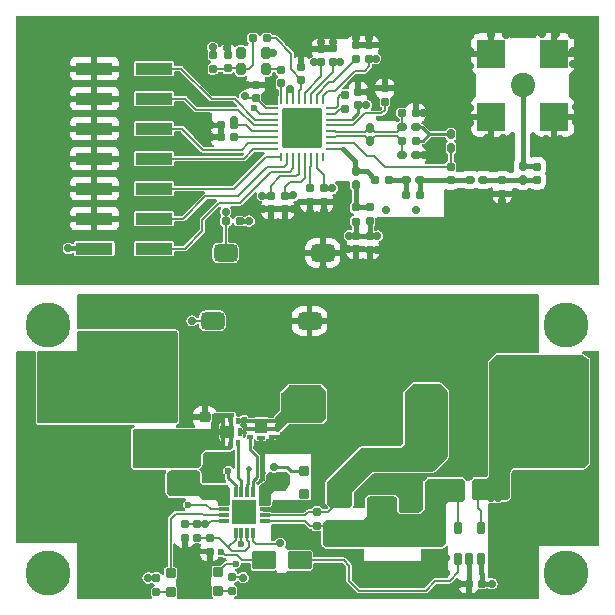
<source format=gbr>
%TF.GenerationSoftware,KiCad,Pcbnew,7.0.1*%
%TF.CreationDate,2024-01-20T12:23:47-08:00*%
%TF.ProjectId,CC1200 Dev Board,43433132-3030-4204-9465-7620426f6172,v1.0*%
%TF.SameCoordinates,PX450a6a0PY58363a0*%
%TF.FileFunction,Copper,L1,Top*%
%TF.FilePolarity,Positive*%
%FSLAX46Y46*%
G04 Gerber Fmt 4.6, Leading zero omitted, Abs format (unit mm)*
G04 Created by KiCad (PCBNEW 7.0.1) date 2024-01-20 12:23:47*
%MOMM*%
%LPD*%
G01*
G04 APERTURE LIST*
G04 Aperture macros list*
%AMRoundRect*
0 Rectangle with rounded corners*
0 $1 Rounding radius*
0 $2 $3 $4 $5 $6 $7 $8 $9 X,Y pos of 4 corners*
0 Add a 4 corners polygon primitive as box body*
4,1,4,$2,$3,$4,$5,$6,$7,$8,$9,$2,$3,0*
0 Add four circle primitives for the rounded corners*
1,1,$1+$1,$2,$3*
1,1,$1+$1,$4,$5*
1,1,$1+$1,$6,$7*
1,1,$1+$1,$8,$9*
0 Add four rect primitives between the rounded corners*
20,1,$1+$1,$2,$3,$4,$5,0*
20,1,$1+$1,$4,$5,$6,$7,0*
20,1,$1+$1,$6,$7,$8,$9,0*
20,1,$1+$1,$8,$9,$2,$3,0*%
%AMFreePoly0*
4,1,5,0.400000,-0.140000,-0.400000,-0.140000,-0.400000,0.140000,0.400000,0.140000,0.400000,-0.140000,0.400000,-0.140000,$1*%
G04 Aperture macros list end*
%TA.AperFunction,SMDPad,CuDef*%
%ADD10RoundRect,0.035000X-0.140000X0.180000X-0.140000X-0.180000X0.140000X-0.180000X0.140000X0.180000X0*%
%TD*%
%TA.AperFunction,SMDPad,CuDef*%
%ADD11RoundRect,0.110000X-0.515000X0.440000X-0.515000X-0.440000X0.515000X-0.440000X0.515000X0.440000X0*%
%TD*%
%TA.AperFunction,SMDPad,CuDef*%
%ADD12RoundRect,0.035000X-0.140000X0.295000X-0.140000X-0.295000X0.140000X-0.295000X0.140000X0.295000X0*%
%TD*%
%TA.AperFunction,SMDPad,CuDef*%
%ADD13RoundRect,0.035000X0.180000X0.140000X-0.180000X0.140000X-0.180000X-0.140000X0.180000X-0.140000X0*%
%TD*%
%TA.AperFunction,SMDPad,CuDef*%
%ADD14RoundRect,0.110000X0.440000X0.515000X-0.440000X0.515000X-0.440000X-0.515000X0.440000X-0.515000X0*%
%TD*%
%TA.AperFunction,SMDPad,CuDef*%
%ADD15RoundRect,0.035000X0.295000X0.140000X-0.295000X0.140000X-0.295000X-0.140000X0.295000X-0.140000X0*%
%TD*%
%TA.AperFunction,SMDPad,CuDef*%
%ADD16RoundRect,0.152400X0.847600X0.609600X-0.847600X0.609600X-0.847600X-0.609600X0.847600X-0.609600X0*%
%TD*%
%TA.AperFunction,SMDPad,CuDef*%
%ADD17RoundRect,0.152400X-0.847600X-0.609600X0.847600X-0.609600X0.847600X0.609600X-0.847600X0.609600X0*%
%TD*%
%TA.AperFunction,SMDPad,CuDef*%
%ADD18RoundRect,0.160000X0.160000X-0.197500X0.160000X0.197500X-0.160000X0.197500X-0.160000X-0.197500X0*%
%TD*%
%TA.AperFunction,SMDPad,CuDef*%
%ADD19RoundRect,0.160000X-0.197500X-0.160000X0.197500X-0.160000X0.197500X0.160000X-0.197500X0.160000X0*%
%TD*%
%TA.AperFunction,SMDPad,CuDef*%
%ADD20RoundRect,0.155000X-0.155000X0.212500X-0.155000X-0.212500X0.155000X-0.212500X0.155000X0.212500X0*%
%TD*%
%TA.AperFunction,SMDPad,CuDef*%
%ADD21RoundRect,0.170000X-0.680000X1.080000X-0.680000X-1.080000X0.680000X-1.080000X0.680000X1.080000X0*%
%TD*%
%TA.AperFunction,SMDPad,CuDef*%
%ADD22RoundRect,0.160000X0.197500X0.160000X-0.197500X0.160000X-0.197500X-0.160000X0.197500X-0.160000X0*%
%TD*%
%TA.AperFunction,SMDPad,CuDef*%
%ADD23RoundRect,0.225000X0.250000X-0.225000X0.250000X0.225000X-0.250000X0.225000X-0.250000X-0.225000X0*%
%TD*%
%TA.AperFunction,SMDPad,CuDef*%
%ADD24RoundRect,0.120000X0.180000X-0.430000X0.180000X0.430000X-0.180000X0.430000X-0.180000X-0.430000X0*%
%TD*%
%TA.AperFunction,SMDPad,CuDef*%
%ADD25RoundRect,0.160000X0.160000X-0.222500X0.160000X0.222500X-0.160000X0.222500X-0.160000X-0.222500X0*%
%TD*%
%TA.AperFunction,SMDPad,CuDef*%
%ADD26RoundRect,0.250000X-0.625000X0.312500X-0.625000X-0.312500X0.625000X-0.312500X0.625000X0.312500X0*%
%TD*%
%TA.AperFunction,SMDPad,CuDef*%
%ADD27RoundRect,0.160000X-0.222500X-0.160000X0.222500X-0.160000X0.222500X0.160000X-0.222500X0.160000X0*%
%TD*%
%TA.AperFunction,SMDPad,CuDef*%
%ADD28RoundRect,0.120000X0.330000X-0.280000X0.330000X0.280000X-0.330000X0.280000X-0.330000X-0.280000X0*%
%TD*%
%TA.AperFunction,SMDPad,CuDef*%
%ADD29RoundRect,0.155000X0.155000X-0.212500X0.155000X0.212500X-0.155000X0.212500X-0.155000X-0.212500X0*%
%TD*%
%TA.AperFunction,SMDPad,CuDef*%
%ADD30RoundRect,0.700000X0.800000X0.700000X-0.800000X0.700000X-0.800000X-0.700000X0.800000X-0.700000X0*%
%TD*%
%TA.AperFunction,SMDPad,CuDef*%
%ADD31RoundRect,0.250000X-0.650000X0.325000X-0.650000X-0.325000X0.650000X-0.325000X0.650000X0.325000X0*%
%TD*%
%TA.AperFunction,SMDPad,CuDef*%
%ADD32R,3.150000X1.000000*%
%TD*%
%TA.AperFunction,SMDPad,CuDef*%
%ADD33RoundRect,0.160000X-0.160000X0.222500X-0.160000X-0.222500X0.160000X-0.222500X0.160000X0.222500X0*%
%TD*%
%TA.AperFunction,SMDPad,CuDef*%
%ADD34RoundRect,0.155000X0.212500X0.155000X-0.212500X0.155000X-0.212500X-0.155000X0.212500X-0.155000X0*%
%TD*%
%TA.AperFunction,SMDPad,CuDef*%
%ADD35RoundRect,0.155000X-0.212500X-0.155000X0.212500X-0.155000X0.212500X0.155000X-0.212500X0.155000X0*%
%TD*%
%TA.AperFunction,SMDPad,CuDef*%
%ADD36RoundRect,0.375000X0.625000X0.375000X-0.625000X0.375000X-0.625000X-0.375000X0.625000X-0.375000X0*%
%TD*%
%TA.AperFunction,SMDPad,CuDef*%
%ADD37RoundRect,1.250000X-1.250000X1.250000X-1.250000X-1.250000X1.250000X-1.250000X1.250000X1.250000X0*%
%TD*%
%TA.AperFunction,WasherPad*%
%ADD38C,3.810000*%
%TD*%
%TA.AperFunction,SMDPad,CuDef*%
%ADD39RoundRect,0.160000X-0.160000X0.197500X-0.160000X-0.197500X0.160000X-0.197500X0.160000X0.197500X0*%
%TD*%
%TA.AperFunction,SMDPad,CuDef*%
%ADD40RoundRect,0.200000X0.200000X0.275000X-0.200000X0.275000X-0.200000X-0.275000X0.200000X-0.275000X0*%
%TD*%
%TA.AperFunction,SMDPad,CuDef*%
%ADD41R,2.140000X2.140000*%
%TD*%
%TA.AperFunction,SMDPad,CuDef*%
%ADD42FreePoly0,0.000000*%
%TD*%
%TA.AperFunction,SMDPad,CuDef*%
%ADD43FreePoly0,90.000000*%
%TD*%
%TA.AperFunction,SMDPad,CuDef*%
%ADD44FreePoly0,180.000000*%
%TD*%
%TA.AperFunction,SMDPad,CuDef*%
%ADD45FreePoly0,270.000000*%
%TD*%
%TA.AperFunction,SMDPad,CuDef*%
%ADD46RoundRect,0.200000X-0.200000X-0.300000X0.200000X-0.300000X0.200000X0.300000X-0.200000X0.300000X0*%
%TD*%
%TA.AperFunction,SMDPad,CuDef*%
%ADD47RoundRect,0.080000X0.320000X-0.320000X0.320000X0.320000X-0.320000X0.320000X-0.320000X-0.320000X0*%
%TD*%
%TA.AperFunction,SMDPad,CuDef*%
%ADD48RoundRect,0.062500X-0.062500X0.237500X-0.062500X-0.237500X0.062500X-0.237500X0.062500X0.237500X0*%
%TD*%
%TA.AperFunction,SMDPad,CuDef*%
%ADD49RoundRect,0.062500X0.237500X0.062500X-0.237500X0.062500X-0.237500X-0.062500X0.237500X-0.062500X0*%
%TD*%
%TA.AperFunction,SMDPad,CuDef*%
%ADD50RoundRect,0.062500X0.062500X-0.237500X0.062500X0.237500X-0.062500X0.237500X-0.062500X-0.237500X0*%
%TD*%
%TA.AperFunction,SMDPad,CuDef*%
%ADD51RoundRect,0.062500X-0.237500X-0.062500X0.237500X-0.062500X0.237500X0.062500X-0.237500X0.062500X0*%
%TD*%
%TA.AperFunction,SMDPad,CuDef*%
%ADD52RoundRect,0.172500X-1.552500X1.552500X-1.552500X-1.552500X1.552500X-1.552500X1.552500X1.552500X0*%
%TD*%
%TA.AperFunction,SMDPad,CuDef*%
%ADD53C,2.057400*%
%TD*%
%TA.AperFunction,SMDPad,CuDef*%
%ADD54RoundRect,0.243840X-0.975360X-0.975360X0.975360X-0.975360X0.975360X0.975360X-0.975360X0.975360X0*%
%TD*%
%TA.AperFunction,ViaPad*%
%ADD55C,0.700000*%
%TD*%
%TA.AperFunction,ViaPad*%
%ADD56C,0.635000*%
%TD*%
%TA.AperFunction,ViaPad*%
%ADD57C,0.500000*%
%TD*%
%TA.AperFunction,ViaPad*%
%ADD58C,0.600000*%
%TD*%
%TA.AperFunction,Conductor*%
%ADD59C,0.350000*%
%TD*%
%TA.AperFunction,Conductor*%
%ADD60C,0.270000*%
%TD*%
%TA.AperFunction,Conductor*%
%ADD61C,0.381000*%
%TD*%
%TA.AperFunction,Conductor*%
%ADD62C,0.203200*%
%TD*%
%TA.AperFunction,Conductor*%
%ADD63C,0.127000*%
%TD*%
%TA.AperFunction,Conductor*%
%ADD64C,0.190500*%
%TD*%
%TA.AperFunction,Conductor*%
%ADD65C,0.254000*%
%TD*%
%TA.AperFunction,Conductor*%
%ADD66C,0.398780*%
%TD*%
%TA.AperFunction,Conductor*%
%ADD67C,0.388620*%
%TD*%
G04 APERTURE END LIST*
D10*
%TO.P,Q1,1,D*%
%TO.N,VIN_D*%
X17825000Y13540000D03*
%TO.P,Q1,2,D*%
X18475000Y13540000D03*
%TO.P,Q1,3,G*%
%TO.N,Net-(Q1-G)*%
X19125000Y13540000D03*
%TO.P,Q1,4,S*%
%TO.N,Net-(U2-PH)*%
X19125000Y15410000D03*
%TO.P,Q1,5,D*%
%TO.N,VIN_D*%
X18475000Y15410000D03*
%TO.P,Q1,6,D*%
X17825000Y15410000D03*
D11*
%TO.P,Q1,7,D*%
X18190000Y14475000D03*
D12*
%TO.P,Q1,8,S*%
%TO.N,Net-(U2-PH)*%
X19250000Y14475000D03*
%TD*%
D13*
%TO.P,Q2,1,D*%
%TO.N,Net-(U2-PH)*%
X20130000Y15350000D03*
%TO.P,Q2,2,D*%
X20130000Y14700000D03*
%TO.P,Q2,3,G*%
%TO.N,Net-(Q2-G)*%
X20130000Y14050000D03*
%TO.P,Q2,4,S*%
%TO.N,GND*%
X22000000Y14050000D03*
%TO.P,Q2,5,D*%
%TO.N,Net-(U2-PH)*%
X22000000Y14700000D03*
%TO.P,Q2,6,D*%
X22000000Y15350000D03*
D14*
%TO.P,Q2,7,D*%
X21065000Y14985000D03*
D15*
%TO.P,Q2,8,S*%
%TO.N,GND*%
X21065000Y13925000D03*
%TD*%
D16*
%TO.P,J4,1,Pin_1*%
%TO.N,I_SENSE_OUT*%
X24321600Y3600000D03*
%TO.P,J4,2,Pin_2*%
%TO.N,BAT_TEMP*%
X21321600Y3600000D03*
%TD*%
D17*
%TO.P,J5,1,Pin_1*%
%TO.N,GND*%
X21300000Y1517200D03*
%TO.P,J5,2,Pin_2*%
X24300000Y1517200D03*
%TD*%
D18*
%TO.P,R13,1*%
%TO.N,GND*%
X14600000Y5502500D03*
%TO.P,R13,2*%
%TO.N,BAT_TEMP*%
X14600000Y6697500D03*
%TD*%
D19*
%TO.P,R4,1*%
%TO.N,Net-(X1-VCC)*%
X20377500Y47802800D03*
%TO.P,R4,2*%
%TO.N,DCPL_XOSC*%
X21572500Y47802800D03*
%TD*%
D20*
%TO.P,C33,1*%
%TO.N,GND*%
X16600000Y10567500D03*
%TO.P,C33,2*%
%TO.N,Net-(U2-VCC)*%
X16600000Y9432500D03*
%TD*%
D21*
%TO.P,D4,1,K*%
%TO.N,VIN_D*%
X11500000Y13000000D03*
%TO.P,D4,2,A*%
%TO.N,VIN*%
X11500000Y17000000D03*
%TD*%
D22*
%TO.P,R3,1*%
%TO.N,+3.3V*%
X19272500Y32302800D03*
%TO.P,R3,2*%
%TO.N,/RESET*%
X18077500Y32302800D03*
%TD*%
D23*
%TO.P,C30,2*%
%TO.N,GND*%
X16300000Y15700000D03*
%TO.P,C30,1*%
%TO.N,VIN_D*%
X16300000Y14150000D03*
%TD*%
D24*
%TO.P,U3,1,OUT*%
%TO.N,I_SENSE_OUT*%
X37750000Y3700000D03*
%TO.P,U3,2,GND*%
%TO.N,GND*%
X38700000Y3700000D03*
%TO.P,U3,3,IN+*%
%TO.N,BAT_OUT_R*%
X39650000Y3700000D03*
%TO.P,U3,4,IN-*%
%TO.N,BAT_OUT*%
X39650000Y6300000D03*
%TO.P,U3,5,VIN*%
%TO.N,BAT_OUT_R*%
X37750000Y6300000D03*
%TD*%
D25*
%TO.P,L7,1*%
%TO.N,/ANT_OUT_C*%
X43212400Y35790300D03*
%TO.P,L7,2*%
%TO.N,/ANT_OUT*%
X43212400Y36935300D03*
%TD*%
D26*
%TO.P,R9,1*%
%TO.N,VIN_D*%
X14400000Y13362500D03*
%TO.P,R9,2*%
%TO.N,Net-(U2-VCC)*%
X14400000Y10437500D03*
%TD*%
D27*
%TO.P,L6,1*%
%TO.N,/FILTER_IN*%
X38728300Y35804000D03*
%TO.P,L6,2*%
%TO.N,/ANT_OUT_C*%
X39873300Y35804000D03*
%TD*%
D28*
%TO.P,D1,1*%
%TO.N,unconnected-(D1-Pad1)*%
X24670400Y9235600D03*
%TO.P,D1,2*%
%TO.N,Net-(U2-BTST)*%
X24670400Y11135600D03*
%TO.P,D1,3*%
%TO.N,Net-(U2-REGN)*%
X22670400Y10185600D03*
%TD*%
D29*
%TO.P,C23,1*%
%TO.N,+3.3V*%
X27180000Y45792500D03*
%TO.P,C23,2*%
%TO.N,GND*%
X27180000Y46927500D03*
%TD*%
D30*
%TO.P,L9,1,1*%
%TO.N,Net-(U2-PH)*%
X24803600Y16804800D03*
%TO.P,L9,2,2*%
%TO.N,SRP*%
X35103600Y16804800D03*
%TD*%
D31*
%TO.P,C27,1*%
%TO.N,BAT_OUT_R*%
X30900000Y5675000D03*
%TO.P,C27,2*%
%TO.N,GND*%
X30900000Y2725000D03*
%TD*%
D20*
%TO.P,C13,1*%
%TO.N,/PA_PULLUP*%
X30275000Y33470300D03*
%TO.P,C13,2*%
%TO.N,+3.3V*%
X30275000Y32335300D03*
%TD*%
D29*
%TO.P,C14,1*%
%TO.N,GND*%
X30275000Y29902800D03*
%TO.P,C14,2*%
%TO.N,+3.3V*%
X30275000Y31037800D03*
%TD*%
D32*
%TO.P,J1,1,Pin_1*%
%TO.N,GND*%
X6950000Y45222800D03*
%TO.P,J1,2,Pin_2*%
%TO.N,GPIO3*%
X12000000Y45222800D03*
%TO.P,J1,3,Pin_3*%
%TO.N,GND*%
X6950000Y42682800D03*
%TO.P,J1,4,Pin_4*%
%TO.N,GPIO2*%
X12000000Y42682800D03*
%TO.P,J1,5,Pin_5*%
%TO.N,GND*%
X6950000Y40142800D03*
%TO.P,J1,6,Pin_6*%
%TO.N,SPI_SI*%
X12000000Y40142800D03*
%TO.P,J1,7,Pin_7*%
%TO.N,GND*%
X6950000Y37602800D03*
%TO.P,J1,8,Pin_8*%
%TO.N,SPI_SCLK*%
X12000000Y37602800D03*
%TO.P,J1,9,Pin_9*%
%TO.N,GND*%
X6950000Y35062800D03*
%TO.P,J1,10,Pin_10*%
%TO.N,SPI_SO{slash}GPIO1*%
X12000000Y35062800D03*
%TO.P,J1,11,Pin_11*%
%TO.N,GND*%
X6950000Y32522800D03*
%TO.P,J1,12,Pin_12*%
%TO.N,GPIO0*%
X12000000Y32522800D03*
%TO.P,J1,13,Pin_13*%
%TO.N,+3.3V*%
X6950000Y29982800D03*
%TO.P,J1,14,Pin_14*%
%TO.N,SPI_CS*%
X12000000Y29982800D03*
%TD*%
D18*
%TO.P,R2,1*%
%TO.N,+3.3V*%
X29075000Y32272800D03*
%TO.P,R2,2*%
%TO.N,/PA_PULLUP*%
X29075000Y33467800D03*
%TD*%
D20*
%TO.P,C20,1*%
%TO.N,+3.3V*%
X26375000Y35070300D03*
%TO.P,C20,2*%
%TO.N,GND*%
X26375000Y33935300D03*
%TD*%
%TO.P,C12,1*%
%TO.N,/ANT_OUT*%
X44431600Y36930300D03*
%TO.P,C12,2*%
%TO.N,/ANT_OUT_C*%
X44431600Y35795300D03*
%TD*%
D29*
%TO.P,C15,1*%
%TO.N,GND*%
X29075000Y29935300D03*
%TO.P,C15,2*%
%TO.N,+3.3V*%
X29075000Y31070300D03*
%TD*%
D33*
%TO.P,L1,1*%
%TO.N,LNA_N*%
X30275000Y40222500D03*
%TO.P,L1,2*%
%TO.N,LNA_P*%
X30275000Y39077500D03*
%TD*%
D20*
%TO.P,C5,1*%
%TO.N,/LFP1*%
X28175000Y42970300D03*
%TO.P,C5,2*%
%TO.N,/LFP0*%
X28175000Y41835300D03*
%TD*%
D33*
%TO.P,L4,1*%
%TO.N,/RX_IN*%
X37130000Y39642500D03*
%TO.P,L4,2*%
%TO.N,TRX_SW*%
X37130000Y38497500D03*
%TD*%
D26*
%TO.P,R6,1*%
%TO.N,SRP*%
X27700000Y8662500D03*
%TO.P,R6,2*%
%TO.N,BAT_OUT_R*%
X27700000Y5737500D03*
%TD*%
D34*
%TO.P,C21,1*%
%TO.N,+3.3V*%
X18810000Y40402800D03*
%TO.P,C21,2*%
%TO.N,GND*%
X17675000Y40402800D03*
%TD*%
D35*
%TO.P,C10,1*%
%TO.N,PA*%
X30749000Y35804000D03*
%TO.P,C10,2*%
%TO.N,/PA_OUT*%
X31884000Y35804000D03*
%TD*%
D36*
%TO.P,RST,1,1*%
%TO.N,GND*%
X25163600Y23866000D03*
%TO.P,RST,2,2*%
%TO.N,MPPTSET_RST*%
X16963600Y23866000D03*
%TD*%
D20*
%TO.P,C34,1*%
%TO.N,Net-(U2-TERM_EN)*%
X16700000Y5467500D03*
%TO.P,C34,2*%
%TO.N,GND*%
X16700000Y4332500D03*
%TD*%
D37*
%TO.P,J2,1,Pin_1*%
%TO.N,VIN*%
X5000000Y18000000D03*
%TO.P,J2,2,Pin_2*%
%TO.N,GND*%
X5000000Y8000000D03*
%TD*%
D27*
%TO.P,L3,1*%
%TO.N,LNA_P*%
X33010000Y37875000D03*
%TO.P,L3,2*%
%TO.N,GND*%
X34155000Y37875000D03*
%TD*%
D38*
%TO.P,REF\u002A\u002A,*%
%TO.N,*%
X46870000Y23485000D03*
%TD*%
%TO.P,,*%
%TO.N,*%
X46870000Y2530000D03*
%TD*%
D37*
%TO.P,J3,1,Pin_1*%
%TO.N,BAT_OUT*%
X45169600Y17994800D03*
%TO.P,J3,2,Pin_2*%
%TO.N,GND*%
X45169600Y7994800D03*
%TD*%
D39*
%TO.P,R12,1*%
%TO.N,BAT_TEMP*%
X15600000Y6697500D03*
%TO.P,R12,2*%
%TO.N,Net-(U2-TERM_EN)*%
X15600000Y5502500D03*
%TD*%
D29*
%TO.P,C36,1*%
%TO.N,BAT_OUT_R*%
X25800000Y6532500D03*
%TO.P,C36,2*%
%TO.N,SRP*%
X25800000Y7667500D03*
%TD*%
D40*
%TO.P,R17,1*%
%TO.N,BAT_OUT*%
X39425000Y9500000D03*
%TO.P,R17,2*%
%TO.N,BAT_OUT_R*%
X37775000Y9500000D03*
%TD*%
D41*
%TO.P,U2,0,THERM_PAD*%
%TO.N,GND*%
X19650000Y7650000D03*
D42*
%TO.P,U2,1,VCC*%
%TO.N,Net-(U2-VCC)*%
X17900000Y8400000D03*
%TO.P,U2,2,MPPSET*%
%TO.N,MPPTSET_RST*%
X17900000Y7900000D03*
%TO.P,U2,3,STAT1*%
%TO.N,Net-(D3-K)*%
X17900000Y7400000D03*
%TO.P,U2,4,TS*%
%TO.N,BAT_TEMP*%
X17900000Y6900000D03*
D43*
%TO.P,U2,5,STAT2*%
%TO.N,Net-(D2-K)*%
X19400000Y5900000D03*
%TO.P,U2,6,VREF*%
%TO.N,Net-(U2-TERM_EN)*%
X18900000Y5900000D03*
%TO.P,U2,7,TERM_EN*%
X19900000Y5900000D03*
%TO.P,U2,8,VFB*%
%TO.N,VFB*%
X20400000Y5900000D03*
D44*
%TO.P,U2,9,SRN*%
%TO.N,BAT_OUT_R*%
X21400000Y6900000D03*
%TO.P,U2,10,SRP*%
%TO.N,SRP*%
X21400000Y7400000D03*
%TO.P,U2,11,GND*%
%TO.N,GND*%
X21400000Y7900000D03*
%TO.P,U2,12,REGN*%
%TO.N,Net-(U2-REGN)*%
X21400000Y8400000D03*
D45*
%TO.P,U2,13,LODRV*%
%TO.N,Net-(Q2-G)*%
X20400000Y9400000D03*
%TO.P,U2,14,PH*%
%TO.N,Net-(U2-PH)*%
X19900000Y9400000D03*
%TO.P,U2,15,HIDRV*%
%TO.N,Net-(Q1-G)*%
X19400000Y9400000D03*
%TO.P,U2,16,BTST*%
%TO.N,Net-(U2-BTST)*%
X18900000Y9400000D03*
%TD*%
D20*
%TO.P,C1,1*%
%TO.N,GND*%
X24470000Y45357500D03*
%TO.P,C1,2*%
%TO.N,DCPL_XOSC*%
X24470000Y44222500D03*
%TD*%
%TO.P,C18,1*%
%TO.N,+3.3V*%
X21875000Y34470300D03*
%TO.P,C18,2*%
%TO.N,GND*%
X21875000Y33335300D03*
%TD*%
D36*
%TO.P,RST,1,1*%
%TO.N,GND*%
X26275000Y29602800D03*
%TO.P,RST,2,2*%
%TO.N,/RESET*%
X18075000Y29602800D03*
%TD*%
D35*
%TO.P,C6,1*%
%TO.N,LNA_P*%
X33015000Y39075000D03*
%TO.P,C6,2*%
%TO.N,/RX_IN*%
X34150000Y39075000D03*
%TD*%
D29*
%TO.P,C24,1*%
%TO.N,+3.3V*%
X26170000Y45782500D03*
%TO.P,C24,2*%
%TO.N,GND*%
X26170000Y46917500D03*
%TD*%
D35*
%TO.P,C7,1*%
%TO.N,LNA_N*%
X33015000Y41475000D03*
%TO.P,C7,2*%
%TO.N,GND*%
X34150000Y41475000D03*
%TD*%
D46*
%TO.P,X1,1,NC*%
%TO.N,unconnected-(X1-NC-Pad1)*%
X19375000Y46550300D03*
%TO.P,X1,2,GND*%
%TO.N,GND*%
X21475000Y46550300D03*
%TO.P,X1,3,OUT*%
%TO.N,/TCXO_OUT*%
X21475000Y45150300D03*
%TO.P,X1,4,VCC*%
%TO.N,Net-(X1-VCC)*%
X19375000Y45150300D03*
%TD*%
D27*
%TO.P,L5,1*%
%TO.N,/PA_OUT*%
X33343500Y35804000D03*
%TO.P,L5,2*%
%TO.N,/FILTER_IN*%
X34488500Y35804000D03*
%TD*%
D20*
%TO.P,C3,1*%
%TO.N,GND*%
X31540000Y43557500D03*
%TO.P,C3,2*%
%TO.N,/DCPL_VCO*%
X31540000Y42422500D03*
%TD*%
%TO.P,C2,1*%
%TO.N,GND*%
X29130000Y47187500D03*
%TO.P,C2,2*%
%TO.N,/DCPL_PFD_CHP*%
X29130000Y46052500D03*
%TD*%
D29*
%TO.P,C26,1*%
%TO.N,+3.3V*%
X29275000Y42135300D03*
%TO.P,C26,2*%
%TO.N,GND*%
X29275000Y43270300D03*
%TD*%
D20*
%TO.P,C19,1*%
%TO.N,+3.3V*%
X23075000Y34470300D03*
%TO.P,C19,2*%
%TO.N,GND*%
X23075000Y33335300D03*
%TD*%
D47*
%TO.P,D2,1,K*%
%TO.N,Net-(D2-K)*%
X17400000Y2600000D03*
%TO.P,D2,2,A*%
%TO.N,Net-(D2-A)*%
X17400000Y1000000D03*
%TD*%
D35*
%TO.P,C9,1*%
%TO.N,/PA_OUT*%
X33348500Y34534000D03*
%TO.P,C9,2*%
%TO.N,/FILTER_IN*%
X34483500Y34534000D03*
%TD*%
D29*
%TO.P,C16,1*%
%TO.N,TCXO*%
X22725000Y43982800D03*
%TO.P,C16,2*%
%TO.N,/TCXO_OUT*%
X22725000Y45117800D03*
%TD*%
D18*
%TO.P,R1,1*%
%TO.N,GND*%
X25200000Y33902500D03*
%TO.P,R1,2*%
%TO.N,Net-(U1-RBIAS)*%
X25200000Y35097500D03*
%TD*%
D33*
%TO.P,L8,1*%
%TO.N,PA*%
X29075000Y36542800D03*
%TO.P,L8,2*%
%TO.N,/PA_PULLUP*%
X29075000Y35397800D03*
%TD*%
D34*
%TO.P,C37,1*%
%TO.N,BAT_OUT_R*%
X39767500Y1600000D03*
%TO.P,C37,2*%
%TO.N,GND*%
X38632500Y1600000D03*
%TD*%
D39*
%TO.P,R15,1*%
%TO.N,VIN_D*%
X12200000Y2102600D03*
%TO.P,R15,2*%
%TO.N,Net-(D3-A)*%
X12200000Y907600D03*
%TD*%
D48*
%TO.P,U1,32,EXT_XOSC*%
%TO.N,TCXO*%
X22775000Y42552800D03*
%TO.P,U1,31,XOSC_Q2*%
%TO.N,GND*%
X23275000Y42552800D03*
%TO.P,U1,30,XOSC_Q1*%
X23775000Y42552800D03*
%TO.P,U1,29,DCPL_XOSC*%
%TO.N,DCPL_XOSC*%
X24275000Y42552800D03*
%TO.P,U1,28,AVDD_XOSC*%
%TO.N,+3.3V*%
X24775000Y42552800D03*
%TO.P,U1,27,AVDD_SYNTH2*%
X25275000Y42552800D03*
%TO.P,U1,26,DCPL_PFD_CHP*%
%TO.N,/DCPL_PFD_CHP*%
X25775000Y42552800D03*
%TO.P,U1,25,AVDD_PFD_CHP*%
%TO.N,+3.3V*%
X26275000Y42552800D03*
D49*
%TO.P,U1,24,LPF1*%
%TO.N,/LFP1*%
X26925000Y41902800D03*
%TO.P,U1,23,LPF0*%
%TO.N,/LFP0*%
X26925000Y41402800D03*
%TO.P,U1,22,AVDD_SYNTH1*%
%TO.N,+3.3V*%
X26925000Y40902800D03*
%TO.P,U1,21,DCPL_VCO*%
%TO.N,/DCPL_VCO*%
X26925000Y40402800D03*
%TO.P,U1,20,LNA_N*%
%TO.N,LNA_N*%
X26925000Y39902800D03*
%TO.P,U1,19,LNA_P*%
%TO.N,LNA_P*%
X26925000Y39402800D03*
%TO.P,U1,18,TRX_SW*%
%TO.N,TRX_SW*%
X26925000Y38902800D03*
%TO.P,U1,17,PA*%
%TO.N,PA*%
X26925000Y38402800D03*
D50*
%TO.P,U1,16*%
%TO.N,N/C*%
X26275000Y37752800D03*
%TO.P,U1,15,AVDD_RF*%
%TO.N,+3.3V*%
X25775000Y37752800D03*
%TO.P,U1,14,RBIAS*%
%TO.N,Net-(U1-RBIAS)*%
X25275000Y37752800D03*
%TO.P,U1,13,AVDD_IF*%
%TO.N,+3.3V*%
X24775000Y37752800D03*
%TO.P,U1,12,DVDD*%
X24275000Y37752800D03*
%TO.P,U1,11,~{CS}*%
%TO.N,SPI_CS*%
X23775000Y37752800D03*
%TO.P,U1,10,GPIO0*%
%TO.N,GPIO0*%
X23275000Y37752800D03*
%TO.P,U1,9,SO(GPIO1)*%
%TO.N,SPI_SO{slash}GPIO1*%
X22775000Y37752800D03*
D51*
%TO.P,U1,8,SCLK*%
%TO.N,SPI_SCLK*%
X22125000Y38402800D03*
%TO.P,U1,7,SI*%
%TO.N,SPI_SI*%
X22125000Y38902800D03*
%TO.P,U1,6,DCPL*%
%TO.N,/DCPL*%
X22125000Y39402800D03*
%TO.P,U1,5,DVDD*%
%TO.N,+3.3V*%
X22125000Y39902800D03*
%TO.P,U1,4,GPIO2*%
%TO.N,GPIO2*%
X22125000Y40402800D03*
%TO.P,U1,3,GPIO3*%
%TO.N,GPIO3*%
X22125000Y40902800D03*
%TO.P,U1,2,~{RESET}*%
%TO.N,/RESET*%
X22125000Y41402800D03*
%TO.P,U1,1,VDD_GUARD*%
%TO.N,+3.3V*%
X22125000Y41902800D03*
D52*
%TO.P,U1,0,GND_EP*%
%TO.N,GND*%
X24525000Y40152800D03*
%TD*%
D29*
%TO.P,C17,1*%
%TO.N,Net-(X1-VCC)*%
X18225000Y45232800D03*
%TO.P,C17,2*%
%TO.N,GND*%
X18225000Y46367800D03*
%TD*%
D53*
%TO.P,ANT,1,In*%
%TO.N,/ANT_OUT*%
X43207500Y43812800D03*
D54*
%TO.P,ANT,2,Body*%
%TO.N,GND*%
X40540500Y46479800D03*
%TO.P,ANT,3,3*%
X45874500Y46479800D03*
%TO.P,ANT,4,4*%
X45874500Y41145800D03*
%TO.P,ANT,5,5*%
X40540500Y41145800D03*
%TD*%
D18*
%TO.P,R5,1*%
%TO.N,Net-(X1-VCC)*%
X16975000Y45202800D03*
%TO.P,R5,2*%
%TO.N,+3.3V*%
X16975000Y46397800D03*
%TD*%
D29*
%TO.P,C22,1*%
%TO.N,+3.3V*%
X20620000Y42722500D03*
%TO.P,C22,2*%
%TO.N,GND*%
X20620000Y43857500D03*
%TD*%
D38*
%TO.P,,*%
%TO.N,*%
X3055000Y23485000D03*
%TD*%
D20*
%TO.P,C8,1*%
%TO.N,TRX_SW*%
X37116400Y36930300D03*
%TO.P,C8,2*%
%TO.N,/FILTER_IN*%
X37116400Y35795300D03*
%TD*%
D29*
%TO.P,C25,1*%
%TO.N,+3.3V*%
X30230000Y46052500D03*
%TO.P,C25,2*%
%TO.N,GND*%
X30230000Y47187500D03*
%TD*%
D35*
%TO.P,C4,1*%
%TO.N,GND*%
X17675000Y39402800D03*
%TO.P,C4,2*%
%TO.N,/DCPL*%
X18810000Y39402800D03*
%TD*%
D29*
%TO.P,C11,1*%
%TO.N,GND*%
X41485200Y34626900D03*
%TO.P,C11,2*%
%TO.N,/ANT_OUT_C*%
X41485200Y35761900D03*
%TD*%
D47*
%TO.P,D3,1,K*%
%TO.N,Net-(D3-K)*%
X13400000Y2500000D03*
%TO.P,D3,2,A*%
%TO.N,Net-(D3-A)*%
X13400000Y900000D03*
%TD*%
D31*
%TO.P,C28,1*%
%TO.N,BAT_OUT_R*%
X33500000Y5675000D03*
%TO.P,C28,2*%
%TO.N,GND*%
X33500000Y2725000D03*
%TD*%
D27*
%TO.P,L2,1*%
%TO.N,LNA_N*%
X33010000Y40275000D03*
%TO.P,L2,2*%
%TO.N,/RX_IN*%
X34155000Y40275000D03*
%TD*%
D39*
%TO.P,R14,1*%
%TO.N,VIN_D*%
X18600000Y2200000D03*
%TO.P,R14,2*%
%TO.N,Net-(D2-A)*%
X18600000Y1005000D03*
%TD*%
D38*
%TO.P,,*%
%TO.N,*%
X3055000Y2530000D03*
%TD*%
D55*
%TO.N,GND*%
X25400000Y13970000D03*
X30480000Y13970000D03*
X27940000Y13970000D03*
X29210000Y15240000D03*
X31750000Y15240000D03*
X31750000Y17780000D03*
X30480000Y16510000D03*
X30480000Y19050000D03*
X29210000Y17780000D03*
X27940000Y16510000D03*
X27940000Y19050000D03*
X26670000Y20320000D03*
X24130000Y20320000D03*
X34290000Y20320000D03*
X31750000Y20320000D03*
X29210000Y20320000D03*
D56*
X21500000Y17825000D03*
D55*
X22975000Y13675000D03*
X22125000Y13150000D03*
X21075000Y13150000D03*
D57*
%TO.N,Net-(U2-PH)*%
X19650000Y14975000D03*
D55*
%TO.N,GND*%
X36710000Y25390000D03*
X17660000Y19040000D03*
X43695000Y34280000D03*
X25210000Y33090000D03*
X12580000Y24120000D03*
X15120000Y31740000D03*
X48140000Y29200000D03*
X47479600Y46726000D03*
X3690000Y30470000D03*
X2420000Y11420000D03*
X9582800Y5882800D03*
X14104000Y43932000D03*
X40164400Y37378800D03*
X38792800Y47996000D03*
X2420000Y46980000D03*
X29090000Y25390000D03*
X32900000Y31740000D03*
X34170000Y22850000D03*
X18930000Y25390000D03*
X15700000Y4400000D03*
X4960000Y46980000D03*
X13850000Y25390000D03*
X32900000Y21580000D03*
X47733600Y42001600D03*
X45193600Y38140800D03*
X20200000Y24120000D03*
X22079600Y46573600D03*
X31630000Y22850000D03*
X25800000Y9800000D03*
X46870000Y38090000D03*
X4960000Y13960000D03*
X16400000Y2500000D03*
X8700000Y6700000D03*
X48140000Y36820000D03*
X30868000Y29860400D03*
X4720000Y40150000D03*
X40520000Y31740000D03*
X38792800Y41900000D03*
X27820000Y34280000D03*
X43060000Y3800000D03*
X2420000Y29200000D03*
X39250000Y15230000D03*
X44330000Y27930000D03*
X37980000Y29200000D03*
X21470000Y27930000D03*
X31503000Y44567000D03*
X7500000Y3800000D03*
X18218800Y46980000D03*
X26143600Y47488000D03*
X39250000Y19040000D03*
X21470000Y25390000D03*
X25280000Y31740000D03*
X16810000Y40410000D03*
X16840000Y39410000D03*
X10040000Y46980000D03*
X34170000Y45710000D03*
X15120000Y34280000D03*
X10040000Y1260000D03*
X16390000Y36185000D03*
X37980000Y31740000D03*
X25661000Y39106000D03*
X23375000Y40249000D03*
X16500000Y11500000D03*
D58*
X22384400Y6187600D03*
D55*
X37980000Y21580000D03*
X25280000Y21580000D03*
X25280000Y5070000D03*
X23248000Y8118000D03*
D58*
X10040000Y39360000D03*
D55*
X43060000Y29200000D03*
D58*
X10040000Y31740000D03*
D55*
X34170000Y10150000D03*
X10040000Y24120000D03*
X16390000Y30470000D03*
X32900000Y24120000D03*
X14200000Y4200000D03*
X39250000Y30470000D03*
X26410000Y33130000D03*
X9582800Y8340800D03*
X36710000Y30470000D03*
X36710000Y27930000D03*
X4720000Y35080000D03*
X24518000Y40249000D03*
D58*
X18900000Y6900000D03*
D55*
X6230000Y27930000D03*
X41840800Y48097600D03*
X36710000Y43170000D03*
X12580000Y3800000D03*
X2420000Y13960000D03*
X25800000Y11700000D03*
X15120000Y3800000D03*
X19641200Y1006000D03*
X8770000Y25390000D03*
X35440000Y29200000D03*
X41586800Y39309200D03*
X27820000Y1260000D03*
X34170000Y25390000D03*
X13850000Y48250000D03*
X21470000Y22850000D03*
X46870000Y27930000D03*
X31630000Y25390000D03*
X34170000Y30470000D03*
X7500000Y11420000D03*
X23375000Y41265000D03*
X35440000Y24120000D03*
X48952800Y6340000D03*
X25661000Y41265000D03*
X44330000Y30470000D03*
X2420000Y31740000D03*
X10497200Y6695600D03*
X46870000Y35550000D03*
X7500000Y46980000D03*
X43060000Y1260000D03*
X39250000Y33010000D03*
X3690000Y48250000D03*
X23730600Y33340200D03*
X25940400Y1564800D03*
X45600000Y29200000D03*
X36710000Y2530000D03*
X47733600Y39258400D03*
X41790000Y22850000D03*
X9582800Y7508400D03*
X37980000Y24120000D03*
X38792800Y46726000D03*
X40520000Y24120000D03*
X30360000Y21580000D03*
X8700000Y5900000D03*
X41790000Y30470000D03*
X48140000Y34280000D03*
D58*
X20400000Y8400000D03*
D55*
X14104000Y41392000D03*
X27159600Y47488000D03*
X46412800Y39258400D03*
X27820000Y2530000D03*
X36710000Y45710000D03*
X16400000Y900000D03*
X16390000Y17770000D03*
X16390000Y48250000D03*
X36710000Y48250000D03*
X4690000Y37600000D03*
X4960000Y11420000D03*
X44838000Y48148400D03*
X32900000Y29200000D03*
X25800000Y10700000D03*
D58*
X10040000Y34280000D03*
D55*
X32900000Y44440000D03*
X18930000Y48250000D03*
X25800000Y8900000D03*
X34170000Y33264000D03*
D58*
X10040000Y29200000D03*
D55*
X37800000Y1600000D03*
X34170000Y48250000D03*
X34170000Y43170000D03*
X34779600Y41493600D03*
X20200000Y19040000D03*
X47378000Y48097600D03*
X10497200Y5882800D03*
X21216000Y33340200D03*
X47479600Y45608400D03*
X39250000Y13960000D03*
X43060000Y31740000D03*
X16390000Y20310000D03*
X10040000Y3800000D03*
X40164400Y39309200D03*
X7500000Y1260000D03*
X20200000Y21580000D03*
X39250000Y11420000D03*
X2420000Y41900000D03*
X40520000Y48097600D03*
X25940400Y2377600D03*
X24518000Y46599000D03*
X7500000Y24120000D03*
X43060000Y21580000D03*
X43060000Y24120000D03*
X36075000Y38725000D03*
X35440000Y46980000D03*
X29267800Y2504600D03*
X10497200Y7508400D03*
X39250000Y16500000D03*
X19840000Y43870000D03*
X27820000Y21580000D03*
X14104000Y36312000D03*
X35440000Y2530000D03*
X38792800Y45456000D03*
X16390000Y25390000D03*
D58*
X10040000Y41900000D03*
D55*
X41790000Y27930000D03*
X45600000Y31740000D03*
X16700000Y3400000D03*
X23552800Y43474800D03*
X28429600Y29911200D03*
X36710000Y22850000D03*
X18930000Y27930000D03*
X35440000Y21580000D03*
X38792800Y40579200D03*
X36710000Y3800000D03*
X29090000Y3800000D03*
X24075000Y8118000D03*
X41790000Y25390000D03*
X11310000Y27930000D03*
X25940400Y750000D03*
D58*
X25000000Y8321200D03*
D55*
X47733600Y40680800D03*
X4720000Y45230000D03*
X31630000Y33264000D03*
X4770000Y32520000D03*
X39250000Y27930000D03*
X13850000Y31232000D03*
X14104000Y33772000D03*
X11310000Y25390000D03*
X3690000Y27930000D03*
X35440000Y44440000D03*
X30080000Y43280000D03*
X24010000Y25390000D03*
X38792800Y39309200D03*
X16500000Y12300000D03*
X4770000Y42680000D03*
X40520000Y21580000D03*
X24010000Y30470000D03*
X12580000Y46980000D03*
X15120000Y29200000D03*
X39250000Y20310000D03*
X29090000Y27930000D03*
X39250000Y12690000D03*
X17660000Y44440000D03*
X41637600Y37734400D03*
X35440000Y31740000D03*
X2420000Y34280000D03*
X35440000Y3800000D03*
D58*
X20400000Y6900000D03*
D55*
X36964000Y33010000D03*
X31630000Y27930000D03*
X24010000Y27930000D03*
X24518000Y39106000D03*
X26270000Y28300000D03*
X46870000Y30470000D03*
X30207600Y47792800D03*
X2420000Y44440000D03*
X34170000Y8880000D03*
X25661000Y40249000D03*
X15120000Y46980000D03*
X6230000Y48250000D03*
X7500000Y13960000D03*
X45193600Y39258400D03*
X8700000Y8321200D03*
X8700000Y7500000D03*
X39250000Y22850000D03*
X13850000Y27930000D03*
X41485200Y33975200D03*
X48140000Y31740000D03*
X2420000Y36820000D03*
X46057200Y36667600D03*
X45600000Y34280000D03*
X48952800Y8930800D03*
X24518000Y41265000D03*
X11310000Y48250000D03*
X44330000Y33010000D03*
X14358000Y38852000D03*
X24400000Y5000000D03*
X9582800Y6695600D03*
X11310000Y5070000D03*
X22740000Y24120000D03*
X36710000Y40630000D03*
X46870000Y33010000D03*
X38742000Y37429600D03*
D58*
X10040000Y36820000D03*
X22790800Y1514000D03*
D55*
X22740000Y21580000D03*
X16390000Y27930000D03*
X15120000Y36820000D03*
D58*
X19700000Y7700000D03*
D55*
X8770000Y27930000D03*
X37980000Y34280000D03*
X8770000Y48250000D03*
X14500000Y900000D03*
X23375000Y39106000D03*
X34830400Y37886800D03*
X2420000Y39360000D03*
X46006400Y48148400D03*
D58*
X10040000Y44440000D03*
D55*
X30360000Y24120000D03*
X36329000Y1031400D03*
D58*
X23222600Y6213000D03*
D55*
X18930000Y17770000D03*
X29140800Y47792800D03*
X18930000Y22850000D03*
X32900000Y46980000D03*
X39250000Y25390000D03*
X14500000Y2500000D03*
X18930000Y20310000D03*
X39250000Y17770000D03*
X27820000Y24120000D03*
X17660000Y21580000D03*
X22425000Y8118000D03*
X24010000Y48250000D03*
X10497200Y8321200D03*
X29090000Y22850000D03*
D58*
X18900000Y8400000D03*
D55*
X28124800Y48707200D03*
X40520000Y29200000D03*
X34170000Y27930000D03*
%TO.N,+3.3V*%
X18777600Y40884000D03*
X25584800Y45760800D03*
X27090000Y35080000D03*
X4740000Y29990000D03*
X27718400Y45811600D03*
X29980000Y42140000D03*
X20050000Y32320000D03*
X21160000Y34470000D03*
X30918800Y31040000D03*
X19692000Y42916000D03*
X16970000Y47030800D03*
X30766400Y46065600D03*
X23790000Y34480000D03*
X28531200Y31080000D03*
%TO.N,BAT_OUT_R*%
X36300000Y5500000D03*
X35700000Y6100000D03*
X40600000Y1600000D03*
X32200000Y7600000D03*
X32200000Y7000000D03*
X31000000Y7600000D03*
X36300000Y6700000D03*
X31000000Y7000000D03*
X35100000Y6700000D03*
X35100000Y5500000D03*
%TO.N,VFB*%
X22689200Y5019200D03*
%TO.N,VIN_D*%
X15577200Y12334400D03*
X19539600Y2123600D03*
X14815200Y11800000D03*
X14104000Y12385200D03*
X11500000Y2100000D03*
D58*
%TO.N,Net-(U2-BTST)*%
X18295000Y11140600D03*
D55*
X22155800Y11496200D03*
D57*
%TO.N,Net-(U2-PH)*%
X20000000Y11300000D03*
D55*
%TO.N,Net-(U2-REGN)*%
X21700000Y9910000D03*
X21420000Y9130000D03*
D58*
%TO.N,Net-(D2-K)*%
X18900000Y3300000D03*
X19387200Y4968400D03*
D55*
%TO.N,VIN*%
X9400000Y19903600D03*
X10192400Y17465200D03*
X8516000Y17465200D03*
X8516000Y19090800D03*
X10192400Y19903600D03*
X9379600Y17465200D03*
X9400000Y18278000D03*
X8516000Y18278000D03*
X10192400Y19090800D03*
X9400000Y19090800D03*
X10192400Y18278000D03*
X8516000Y19903600D03*
%TO.N,BAT_OUT*%
X40500000Y8900000D03*
X40500000Y9500000D03*
X41100000Y10100000D03*
X41100000Y8900000D03*
X41100000Y9500000D03*
X40500000Y10100000D03*
D58*
%TO.N,BAT_TEMP*%
X17660000Y4308000D03*
D55*
X16300000Y6700000D03*
D58*
%TO.N,/RESET*%
X20504800Y41849200D03*
D55*
X18070000Y33110000D03*
%TO.N,MPPTSET_RST*%
X15221600Y23866000D03*
D58*
X14900000Y8300000D03*
%TD*%
D59*
%TO.N,Net-(U2-PH)*%
X20130000Y14700000D02*
X20780000Y14700000D01*
X20780000Y14700000D02*
X21065000Y14985000D01*
X22000000Y14700000D02*
X21350000Y14700000D01*
X21350000Y14700000D02*
X21065000Y14985000D01*
X21430000Y15350000D02*
X21065000Y14985000D01*
X22000000Y15350000D02*
X21430000Y15350000D01*
X20700000Y15350000D02*
X21065000Y14985000D01*
X20130000Y15350000D02*
X20700000Y15350000D01*
%TO.N,VIN_D*%
X18475000Y14760000D02*
X18190000Y14475000D01*
X18475000Y15410000D02*
X18475000Y14760000D01*
X17825000Y15410000D02*
X17825000Y14840000D01*
X17825000Y14840000D02*
X18190000Y14475000D01*
X17825000Y14110000D02*
X18190000Y14475000D01*
X17825000Y13540000D02*
X17825000Y14110000D01*
X18475000Y14190000D02*
X18190000Y14475000D01*
X18475000Y13540000D02*
X18475000Y14190000D01*
D60*
%TO.N,Net-(Q2-G)*%
X20712500Y10612500D02*
X20712500Y12387500D01*
X20712500Y12387500D02*
X20130000Y12970000D01*
X20400000Y10300000D02*
X20712500Y10612500D01*
X20130000Y12970000D02*
X20130000Y14050000D01*
%TO.N,Net-(Q1-G)*%
X19125000Y10615400D02*
X19125000Y13540000D01*
X19400000Y10340400D02*
X19125000Y10615400D01*
X19400000Y9400000D02*
X19400000Y10340400D01*
D61*
%TO.N,GND*%
X30207600Y47792800D02*
X30230000Y47815200D01*
X21282400Y33335300D02*
X21287300Y33335300D01*
X29140800Y47792800D02*
X29130000Y47803600D01*
X4900000Y32522800D02*
X4902800Y32522800D01*
X21875000Y33335300D02*
X21292200Y33335300D01*
X4725600Y35062800D02*
X4742800Y35062800D01*
X4730000Y45222800D02*
X4737200Y45222800D01*
X34830400Y37886800D02*
X34842200Y37875000D01*
X20620000Y43857500D02*
X19840000Y43870000D01*
X26275000Y28305000D02*
X26270000Y28300000D01*
D62*
X23552800Y43474800D02*
X23549600Y43471600D01*
D61*
X27159600Y47488000D02*
X27180000Y47508400D01*
X18225000Y46367800D02*
X18225000Y46973800D01*
D62*
X23775000Y43303400D02*
X23606800Y43471600D01*
D61*
X26170000Y46917500D02*
X26143600Y47488000D01*
D62*
X23606800Y43471600D02*
X23556000Y43471600D01*
D61*
X4744400Y45222800D02*
X4720000Y45230000D01*
X18225000Y46986200D02*
X18225000Y47024600D01*
X4710000Y37602800D02*
X4712800Y37602800D01*
X23730600Y33340200D02*
X23725700Y33335300D01*
D62*
X23775000Y42552800D02*
X23775000Y43303400D01*
D61*
X34150000Y41475000D02*
X34761000Y41475000D01*
X34155000Y37875000D02*
X34818600Y37875000D01*
X29980000Y43270300D02*
X29970300Y43270300D01*
X18225000Y46973800D02*
X18218800Y46980000D01*
X16830000Y40402800D02*
X16837200Y40402800D01*
X25200000Y33902500D02*
X25210000Y33090000D01*
X6950000Y35062800D02*
X4760000Y35062800D01*
X4720000Y45230000D02*
X4730000Y45222800D01*
X16875600Y39402800D02*
X16882800Y39402800D01*
X30230000Y47187500D02*
X30207600Y47792800D01*
D62*
X23275000Y43244600D02*
X23502000Y43471600D01*
D61*
X6950000Y45222800D02*
X4744400Y45222800D01*
X6950000Y37602800D02*
X4715600Y37602800D01*
X16890000Y39402800D02*
X16840000Y39410000D01*
X34842200Y37875000D02*
X34850000Y37875000D01*
X4795600Y42682800D02*
X4770000Y42680000D01*
X23075000Y33335300D02*
X23730600Y33340200D01*
X18218800Y46980000D02*
X18225000Y46986200D01*
X6950000Y32522800D02*
X4905600Y32522800D01*
X16844400Y40402800D02*
X16810000Y40410000D01*
X4905600Y32522800D02*
X4770000Y32520000D01*
X6950000Y42682800D02*
X4795600Y42682800D01*
X21475000Y46550300D02*
X22079600Y46573600D01*
X38700000Y1667500D02*
X38632500Y1600000D01*
X38632500Y1600000D02*
X37800000Y1600000D01*
X4690000Y37600000D02*
X4710000Y37602800D01*
X17675000Y39402800D02*
X16890000Y39402800D01*
X26275000Y29602800D02*
X26275000Y28305000D01*
X4770000Y42680000D02*
X4790000Y42682800D01*
X26143600Y47488000D02*
X26170000Y47514400D01*
X34798200Y41475000D02*
X34840000Y41475000D01*
X29130000Y47803600D02*
X29130000Y47832800D01*
X6950000Y40142800D02*
X4720000Y40150000D01*
X34779600Y41493600D02*
X34798200Y41475000D01*
X4720000Y35080000D02*
X4725600Y35062800D01*
X27180000Y46927500D02*
X27159600Y47488000D01*
X21216000Y33340200D02*
X21282400Y33335300D01*
X16810000Y40410000D02*
X16830000Y40402800D01*
X17675000Y40402800D02*
X16844400Y40402800D01*
X26270000Y28300000D02*
X26275000Y28295000D01*
X25210000Y33090000D02*
X25200000Y33080000D01*
X29130000Y47782000D02*
X29140800Y47792800D01*
X4720000Y40150000D02*
X4712800Y40142800D01*
X19840000Y43870000D02*
X19832500Y43857500D01*
X4715600Y37602800D02*
X4690000Y37600000D01*
D62*
X23549600Y43471600D02*
X23502000Y43471600D01*
D61*
X29275000Y43270300D02*
X29960600Y43270300D01*
X21292200Y33335300D02*
X21216000Y33340200D01*
X26275000Y28295000D02*
X26275000Y28255000D01*
X4760000Y35062800D02*
X4720000Y35080000D01*
D62*
X23556000Y43471600D02*
X23552800Y43474800D01*
D61*
X30080000Y43280000D02*
X29980000Y43270300D01*
X34761000Y41475000D02*
X34779600Y41493600D01*
X26375000Y33935300D02*
X26410000Y33130000D01*
X38700000Y3700000D02*
X38700000Y1667500D01*
X34818600Y37875000D02*
X34830400Y37886800D01*
D62*
X23275000Y42552800D02*
X23275000Y43244600D01*
D61*
X4790000Y42682800D02*
X4792800Y42682800D01*
X16840000Y39410000D02*
X16875600Y39402800D01*
X26410000Y33130000D02*
X26375000Y33125000D01*
X4770000Y32520000D02*
X4900000Y32522800D01*
X29960600Y43270300D02*
X30080000Y43280000D01*
X29130000Y47187500D02*
X29130000Y47782000D01*
D62*
%TO.N,DCPL_XOSC*%
X24470000Y44290000D02*
X23610000Y45150000D01*
X24470000Y44222500D02*
X24470000Y44290000D01*
X23610000Y45150000D02*
X23610000Y46490000D01*
X23610000Y46490000D02*
X22297200Y47802800D01*
X24275000Y43315000D02*
X24470000Y43510000D01*
X24470000Y43510000D02*
X24470000Y44222500D01*
X24275000Y42552800D02*
X24275000Y43315000D01*
X22297200Y47802800D02*
X21572500Y47802800D01*
%TO.N,/DCPL_PFD_CHP*%
X25775000Y43005000D02*
X26830000Y44060000D01*
X25775000Y42552800D02*
X25775000Y43005000D01*
X27137500Y44060000D02*
X29130000Y46052500D01*
X26830000Y44060000D02*
X27137500Y44060000D01*
%TO.N,/DCPL_VCO*%
X26925000Y40402800D02*
X28862800Y40402800D01*
X31250000Y41420000D02*
X29880000Y41420000D01*
X28862800Y40402800D02*
X29880000Y41420000D01*
X31540000Y42422500D02*
X31540000Y41710000D01*
X31540000Y41710000D02*
X31250000Y41420000D01*
%TO.N,/DCPL*%
X18810000Y39402800D02*
X22125000Y39402800D01*
D63*
%TO.N,/LFP1*%
X27545494Y42745494D02*
X27770300Y42970300D01*
X27770300Y42970300D02*
X28175000Y42970300D01*
X26925000Y41902800D02*
X27403788Y41902800D01*
X27545494Y42044506D02*
X27545494Y42745494D01*
X27403788Y41902800D02*
X27545494Y42044506D01*
%TO.N,/LFP0*%
X27352800Y41402800D02*
X27785300Y41835300D01*
X26925000Y41402800D02*
X27352800Y41402800D01*
X27785300Y41835300D02*
X28175000Y41835300D01*
D64*
%TO.N,LNA_P*%
X27389086Y39490240D02*
X29862260Y39490240D01*
X30684940Y39487440D02*
X32602560Y39487440D01*
X33015000Y39075000D02*
X33015000Y37880000D01*
X29862260Y39490240D02*
X30275000Y39077500D01*
X30275000Y39077500D02*
X30684940Y39487440D01*
X32602560Y39487440D02*
X33015000Y39075000D01*
X27301646Y39402800D02*
X26925000Y39402800D01*
X33015000Y37880000D02*
X33010000Y37875000D01*
X27389086Y39490240D02*
X27301646Y39402800D01*
D65*
%TO.N,/RX_IN*%
X34150000Y39075000D02*
X34735000Y39075000D01*
X34735000Y39075000D02*
X35310000Y39650000D01*
X37122500Y39650000D02*
X37130000Y39642500D01*
X35310000Y39650000D02*
X37122500Y39650000D01*
X34685000Y40275000D02*
X35310000Y39650000D01*
X34685000Y40275000D02*
X34155000Y40275000D01*
D64*
%TO.N,LNA_N*%
X29867860Y39815360D02*
X30275000Y40222500D01*
X27389086Y39815360D02*
X29867860Y39815360D01*
X30684940Y39812560D02*
X32547560Y39812560D01*
X33010000Y41470000D02*
X33015000Y41475000D01*
X30275000Y40222500D02*
X30684940Y39812560D01*
X26925000Y39902800D02*
X27301646Y39902800D01*
X32547560Y39812560D02*
X33010000Y40275000D01*
X33010000Y40275000D02*
X33010000Y41470000D01*
X27301646Y39902800D02*
X27389086Y39815360D01*
D62*
%TO.N,TRX_SW*%
X37130000Y38497500D02*
X37130000Y36943900D01*
X37130000Y36943900D02*
X37116400Y36930300D01*
X28927800Y38902800D02*
X30020000Y37810600D01*
X37116400Y36930300D02*
X31545100Y36930300D01*
X30664800Y37810600D02*
X30020000Y37810600D01*
X31545100Y36930300D02*
X30664800Y37810600D01*
X26925000Y38902800D02*
X28927800Y38902800D01*
D66*
%TO.N,/FILTER_IN*%
X34488500Y34539000D02*
X34483500Y34534000D01*
D67*
X34488500Y35804000D02*
X37107700Y35804000D01*
D66*
X37116400Y35795300D02*
X38719600Y35795300D01*
X38719600Y35795300D02*
X38728300Y35804000D01*
X37107700Y35804000D02*
X37116400Y35795300D01*
X34488500Y35804000D02*
X34488500Y34539000D01*
%TO.N,/PA_OUT*%
X33348500Y35799000D02*
X33343500Y35804000D01*
X33348500Y34534000D02*
X33348500Y35799000D01*
D67*
X31884000Y35804000D02*
X33343500Y35804000D01*
%TO.N,PA*%
X30010200Y36542800D02*
X30749000Y35804000D01*
X28017200Y38402800D02*
X29045000Y37375000D01*
D66*
X29045000Y36572800D02*
X29075000Y36542800D01*
X29045000Y37375000D02*
X29045000Y36572800D01*
D62*
X28017200Y38402800D02*
X26925000Y38402800D01*
D67*
X29075000Y36542800D02*
X30010200Y36542800D01*
D66*
%TO.N,/ANT_OUT_C*%
X44426600Y35790300D02*
X44431600Y35795300D01*
X39873300Y35804000D02*
X41443100Y35804000D01*
X41443100Y35804000D02*
X41485200Y35761900D01*
X43184000Y35761900D02*
X43212400Y35790300D01*
X43212400Y35790300D02*
X44426600Y35790300D01*
X41485200Y35761900D02*
X43184000Y35761900D01*
%TO.N,/ANT_OUT*%
X43212400Y36935300D02*
X44426600Y36935300D01*
D67*
X43207500Y43812800D02*
X43207500Y39847500D01*
X43207500Y39847500D02*
X43212400Y39842600D01*
D66*
X44426600Y36935300D02*
X44431600Y36930300D01*
X43212400Y36935300D02*
X43212400Y39842600D01*
%TO.N,/PA_PULLUP*%
X29075000Y33467800D02*
X30272500Y33467800D01*
X29075000Y35397800D02*
X29075000Y33467800D01*
D62*
X30272500Y33467800D02*
X30275000Y33470300D01*
%TO.N,+3.3V*%
X24775000Y42552800D02*
X24775000Y43185000D01*
D61*
X29065300Y31080000D02*
X29075000Y31070300D01*
D65*
X23790000Y34480000D02*
X23710000Y34470300D01*
D62*
X27180000Y44960000D02*
X27180000Y45792500D01*
X23690600Y34470300D02*
X23790000Y34480000D01*
X24775000Y43185000D02*
X26170000Y44580000D01*
D65*
X29980000Y42140000D02*
X29900000Y42135300D01*
D62*
X21270000Y34470300D02*
X21270300Y34470300D01*
D61*
X18777600Y40884000D02*
X18810000Y40865600D01*
D65*
X26950600Y35070300D02*
X27090000Y35080000D01*
D62*
X30230000Y45400000D02*
X30230000Y46052500D01*
D61*
X28531200Y31080000D02*
X29065300Y31080000D01*
X16970000Y47030800D02*
X16970000Y46402800D01*
D62*
X19885500Y42722500D02*
X19692000Y42916000D01*
X23520000Y35640000D02*
X23075000Y35195000D01*
D61*
X27180000Y45792500D02*
X27699300Y45792500D01*
D62*
X26275000Y42552800D02*
X26275000Y42912304D01*
X20620000Y42722500D02*
X19885500Y42722500D01*
D65*
X29275000Y41475000D02*
X28730000Y40930000D01*
D62*
X29820000Y44990000D02*
X30230000Y45400000D01*
X22125000Y41902800D02*
X21439700Y41902800D01*
D61*
X19974400Y32302800D02*
X19957200Y32302800D01*
D62*
X28977492Y44990000D02*
X29820000Y44990000D01*
D61*
X16970000Y46402800D02*
X16975000Y46397800D01*
D62*
X26375000Y35070300D02*
X26375000Y36195000D01*
D61*
X29075000Y31070300D02*
X30242500Y31070300D01*
X30277200Y31040000D02*
X30275000Y31037800D01*
D62*
X26375000Y36195000D02*
X25780000Y36790000D01*
X25780000Y36790000D02*
X25780000Y37747800D01*
X25275000Y42552800D02*
X25275000Y43055000D01*
X26275000Y42912304D02*
X26721348Y43358652D01*
D61*
X30275000Y31037800D02*
X30275000Y32335300D01*
D62*
X21875000Y35305000D02*
X21875000Y34470300D01*
X23710000Y34470300D02*
X23700300Y34470300D01*
D65*
X27090000Y35080000D02*
X26970000Y35070300D01*
D61*
X26375000Y35070300D02*
X26950600Y35070300D01*
D62*
X22660000Y36090000D02*
X21875000Y35305000D01*
X25275000Y43055000D02*
X27180000Y44960000D01*
D61*
X20050000Y32320000D02*
X19974400Y32302800D01*
D62*
X26925000Y40902800D02*
X28702800Y40902800D01*
X22125000Y39902800D02*
X20327200Y39902800D01*
D61*
X23075000Y34470300D02*
X23690600Y34470300D01*
D65*
X29890600Y42135300D02*
X29980000Y42140000D01*
D61*
X27699300Y45792500D02*
X27718400Y45811600D01*
D62*
X21439700Y41902800D02*
X20620000Y42722500D01*
D65*
X29275000Y42135300D02*
X29275000Y41475000D01*
D62*
X26170000Y44580000D02*
X26170000Y45782500D01*
D61*
X26170000Y45782500D02*
X25584800Y45760800D01*
D65*
X26970000Y35070300D02*
X26960300Y35070300D01*
D62*
X24275000Y36315000D02*
X24050000Y36090000D01*
X24450000Y35640000D02*
X23520000Y35640000D01*
X21270600Y34470300D02*
X21160000Y34470000D01*
D61*
X29075000Y32272800D02*
X29075000Y31070300D01*
X18810000Y40402800D02*
X18777600Y40884000D01*
X30242500Y31070300D02*
X30275000Y31037800D01*
X30230000Y46052500D02*
X30766400Y46065600D01*
D62*
X19827200Y40402800D02*
X18810000Y40402800D01*
X24775000Y37752800D02*
X24775000Y35965000D01*
X20327200Y39902800D02*
X19827200Y40402800D01*
D61*
X30918800Y31040000D02*
X30277200Y31040000D01*
D62*
X24775000Y35965000D02*
X24450000Y35640000D01*
X27346144Y43358652D02*
X28977492Y44990000D01*
X26721348Y43358652D02*
X27346144Y43358652D01*
X24050000Y36090000D02*
X22660000Y36090000D01*
D61*
X19272500Y32302800D02*
X19940000Y32302800D01*
X21875000Y34470300D02*
X21270600Y34470300D01*
X6950000Y29982800D02*
X4740000Y29990000D01*
D65*
X29900000Y42135300D02*
X29895300Y42135300D01*
X21160000Y34470000D02*
X21270000Y34470300D01*
D62*
X28702800Y40902800D02*
X28730000Y40930000D01*
D61*
X19940000Y32302800D02*
X20050000Y32320000D01*
D62*
X25780000Y37747800D02*
X25775000Y37752800D01*
X23075000Y35195000D02*
X23075000Y34470300D01*
X24275000Y37752800D02*
X24275000Y36315000D01*
D65*
X29275000Y42135300D02*
X29890600Y42135300D01*
D66*
%TO.N,TCXO*%
X22775000Y43932800D02*
X22725000Y43982800D01*
D62*
X22775000Y42552800D02*
X22775000Y43932800D01*
%TO.N,/TCXO_OUT*%
X21475000Y45150300D02*
X22692500Y45150300D01*
X22692500Y45150300D02*
X22725000Y45117800D01*
%TO.N,Net-(X1-VCC)*%
X19292500Y45232800D02*
X19375000Y45150300D01*
X16975000Y45202800D02*
X18195000Y45202800D01*
X18195000Y45202800D02*
X18225000Y45232800D01*
X20377500Y45507500D02*
X20377500Y47802800D01*
X19375000Y45150300D02*
X20020300Y45150300D01*
X18225000Y45232800D02*
X19292500Y45232800D01*
X20020300Y45150300D02*
X20377500Y45507500D01*
D61*
%TO.N,BAT_OUT_R*%
X39767500Y1600000D02*
X40600000Y1600000D01*
D62*
X21400000Y6900000D02*
X24800000Y6900000D01*
X25200000Y6500000D02*
X25767500Y6500000D01*
D61*
X39650000Y3700000D02*
X39650000Y2550000D01*
D62*
X25800000Y6532500D02*
X26905000Y6532500D01*
X37775000Y6325000D02*
X37750000Y6300000D01*
X25767500Y6500000D02*
X25800000Y6532500D01*
D61*
X39767500Y2432500D02*
X39767500Y1600000D01*
D62*
X24800000Y6900000D02*
X25200000Y6500000D01*
X37775000Y9500000D02*
X37775000Y6325000D01*
D61*
X39650000Y2550000D02*
X39767500Y2432500D01*
D62*
X26905000Y6532500D02*
X27700000Y5737500D01*
%TO.N,VFB*%
X20600000Y5000000D02*
X22670000Y5000000D01*
X20400000Y5900000D02*
X20400000Y5200000D01*
X20400000Y5200000D02*
X20600000Y5000000D01*
X22670000Y5000000D02*
X22689200Y5019200D01*
%TO.N,VIN_D*%
X18600000Y2200000D02*
X19463200Y2200000D01*
X19463200Y2200000D02*
X19539600Y2123600D01*
X12200000Y2102600D02*
X11500000Y2100000D01*
D60*
%TO.N,Net-(U2-BTST)*%
X24670400Y11135600D02*
X23634000Y11135600D01*
D62*
X18269600Y11115200D02*
X18295000Y11140600D01*
D60*
X18900000Y9400000D02*
X18900000Y9926000D01*
X18900000Y9926000D02*
X18269600Y10556400D01*
X23273400Y11496200D02*
X22155800Y11496200D01*
X18269600Y10556400D02*
X18269600Y11115200D01*
X23634000Y11135600D02*
X23273400Y11496200D01*
%TO.N,Net-(U2-PH)*%
X19900000Y10002400D02*
X19996800Y10099200D01*
X19900000Y9400000D02*
X19900000Y10002400D01*
X19996800Y10099200D02*
X19996800Y11296800D01*
D62*
X19996800Y11296800D02*
X20000000Y11300000D01*
%TO.N,Net-(U2-TERM_EN)*%
X20047600Y5149200D02*
X20047600Y4689000D01*
X19900000Y5900000D02*
X19900000Y5296800D01*
X18633200Y4366800D02*
X18303000Y4697000D01*
X17532500Y5467500D02*
X16700000Y5467500D01*
X20047600Y4689000D02*
X19725400Y4366800D01*
X19900000Y5296800D02*
X20047600Y5149200D01*
X18303000Y4734991D02*
X18303000Y4697000D01*
X19725400Y4366800D02*
X18633200Y4366800D01*
X16700000Y5467500D02*
X15635000Y5467500D01*
X18900000Y5900000D02*
X18900000Y5331991D01*
X18900000Y5331991D02*
X18303000Y4734991D01*
X18303000Y4697000D02*
X17532500Y5467500D01*
X15635000Y5467500D02*
X15600000Y5502500D01*
%TO.N,SRP*%
X24800000Y7400000D02*
X25067500Y7667500D01*
X25800000Y7667500D02*
X26705000Y7667500D01*
X21400000Y7400000D02*
X24800000Y7400000D01*
X26705000Y7667500D02*
X27700000Y8662500D01*
X25067500Y7667500D02*
X25800000Y7667500D01*
%TO.N,Net-(D2-K)*%
X18100000Y3300000D02*
X18900000Y3300000D01*
X19400000Y5900000D02*
X19400000Y4981200D01*
X19400000Y4981200D02*
X19387200Y4968400D01*
X17400000Y2600000D02*
X18100000Y3300000D01*
%TO.N,Net-(D2-A)*%
X18595000Y1000000D02*
X18600000Y1005000D01*
X17400000Y1000000D02*
X18595000Y1000000D01*
%TO.N,Net-(D3-K)*%
X16244400Y7400000D02*
X16102500Y7541900D01*
X16102500Y7541900D02*
X13841900Y7541900D01*
X13400000Y7100000D02*
X13400000Y2500000D01*
X16244400Y7400000D02*
X17900000Y7400000D01*
X13841900Y7541900D02*
X13400000Y7100000D01*
%TO.N,Net-(D3-A)*%
X13392400Y907600D02*
X13400000Y900000D01*
X12200000Y907600D02*
X13392400Y907600D01*
%TO.N,SPI_CS*%
X19260000Y33820000D02*
X17470000Y33820000D01*
X16080000Y31440000D02*
X14622800Y29982800D01*
X23480000Y36470000D02*
X21910000Y36470000D01*
X23775000Y36765000D02*
X23480000Y36470000D01*
X21910000Y36470000D02*
X19260000Y33820000D01*
X16080000Y32430000D02*
X16080000Y31440000D01*
X14622800Y29982800D02*
X12000000Y29982800D01*
X23775000Y37752800D02*
X23775000Y36765000D01*
X17470000Y33820000D02*
X16080000Y32430000D01*
%TO.N,SPI_SCLK*%
X20412800Y38402800D02*
X19612800Y37602800D01*
X22125000Y38402800D02*
X20412800Y38402800D01*
X19612800Y37602800D02*
X12000000Y37602800D01*
%TO.N,SPI_SI*%
X14357200Y40142800D02*
X12000000Y40142800D01*
X22125000Y38902800D02*
X19982800Y38902800D01*
X19982800Y38902800D02*
X19410000Y38330000D01*
X16170000Y38330000D02*
X14357200Y40142800D01*
X19410000Y38330000D02*
X16170000Y38330000D01*
%TO.N,SPI_SO{slash}GPIO1*%
X18752800Y35062800D02*
X12000000Y35062800D01*
X21442800Y37752800D02*
X18752800Y35062800D01*
X22775000Y37752800D02*
X21442800Y37752800D01*
%TO.N,GPIO0*%
X16350000Y34400000D02*
X14472800Y32522800D01*
X14472800Y32522800D02*
X12000000Y32522800D01*
X23275000Y37752800D02*
X23275000Y37135000D01*
X23275000Y37135000D02*
X23010000Y36870000D01*
X19130000Y34400000D02*
X16350000Y34400000D01*
X21600000Y36870000D02*
X19130000Y34400000D01*
X23010000Y36870000D02*
X21600000Y36870000D01*
%TO.N,GPIO2*%
X20427200Y40402800D02*
X19087100Y41742900D01*
X14647200Y42682800D02*
X12000000Y42682800D01*
X15587100Y41742900D02*
X14647200Y42682800D01*
X19087100Y41742900D02*
X15587100Y41742900D01*
X22125000Y40402800D02*
X20427200Y40402800D01*
%TO.N,GPIO3*%
X20575660Y40902800D02*
X18813460Y42665000D01*
X16865000Y42665000D02*
X18813460Y42665000D01*
X22125000Y40902800D02*
X20575660Y40902800D01*
X16865000Y42665000D02*
X14307200Y45222800D01*
X14307200Y45222800D02*
X12000000Y45222800D01*
%TO.N,BAT_OUT*%
X39425000Y7975000D02*
X39650000Y7750000D01*
X39650000Y7750000D02*
X39650000Y6300000D01*
X39425000Y9500000D02*
X39425000Y7975000D01*
%TO.N,I_SENSE_OUT*%
X28502600Y3147400D02*
X28502600Y1847400D01*
X37750000Y2575000D02*
X37019200Y1844200D01*
X35827400Y1844200D02*
X35008200Y1025000D01*
X28050000Y3600000D02*
X24321600Y3600000D01*
X28050000Y3600000D02*
X28502600Y3147400D01*
X37019200Y1844200D02*
X35827400Y1844200D01*
X28502600Y1847400D02*
X29325000Y1025000D01*
X37750000Y3700000D02*
X37750000Y2575000D01*
X35008200Y1025000D02*
X29325000Y1025000D01*
%TO.N,BAT_TEMP*%
X19050791Y4000000D02*
X19450791Y3600000D01*
X19450791Y3600000D02*
X21321600Y3600000D01*
X17900000Y6900000D02*
X16800000Y6900000D01*
X17968000Y4000000D02*
X19050791Y4000000D01*
X16297500Y6697500D02*
X15600000Y6697500D01*
X16597500Y6697500D02*
X16302500Y6697500D01*
X16300000Y6700000D02*
X16297500Y6697500D01*
X16302500Y6697500D02*
X16300000Y6700000D01*
X16800000Y6900000D02*
X16597500Y6697500D01*
X14600000Y6697500D02*
X15600000Y6697500D01*
X17968000Y4000000D02*
X17660000Y4308000D01*
D60*
%TO.N,Net-(Q2-G)*%
X20400000Y9400000D02*
X20400000Y10300000D01*
D62*
%TO.N,Net-(U1-RBIAS)*%
X25270000Y36960000D02*
X25200000Y36890000D01*
X25270000Y37747800D02*
X25270000Y36960000D01*
X25200000Y36890000D02*
X25200000Y35097500D01*
%TO.N,/RESET*%
X18077500Y32302800D02*
X18070000Y33110000D01*
X20951200Y41402800D02*
X20504800Y41849200D01*
X22125000Y41402800D02*
X20951200Y41402800D01*
X18075000Y29602800D02*
X18075000Y32300300D01*
X18075000Y32300300D02*
X18077500Y32302800D01*
%TO.N,MPPTSET_RST*%
X16800000Y7900000D02*
X16400000Y8300000D01*
X17900000Y7900000D02*
X16800000Y7900000D01*
X16400000Y8300000D02*
X14900000Y8300000D01*
X16963600Y23866000D02*
X15221600Y23866000D01*
%TD*%
%TA.AperFunction,Conductor*%
%TO.N,Net-(U2-REGN)*%
G36*
X21919718Y11080315D02*
G01*
X21955398Y11057385D01*
X21955400Y11057384D01*
X22087146Y11018700D01*
X22224454Y11018700D01*
X22356200Y11057384D01*
X22368233Y11065118D01*
X22391882Y11080315D01*
X22458921Y11100000D01*
X23148638Y11100000D01*
X23196091Y11090561D01*
X23236319Y11063681D01*
X23463681Y10836319D01*
X23490561Y10796091D01*
X23500000Y10748638D01*
X23500000Y10133359D01*
X23483263Y10071145D01*
X23185037Y9556985D01*
X23139666Y9511751D01*
X23077774Y9495200D01*
X22249199Y9495200D01*
X21900000Y9235601D01*
X21900000Y8577903D01*
X21898059Y8556050D01*
X21892500Y8525000D01*
X21892500Y8337275D01*
X21877828Y8278765D01*
X21837284Y8234102D01*
X21817372Y8220827D01*
X21784522Y8205321D01*
X21748588Y8200000D01*
X21024000Y8200000D01*
X20962000Y8216613D01*
X20916613Y8262000D01*
X20900000Y8324000D01*
X20900000Y9833637D01*
X20914672Y9892147D01*
X20955217Y9936811D01*
X21500000Y10300000D01*
X21500000Y10748638D01*
X21509439Y10796091D01*
X21536319Y10836319D01*
X21763681Y11063681D01*
X21803909Y11090561D01*
X21851362Y11100000D01*
X21852679Y11100000D01*
X21919718Y11080315D01*
G37*
%TD.AperFunction*%
%TD*%
%TA.AperFunction,Conductor*%
%TO.N,GND*%
G36*
X25300000Y7903867D02*
G01*
X25280162Y7900000D01*
X25000000Y7900000D01*
X24973869Y7881818D01*
X24972234Y7881470D01*
X24970440Y7880166D01*
X24942007Y7864728D01*
X24939938Y7863934D01*
X24939936Y7863933D01*
X24939936Y7863932D01*
X24925145Y7849143D01*
X24917384Y7842514D01*
X24750800Y7726600D01*
X22125800Y7726600D01*
X21800000Y7750000D01*
X21800000Y8050000D01*
X22025000Y8200000D01*
X22025000Y8525000D01*
X22175000Y8700000D01*
X25300000Y8700000D01*
X25300000Y7903867D01*
G37*
%TD.AperFunction*%
%TD*%
%TA.AperFunction,Conductor*%
%TO.N,GND*%
G36*
X36632310Y39386423D02*
G01*
X36672062Y39360521D01*
X36699175Y39321586D01*
X36728704Y39254709D01*
X36818428Y39164985D01*
X36839309Y39149216D01*
X36864616Y39098389D01*
X36864616Y39041611D01*
X36839309Y38990784D01*
X36818428Y38975016D01*
X36728706Y38885294D01*
X36685288Y38786963D01*
X36682500Y38762923D01*
X36682500Y38232077D01*
X36685288Y38208038D01*
X36728706Y38109707D01*
X36804706Y38033707D01*
X36804707Y38033707D01*
X36804709Y38033705D01*
X36826986Y38023869D01*
X36865921Y37996755D01*
X36891823Y37957003D01*
X36900900Y37910434D01*
X36900900Y37505697D01*
X36891823Y37459128D01*
X36865921Y37419376D01*
X36826986Y37392263D01*
X36798983Y37379899D01*
X36724301Y37305217D01*
X36692553Y37233314D01*
X36665439Y37194379D01*
X36625688Y37168477D01*
X36579119Y37159400D01*
X35032711Y37159400D01*
X34970171Y37176326D01*
X34924705Y37222484D01*
X34908725Y37285272D01*
X34926594Y37347549D01*
X34983774Y37442138D01*
X35031456Y37595157D01*
X35034169Y37625000D01*
X34029000Y37625000D01*
X33967000Y37641613D01*
X33921613Y37687000D01*
X33905000Y37749000D01*
X33905000Y38001000D01*
X33921613Y38063000D01*
X33967000Y38108387D01*
X34029000Y38125000D01*
X35034168Y38125000D01*
X35031456Y38154844D01*
X34983774Y38307862D01*
X34900857Y38445025D01*
X34787524Y38558358D01*
X34728006Y38594337D01*
X34686233Y38635983D01*
X34668429Y38692219D01*
X34678623Y38750318D01*
X34714508Y38797134D01*
X34767959Y38822070D01*
X34834301Y38835266D01*
X34834300Y38835266D01*
X34834302Y38835268D01*
X34865901Y38841553D01*
X34896097Y38876557D01*
X34897234Y38877316D01*
X34897237Y38877320D01*
X34918484Y38891516D01*
X34925900Y38902616D01*
X34941313Y38921397D01*
X35379098Y39359181D01*
X35419326Y39386061D01*
X35466779Y39395500D01*
X36585741Y39395500D01*
X36632310Y39386423D01*
G37*
%TD.AperFunction*%
%TA.AperFunction,Conductor*%
G36*
X49637780Y49683167D02*
G01*
X49683167Y49637780D01*
X49699780Y49575780D01*
X49699780Y27038000D01*
X49683167Y26976000D01*
X49637780Y26930613D01*
X49575780Y26914000D01*
X424220Y26914000D01*
X362220Y26930613D01*
X316833Y26976000D01*
X300220Y27038000D01*
X300220Y29990001D01*
X4257590Y29990001D01*
X4277130Y29854089D01*
X4311091Y29779726D01*
X4334171Y29729189D01*
X4366656Y29691700D01*
X4424088Y29625419D01*
X4481844Y29588302D01*
X4539600Y29551184D01*
X4671346Y29512500D01*
X4808654Y29512500D01*
X4940400Y29551184D01*
X5055911Y29625419D01*
X5055911Y29625420D01*
X5056460Y29625772D01*
X5119074Y29645378D01*
X5182927Y29630289D01*
X5230142Y29584731D01*
X5247500Y29521457D01*
X5247500Y29470242D01*
X5254897Y29433053D01*
X5283077Y29390878D01*
X5325252Y29362698D01*
X5362442Y29355300D01*
X8537558Y29355300D01*
X8574748Y29362698D01*
X8616922Y29390878D01*
X8645102Y29433052D01*
X8652500Y29470242D01*
X10297500Y29470242D01*
X10304897Y29433053D01*
X10333077Y29390878D01*
X10375252Y29362698D01*
X10412442Y29355300D01*
X13587558Y29355300D01*
X13624748Y29362698D01*
X13666922Y29390878D01*
X13695102Y29433052D01*
X13702500Y29470242D01*
X13702500Y29629700D01*
X13719113Y29691700D01*
X13764500Y29737087D01*
X13826500Y29753700D01*
X14613564Y29753700D01*
X14620054Y29753530D01*
X14659439Y29751466D01*
X14678948Y29758955D01*
X14697609Y29764484D01*
X14718065Y29768831D01*
X14719855Y29770133D01*
X14748308Y29785579D01*
X14750364Y29786368D01*
X14765145Y29801150D01*
X14779941Y29813788D01*
X14796858Y29826078D01*
X14797966Y29827999D01*
X14817666Y29853672D01*
X16235483Y31271488D01*
X16240152Y31275919D01*
X16269486Y31302330D01*
X16277991Y31321434D01*
X16287273Y31338530D01*
X16298661Y31356064D01*
X16299006Y31358244D01*
X16308200Y31389284D01*
X16309100Y31391303D01*
X16309100Y31412213D01*
X16310627Y31431613D01*
X16310829Y31432885D01*
X16313897Y31452258D01*
X16313324Y31454394D01*
X16309100Y31486486D01*
X16309100Y32283742D01*
X16318539Y32331195D01*
X16345419Y32371423D01*
X16923515Y32949519D01*
X17446630Y33472634D01*
X17506223Y33505728D01*
X17574307Y33502323D01*
X17630302Y33463445D01*
X17657286Y33400844D01*
X17647103Y33333440D01*
X17607131Y33245914D01*
X17587590Y33110000D01*
X17607130Y32974089D01*
X17664170Y32849190D01*
X17679388Y32831628D01*
X17706841Y32776784D01*
X17704652Y32715491D01*
X17673357Y32662745D01*
X17638706Y32628094D01*
X17595288Y32529763D01*
X17592500Y32505723D01*
X17592500Y32099877D01*
X17595288Y32075838D01*
X17638706Y31977507D01*
X17714706Y31901507D01*
X17714707Y31901507D01*
X17714709Y31901505D01*
X17771986Y31876215D01*
X17810921Y31849101D01*
X17836823Y31809349D01*
X17845900Y31762780D01*
X17845900Y30604299D01*
X17829287Y30542299D01*
X17783900Y30496912D01*
X17721900Y30480299D01*
X17401942Y30480299D01*
X17362039Y30476010D01*
X17342087Y30473865D01*
X17206701Y30423370D01*
X17091025Y30336775D01*
X17004430Y30221099D01*
X16953935Y30085714D01*
X16947500Y30025856D01*
X16947500Y29179745D01*
X16953935Y29119888D01*
X17004430Y28984502D01*
X17004431Y28984501D01*
X17091025Y28868825D01*
X17206701Y28782231D01*
X17342088Y28731735D01*
X17401941Y28725300D01*
X18748058Y28725301D01*
X18807912Y28731735D01*
X18943299Y28782231D01*
X19058975Y28868825D01*
X19145569Y28984501D01*
X19196065Y29119888D01*
X19202500Y29179741D01*
X19202500Y29352800D01*
X24775000Y29352800D01*
X24775000Y29151702D01*
X24777896Y29108981D01*
X24823831Y28924279D01*
X24908393Y28753773D01*
X25027633Y28605434D01*
X25175972Y28486194D01*
X25346478Y28401632D01*
X25531180Y28355697D01*
X25573902Y28352800D01*
X26025000Y28352800D01*
X26025000Y29352800D01*
X26525000Y29352800D01*
X26525000Y28352800D01*
X26976098Y28352800D01*
X27018819Y28355697D01*
X27203521Y28401632D01*
X27374027Y28486194D01*
X27522366Y28605434D01*
X27641606Y28753773D01*
X27726168Y28924279D01*
X27772103Y29108981D01*
X27775000Y29151702D01*
X27775000Y29352800D01*
X26525000Y29352800D01*
X26025000Y29352800D01*
X24775000Y29352800D01*
X19202500Y29352800D01*
X19202499Y29685300D01*
X28265000Y29685300D01*
X28265000Y29656652D01*
X28267922Y29619518D01*
X28314092Y29460602D01*
X28398335Y29318155D01*
X28515354Y29201136D01*
X28657801Y29116893D01*
X28816720Y29070722D01*
X28825000Y29070070D01*
X28825000Y29685300D01*
X29325000Y29685300D01*
X29325000Y29070070D01*
X29333279Y29070722D01*
X29492195Y29116892D01*
X29584400Y29171422D01*
X29647522Y29188690D01*
X29710643Y29171422D01*
X29857801Y29084393D01*
X30016720Y29038222D01*
X30025000Y29037570D01*
X30025000Y29652800D01*
X30525000Y29652800D01*
X30525000Y29037570D01*
X30533279Y29038222D01*
X30692198Y29084393D01*
X30834645Y29168636D01*
X30951664Y29285655D01*
X31035907Y29428102D01*
X31082077Y29587018D01*
X31085000Y29624152D01*
X31085000Y29652800D01*
X30525000Y29652800D01*
X30025000Y29652800D01*
X29508862Y29652800D01*
X29461409Y29662239D01*
X29426896Y29685300D01*
X29325000Y29685300D01*
X28825000Y29685300D01*
X28265000Y29685300D01*
X19202499Y29685300D01*
X19202499Y29852800D01*
X24775000Y29852800D01*
X26025000Y29852800D01*
X26025000Y30852800D01*
X26525000Y30852800D01*
X26525000Y29852800D01*
X27775000Y29852800D01*
X27775000Y30053898D01*
X27772103Y30096620D01*
X27726168Y30281322D01*
X27641606Y30451828D01*
X27522366Y30600167D01*
X27374027Y30719407D01*
X27203521Y30803969D01*
X27018819Y30849904D01*
X26976098Y30852800D01*
X26525000Y30852800D01*
X26025000Y30852800D01*
X25573902Y30852800D01*
X25531180Y30849904D01*
X25346478Y30803969D01*
X25175972Y30719407D01*
X25027633Y30600167D01*
X24908393Y30451828D01*
X24823831Y30281322D01*
X24777896Y30096620D01*
X24775000Y30053898D01*
X24775000Y29852800D01*
X19202499Y29852800D01*
X19202499Y30025858D01*
X19196065Y30085712D01*
X19145569Y30221099D01*
X19058975Y30336775D01*
X18961157Y30410001D01*
X18943298Y30423370D01*
X18807913Y30473865D01*
X18795941Y30475152D01*
X18748059Y30480300D01*
X18748055Y30480300D01*
X18428100Y30480300D01*
X18366100Y30496913D01*
X18320713Y30542300D01*
X18304100Y30604300D01*
X18304100Y31760572D01*
X18313177Y31807141D01*
X18339079Y31846893D01*
X18378014Y31874006D01*
X18440291Y31901505D01*
X18516293Y31977507D01*
X18516293Y31977508D01*
X18516295Y31977509D01*
X18559711Y32075837D01*
X18559711Y32075839D01*
X18561565Y32080037D01*
X18595783Y32125348D01*
X18646610Y32150657D01*
X18703390Y32150657D01*
X18754217Y32125348D01*
X18788435Y32080037D01*
X18790288Y32075839D01*
X18790289Y32075837D01*
X18809479Y32032376D01*
X18833706Y31977507D01*
X18909706Y31901507D01*
X18909707Y31901507D01*
X18909709Y31901505D01*
X19008037Y31858089D01*
X19032076Y31855300D01*
X19512923Y31855300D01*
X19512924Y31855300D01*
X19536963Y31858089D01*
X19635291Y31901505D01*
X19636106Y31902321D01*
X19683229Y31931819D01*
X19738508Y31937763D01*
X19790827Y31918956D01*
X19849600Y31881184D01*
X19981346Y31842500D01*
X20118654Y31842500D01*
X20250400Y31881184D01*
X20365911Y31955419D01*
X20455829Y32059189D01*
X20512869Y32184089D01*
X20532410Y32320000D01*
X20512869Y32455911D01*
X20512012Y32457787D01*
X20474624Y32539656D01*
X20455829Y32580811D01*
X20402718Y32642104D01*
X20365911Y32684582D01*
X20260411Y32752382D01*
X20250400Y32758816D01*
X20250399Y32758817D01*
X20250398Y32758817D01*
X20118654Y32797500D01*
X19981346Y32797500D01*
X19849600Y32758817D01*
X19767961Y32706350D01*
X19710547Y32687040D01*
X19650836Y32697232D01*
X19536965Y32747511D01*
X19520936Y32749371D01*
X19512924Y32750300D01*
X19032076Y32750300D01*
X19029577Y32750011D01*
X19008037Y32747512D01*
X18909706Y32704094D01*
X18833704Y32628092D01*
X18788434Y32525564D01*
X18754217Y32480253D01*
X18703390Y32454944D01*
X18646610Y32454944D01*
X18595783Y32480253D01*
X18561566Y32525564D01*
X18516295Y32628092D01*
X18473607Y32670780D01*
X18442311Y32723526D01*
X18440122Y32784820D01*
X18467576Y32839664D01*
X18475828Y32849188D01*
X18475827Y32849188D01*
X18475829Y32849189D01*
X18532869Y32974089D01*
X18548859Y33085300D01*
X21065000Y33085300D01*
X21065000Y33056652D01*
X21067922Y33019518D01*
X21114092Y32860602D01*
X21198335Y32718155D01*
X21315354Y32601136D01*
X21457801Y32516893D01*
X21616720Y32470722D01*
X21625000Y32470070D01*
X21625000Y33085300D01*
X22125000Y33085300D01*
X22125000Y32470070D01*
X22133279Y32470722D01*
X22292195Y32516892D01*
X22411878Y32587672D01*
X22475000Y32604940D01*
X22538122Y32587672D01*
X22657804Y32516892D01*
X22816720Y32470722D01*
X22825000Y32470070D01*
X22825000Y33085300D01*
X23325000Y33085300D01*
X23325000Y32470070D01*
X23333279Y32470722D01*
X23492198Y32516893D01*
X23634645Y32601136D01*
X23751664Y32718155D01*
X23835907Y32860602D01*
X23882077Y33019518D01*
X23885000Y33056652D01*
X23885000Y33085300D01*
X23325000Y33085300D01*
X22825000Y33085300D01*
X22125000Y33085300D01*
X21625000Y33085300D01*
X21065000Y33085300D01*
X18548859Y33085300D01*
X18552410Y33110000D01*
X18532869Y33245911D01*
X18475829Y33370811D01*
X18462929Y33385698D01*
X18433905Y33449253D01*
X18443849Y33518412D01*
X18489604Y33571215D01*
X18556643Y33590900D01*
X19250764Y33590900D01*
X19257254Y33590730D01*
X19296639Y33588666D01*
X19316148Y33596155D01*
X19334809Y33601684D01*
X19355265Y33606031D01*
X19357055Y33607333D01*
X19385508Y33622779D01*
X19387564Y33623568D01*
X19402345Y33638350D01*
X19417141Y33650988D01*
X19434058Y33663278D01*
X19435166Y33665199D01*
X19454866Y33690872D01*
X20488642Y34724647D01*
X20541384Y34755940D01*
X20602677Y34758129D01*
X20657521Y34730676D01*
X20692500Y34680297D01*
X20699057Y34619317D01*
X20677590Y34470001D01*
X20697130Y34334089D01*
X20749604Y34219189D01*
X20754171Y34209189D01*
X20769065Y34192001D01*
X20844088Y34105419D01*
X20879085Y34082928D01*
X20959600Y34031184D01*
X21020736Y34013233D01*
X21049756Y34004712D01*
X21098471Y33977270D01*
X21130178Y33931218D01*
X21138432Y33875919D01*
X21121554Y33822615D01*
X21114092Y33809998D01*
X21067922Y33651083D01*
X21065000Y33613948D01*
X21065000Y33585300D01*
X23885000Y33585300D01*
X23885000Y33613948D01*
X23882077Y33651083D01*
X23881665Y33652500D01*
X24380000Y33652500D01*
X24380000Y33651659D01*
X24386043Y33585157D01*
X24433725Y33432139D01*
X24516642Y33294976D01*
X24629975Y33181643D01*
X24767138Y33098726D01*
X24920156Y33051044D01*
X24950000Y33048332D01*
X25450000Y33048332D01*
X25479843Y33051044D01*
X25632859Y33098725D01*
X25745288Y33166690D01*
X25808839Y33184572D01*
X25872559Y33167305D01*
X25957801Y33116893D01*
X26116720Y33070722D01*
X26125000Y33070070D01*
X26125000Y33685300D01*
X26625000Y33685300D01*
X26625000Y33070070D01*
X26633279Y33070722D01*
X26792198Y33116893D01*
X26934645Y33201136D01*
X27051664Y33318155D01*
X27135907Y33460602D01*
X27182077Y33619518D01*
X27185000Y33656652D01*
X27185000Y33685300D01*
X26625000Y33685300D01*
X26125000Y33685300D01*
X26058253Y33685300D01*
X26023291Y33661939D01*
X25975838Y33652500D01*
X25450000Y33652500D01*
X25450000Y33048332D01*
X24950000Y33048332D01*
X24950000Y33652500D01*
X24380000Y33652500D01*
X23881665Y33652500D01*
X23835907Y33809999D01*
X23823408Y33831134D01*
X23806528Y33884438D01*
X23814782Y33939739D01*
X23846489Y33985792D01*
X23895202Y34013232D01*
X23990400Y34041184D01*
X24105911Y34115419D01*
X24163153Y34181481D01*
X24219106Y34218387D01*
X24286097Y34220780D01*
X24344544Y34187956D01*
X24380000Y34152500D01*
X25526747Y34152500D01*
X25561709Y34175861D01*
X25609162Y34185300D01*
X27185000Y34185300D01*
X27185000Y34213948D01*
X27182077Y34251083D01*
X27135907Y34409999D01*
X27123408Y34431134D01*
X27106528Y34484438D01*
X27114782Y34539739D01*
X27146489Y34585792D01*
X27195202Y34613232D01*
X27290400Y34641184D01*
X27405911Y34715419D01*
X27495829Y34819189D01*
X27552869Y34944089D01*
X27572410Y35080000D01*
X27552869Y35215911D01*
X27495829Y35340811D01*
X27438931Y35406474D01*
X27405909Y35444584D01*
X27399527Y35448685D01*
X27356896Y35495133D01*
X27342617Y35556541D01*
X27360379Y35617033D01*
X27405591Y35660973D01*
X27466566Y35677000D01*
X28503500Y35677000D01*
X28565500Y35660387D01*
X28610887Y35615000D01*
X28627500Y35553000D01*
X28627500Y35132377D01*
X28630288Y35108338D01*
X28673705Y35010008D01*
X28711790Y34971924D01*
X28738671Y34931695D01*
X28748110Y34884242D01*
X28748110Y33956358D01*
X28738671Y33908905D01*
X28711790Y33868676D01*
X28673705Y33830593D01*
X28630288Y33732263D01*
X28627500Y33708223D01*
X28627500Y33227377D01*
X28630288Y33203338D01*
X28673706Y33105007D01*
X28749707Y33029006D01*
X28749708Y33029006D01*
X28749709Y33029005D01*
X28848037Y32985589D01*
X28848038Y32985589D01*
X28852235Y32983736D01*
X28897547Y32949519D01*
X28922856Y32898692D01*
X28922857Y32841912D01*
X28897548Y32791085D01*
X28852237Y32756867D01*
X28749708Y32711596D01*
X28673706Y32635594D01*
X28630288Y32537263D01*
X28627500Y32513223D01*
X28627500Y32032377D01*
X28630288Y32008338D01*
X28643901Y31977509D01*
X28673705Y31910009D01*
X28720683Y31863031D01*
X28747561Y31822805D01*
X28757000Y31775352D01*
X28757000Y31677002D01*
X28743884Y31621497D01*
X28707310Y31577734D01*
X28655015Y31554972D01*
X28607857Y31557500D01*
X28599854Y31557500D01*
X28462546Y31557500D01*
X28330801Y31518817D01*
X28215288Y31444582D01*
X28125370Y31340810D01*
X28068330Y31215912D01*
X28048790Y31080001D01*
X28068330Y30944089D01*
X28086598Y30904089D01*
X28125371Y30819189D01*
X28215289Y30715419D01*
X28317251Y30649891D01*
X28359715Y30603757D01*
X28374179Y30542745D01*
X28356943Y30482457D01*
X28314092Y30410001D01*
X28267922Y30251083D01*
X28265000Y30213948D01*
X28265000Y30185300D01*
X29841138Y30185300D01*
X29888591Y30175861D01*
X29923104Y30152800D01*
X31085000Y30152800D01*
X31085000Y30181448D01*
X31082077Y30218583D01*
X31035907Y30377499D01*
X31016652Y30410058D01*
X30999773Y30463363D01*
X31008027Y30518663D01*
X31039736Y30564716D01*
X31088446Y30592155D01*
X31119200Y30601184D01*
X31234711Y30675419D01*
X31324629Y30779189D01*
X31381669Y30904089D01*
X31401210Y31040000D01*
X31381669Y31175911D01*
X31324629Y31300811D01*
X31276752Y31356064D01*
X31234711Y31404582D01*
X31119198Y31478817D01*
X30987454Y31517500D01*
X30850146Y31517500D01*
X30850145Y31517500D01*
X30751934Y31488663D01*
X30694983Y31485610D01*
X30642689Y31508373D01*
X30606116Y31552136D01*
X30593000Y31607640D01*
X30593000Y31834924D01*
X30602439Y31882377D01*
X30629320Y31922606D01*
X30667099Y31960385D01*
X30709758Y32056999D01*
X30709757Y32056999D01*
X30709759Y32057001D01*
X30712500Y32080626D01*
X30712500Y32505000D01*
X30729113Y32567000D01*
X30774500Y32612387D01*
X30836500Y32629000D01*
X36583000Y32629000D01*
X36583000Y34376900D01*
X40675200Y34376900D01*
X40675200Y34348252D01*
X40678122Y34311118D01*
X40724292Y34152202D01*
X40808535Y34009755D01*
X40925554Y33892736D01*
X41068001Y33808493D01*
X41226920Y33762322D01*
X41235200Y33761670D01*
X41235200Y34376900D01*
X41735200Y34376900D01*
X41735200Y33761670D01*
X41743479Y33762322D01*
X41902398Y33808493D01*
X42044845Y33892736D01*
X42161864Y34009755D01*
X42246107Y34152202D01*
X42292277Y34311118D01*
X42295200Y34348252D01*
X42295200Y34376900D01*
X41735200Y34376900D01*
X41235200Y34376900D01*
X40675200Y34376900D01*
X36583000Y34376900D01*
X36583000Y34899026D01*
X36597642Y34957479D01*
X36638109Y35002128D01*
X36694846Y35022429D01*
X36754452Y35013588D01*
X36803442Y34993295D01*
X36921743Y34977720D01*
X37311056Y34977721D01*
X37311058Y34977721D01*
X37370207Y34985509D01*
X37429358Y34993295D01*
X37576551Y35054264D01*
X37662490Y35120209D01*
X37698115Y35139249D01*
X37737974Y35145830D01*
X38115749Y35145830D01*
X38178870Y35128562D01*
X38261582Y35079646D01*
X38409600Y35036643D01*
X38409604Y35036642D01*
X38444189Y35033920D01*
X39012410Y35033921D01*
X39046996Y35036642D01*
X39195018Y35079646D01*
X39237677Y35104876D01*
X39300798Y35122144D01*
X39363920Y35104876D01*
X39406582Y35079646D01*
X39554600Y35036643D01*
X39554604Y35036642D01*
X39589189Y35033920D01*
X40157410Y35033921D01*
X40191996Y35036642D01*
X40340018Y35079646D01*
X40429181Y35132377D01*
X40437441Y35137262D01*
X40500562Y35154530D01*
X40574518Y35154530D01*
X40629943Y35141453D01*
X40673679Y35104982D01*
X40696500Y35052808D01*
X40693594Y34995935D01*
X40678122Y34942683D01*
X40675200Y34905548D01*
X40675200Y34876900D01*
X42295200Y34876900D01*
X42295200Y34905548D01*
X42292277Y34942679D01*
X42289037Y34953833D01*
X42286130Y35010706D01*
X42308951Y35062881D01*
X42352687Y35099353D01*
X42408113Y35112430D01*
X42593624Y35112430D01*
X42641077Y35102991D01*
X42661645Y35089248D01*
X42662022Y35089885D01*
X42808182Y35003446D01*
X42956200Y34960443D01*
X42956204Y34960442D01*
X42990789Y34957720D01*
X43434010Y34957721D01*
X43468596Y34960442D01*
X43616618Y35003446D01*
X43749294Y35081911D01*
X43753207Y35085825D01*
X43803601Y35116406D01*
X43862422Y35120262D01*
X43916376Y35096523D01*
X43971449Y35054264D01*
X43971450Y35054264D01*
X43971451Y35054263D01*
X44020564Y35033920D01*
X44118642Y34993295D01*
X44236943Y34977720D01*
X44626256Y34977721D01*
X44626258Y34977721D01*
X44685407Y34985509D01*
X44744558Y34993295D01*
X44891751Y35054264D01*
X45018148Y35151252D01*
X45115136Y35277649D01*
X45176105Y35424842D01*
X45191680Y35543143D01*
X45191679Y36047456D01*
X45190041Y36059896D01*
X45179967Y36136422D01*
X45176105Y36165758D01*
X45115136Y36312951D01*
X45115135Y36312952D01*
X45114143Y36315348D01*
X45104704Y36362801D01*
X45114143Y36410254D01*
X45115133Y36412647D01*
X45115136Y36412649D01*
X45176105Y36559842D01*
X45191680Y36678143D01*
X45191679Y37182456D01*
X45190109Y37194379D01*
X45178144Y37285272D01*
X45176105Y37300758D01*
X45115136Y37447951D01*
X45080042Y37493686D01*
X45018148Y37574349D01*
X44891750Y37671337D01*
X44744559Y37732305D01*
X44685407Y37740093D01*
X44626256Y37747880D01*
X44236941Y37747880D01*
X44118643Y37732306D01*
X44033323Y37696965D01*
X43973716Y37688123D01*
X43916979Y37708424D01*
X43876512Y37753073D01*
X43861870Y37811526D01*
X43861870Y39693200D01*
X43878483Y39755200D01*
X43923870Y39800587D01*
X43985870Y39817200D01*
X44173856Y39817200D01*
X44234287Y39801478D01*
X44279394Y39758298D01*
X44311688Y39705942D01*
X44434640Y39582990D01*
X44582641Y39491702D01*
X44747696Y39437009D01*
X44849574Y39426600D01*
X45624500Y39426600D01*
X45624500Y40895800D01*
X46124500Y40895800D01*
X46124500Y39426601D01*
X46899427Y39426601D01*
X47001302Y39437008D01*
X47166358Y39491702D01*
X47314359Y39582990D01*
X47437310Y39705941D01*
X47528598Y39853942D01*
X47583291Y40018997D01*
X47593700Y40120874D01*
X47593700Y40895800D01*
X46124500Y40895800D01*
X45624500Y40895800D01*
X45624500Y41271800D01*
X45641113Y41333800D01*
X45686500Y41379187D01*
X45748500Y41395800D01*
X47593699Y41395800D01*
X47593699Y42170727D01*
X47583292Y42272603D01*
X47528598Y42437659D01*
X47437311Y42585657D01*
X47314355Y42708613D01*
X47233702Y42758361D01*
X47190522Y42803468D01*
X47174800Y42863899D01*
X47174800Y44761701D01*
X47190522Y44822132D01*
X47233702Y44867239D01*
X47314355Y44916988D01*
X47437311Y45039944D01*
X47528598Y45187942D01*
X47583291Y45352997D01*
X47593700Y45454874D01*
X47593700Y46229800D01*
X45748500Y46229800D01*
X45686500Y46246413D01*
X45641113Y46291800D01*
X45624500Y46353800D01*
X45624500Y48198999D01*
X44849573Y48198999D01*
X44747697Y48188593D01*
X44582641Y48133899D01*
X44434640Y48042611D01*
X44311689Y47919660D01*
X44269774Y47851703D01*
X44224667Y47808523D01*
X44164235Y47792800D01*
X42250765Y47792800D01*
X42190333Y47808523D01*
X42145226Y47851703D01*
X42103310Y47919660D01*
X41980359Y48042611D01*
X41832358Y48133899D01*
X41667303Y48188592D01*
X41565426Y48199000D01*
X46124500Y48199000D01*
X46124500Y46729800D01*
X47593699Y46729800D01*
X47593699Y47504727D01*
X47583292Y47606603D01*
X47528598Y47771659D01*
X47437310Y47919660D01*
X47314359Y48042611D01*
X47166358Y48133899D01*
X47001303Y48188592D01*
X46899426Y48199000D01*
X46124500Y48199000D01*
X41565426Y48199000D01*
X40790500Y48199000D01*
X40790500Y46353800D01*
X40773887Y46291800D01*
X40728500Y46246413D01*
X40666500Y46229800D01*
X38821301Y46229800D01*
X38821301Y45454873D01*
X38831707Y45352998D01*
X38886401Y45187942D01*
X38977689Y45039941D01*
X39100641Y44916989D01*
X39165696Y44876863D01*
X39208877Y44831756D01*
X39224600Y44771324D01*
X39224600Y42854276D01*
X39208877Y42793844D01*
X39165696Y42748737D01*
X39100641Y42708612D01*
X38977689Y42585660D01*
X38886401Y42437659D01*
X38831708Y42272604D01*
X38821300Y42170726D01*
X38821300Y41395800D01*
X40666500Y41395800D01*
X40728500Y41379187D01*
X40773887Y41333800D01*
X40790500Y41271800D01*
X40790500Y39426601D01*
X41565427Y39426601D01*
X41667302Y39437008D01*
X41832358Y39491702D01*
X41980359Y39582990D01*
X42103311Y39705942D01*
X42135606Y39758298D01*
X42180713Y39801478D01*
X42241144Y39817200D01*
X42438930Y39817200D01*
X42500930Y39800587D01*
X42546317Y39755200D01*
X42562930Y39693200D01*
X42562930Y37562562D01*
X42545662Y37499441D01*
X42488045Y37402018D01*
X42445042Y37254000D01*
X42442320Y37219408D01*
X42442320Y36651192D01*
X42445042Y36616603D01*
X42451280Y36595131D01*
X42455827Y36579480D01*
X42458592Y36569965D01*
X42461498Y36513092D01*
X42438677Y36460918D01*
X42394941Y36424446D01*
X42339516Y36411370D01*
X42106774Y36411370D01*
X42066915Y36417951D01*
X42031290Y36436992D01*
X41945351Y36502936D01*
X41945350Y36502937D01*
X41945348Y36502938D01*
X41798159Y36563905D01*
X41739007Y36571693D01*
X41679856Y36579480D01*
X41290541Y36579480D01*
X41172243Y36563906D01*
X41025048Y36502936D01*
X40993977Y36479094D01*
X40958349Y36460051D01*
X40918491Y36453470D01*
X40500562Y36453470D01*
X40437441Y36470738D01*
X40340017Y36528355D01*
X40191999Y36571358D01*
X40177173Y36572525D01*
X40157411Y36574080D01*
X40157407Y36574080D01*
X39589191Y36574080D01*
X39559650Y36571756D01*
X39554604Y36571358D01*
X39406582Y36528354D01*
X39406580Y36528354D01*
X39406580Y36528353D01*
X39363920Y36503124D01*
X39300800Y36485857D01*
X39237680Y36503124D01*
X39229484Y36507971D01*
X39195018Y36528354D01*
X39167544Y36536336D01*
X39046999Y36571358D01*
X39032173Y36572525D01*
X39012411Y36574080D01*
X39012407Y36574080D01*
X38444191Y36574080D01*
X38412326Y36571573D01*
X38409604Y36571358D01*
X38360263Y36557024D01*
X38261580Y36528354D01*
X38149448Y36462038D01*
X38086327Y36444770D01*
X37737974Y36444770D01*
X37698115Y36451351D01*
X37662487Y36470395D01*
X37596704Y36520873D01*
X37557999Y36570915D01*
X37549017Y36633538D01*
X37553900Y36675627D01*
X37553900Y37184973D01*
X37553900Y37184974D01*
X37551159Y37208599D01*
X37551158Y37208602D01*
X37508499Y37305215D01*
X37477390Y37336324D01*
X37433816Y37379898D01*
X37433009Y37380255D01*
X37394079Y37407365D01*
X37368177Y37447117D01*
X37359100Y37493686D01*
X37359100Y37910434D01*
X37368177Y37957003D01*
X37394079Y37996755D01*
X37433014Y38023869D01*
X37455291Y38033705D01*
X37531295Y38109709D01*
X37574711Y38208037D01*
X37577500Y38232076D01*
X37577500Y38762924D01*
X37574711Y38786963D01*
X37531295Y38885291D01*
X37531293Y38885293D01*
X37531293Y38885294D01*
X37441573Y38975014D01*
X37420692Y38990782D01*
X37395383Y39041610D01*
X37395383Y39098390D01*
X37420692Y39149218D01*
X37441573Y39164987D01*
X37531293Y39254707D01*
X37531293Y39254708D01*
X37531295Y39254709D01*
X37574711Y39353037D01*
X37577500Y39377076D01*
X37577500Y39907924D01*
X37574711Y39931963D01*
X37531295Y40030291D01*
X37531293Y40030293D01*
X37531293Y40030294D01*
X37455293Y40106294D01*
X37356962Y40149712D01*
X37335711Y40152177D01*
X37332924Y40152500D01*
X36927076Y40152500D01*
X36924577Y40152211D01*
X36903037Y40149712D01*
X36804706Y40106294D01*
X36728704Y40030292D01*
X36705798Y39978414D01*
X36678685Y39939479D01*
X36638933Y39913577D01*
X36592364Y39904500D01*
X35466779Y39904500D01*
X35419326Y39913939D01*
X35379098Y39940819D01*
X35146217Y40173700D01*
X34891317Y40428601D01*
X34875896Y40447392D01*
X34868484Y40458484D01*
X34857390Y40465897D01*
X34857388Y40465899D01*
X34839391Y40477924D01*
X34830223Y40484051D01*
X34784299Y40514736D01*
X34730683Y40525400D01*
X34677040Y40550488D01*
X34641150Y40597592D01*
X34631198Y40655969D01*
X34649453Y40712305D01*
X34691753Y40753749D01*
X34767145Y40798336D01*
X34864609Y40895800D01*
X38821301Y40895800D01*
X38821301Y40120873D01*
X38831707Y40018998D01*
X38886401Y39853942D01*
X38977689Y39705941D01*
X39100640Y39582990D01*
X39248641Y39491702D01*
X39413696Y39437009D01*
X39515574Y39426600D01*
X40290500Y39426600D01*
X40290500Y40895800D01*
X38821301Y40895800D01*
X34864609Y40895800D01*
X34884164Y40915355D01*
X34968407Y41057802D01*
X35014578Y41216721D01*
X35015230Y41225000D01*
X34024000Y41225000D01*
X33962000Y41241613D01*
X33916613Y41287000D01*
X33900000Y41349000D01*
X33900000Y42285000D01*
X34400000Y42285000D01*
X34400000Y41725000D01*
X35015230Y41725000D01*
X35014578Y41733280D01*
X34968407Y41892199D01*
X34884164Y42034646D01*
X34767145Y42151665D01*
X34624698Y42235908D01*
X34465782Y42282078D01*
X34428648Y42285000D01*
X34400000Y42285000D01*
X33900000Y42285000D01*
X33871352Y42285000D01*
X33834217Y42282078D01*
X33675301Y42235908D01*
X33532856Y42151666D01*
X33415833Y42034644D01*
X33379602Y41973379D01*
X33334307Y41928790D01*
X33272870Y41912500D01*
X33269674Y41912500D01*
X32760326Y41912500D01*
X32754419Y41911815D01*
X32736698Y41909759D01*
X32640083Y41867099D01*
X32565401Y41792417D01*
X32522741Y41695802D01*
X32520000Y41672173D01*
X32520000Y41277827D01*
X32522741Y41254199D01*
X32565401Y41157584D01*
X32640083Y41082902D01*
X32713336Y41050557D01*
X32752271Y41023444D01*
X32778173Y40983692D01*
X32787250Y40937123D01*
X32787250Y40829966D01*
X32778173Y40783397D01*
X32752271Y40743645D01*
X32713337Y40716533D01*
X32670144Y40697461D01*
X32623394Y40686941D01*
X32576144Y40694933D01*
X32535453Y40720245D01*
X32450001Y40800000D01*
X32450000Y40800000D01*
X30944072Y40800000D01*
X30894507Y40810337D01*
X30853206Y40839624D01*
X30811173Y40884890D01*
X30793133Y40904318D01*
X30768580Y40943369D01*
X30760000Y40988693D01*
X30760000Y41066900D01*
X30776613Y41128900D01*
X30822000Y41174287D01*
X30884000Y41190900D01*
X31240764Y41190900D01*
X31247254Y41190730D01*
X31286639Y41188666D01*
X31306148Y41196155D01*
X31324809Y41201684D01*
X31345265Y41206031D01*
X31347055Y41207333D01*
X31375508Y41222779D01*
X31377564Y41223568D01*
X31392345Y41238350D01*
X31407141Y41250988D01*
X31424058Y41263278D01*
X31425164Y41265195D01*
X31444865Y41290870D01*
X31695483Y41541488D01*
X31700152Y41545919D01*
X31729486Y41572330D01*
X31737990Y41591432D01*
X31747269Y41608523D01*
X31758662Y41626064D01*
X31759008Y41628250D01*
X31768202Y41659289D01*
X31769100Y41661303D01*
X31769100Y41682214D01*
X31770627Y41701611D01*
X31771658Y41708120D01*
X31773897Y41722258D01*
X31773324Y41724394D01*
X31769100Y41756485D01*
X31769100Y41853109D01*
X31778177Y41899678D01*
X31804079Y41939430D01*
X31843014Y41966543D01*
X31857416Y41972902D01*
X31932098Y42047584D01*
X31974759Y42144201D01*
X31977500Y42167826D01*
X31977500Y42677174D01*
X31977500Y42680371D01*
X31993790Y42741808D01*
X32038379Y42787103D01*
X32099645Y42823336D01*
X32216664Y42940355D01*
X32300907Y43082802D01*
X32347077Y43241718D01*
X32350000Y43278852D01*
X32350000Y43307500D01*
X30730000Y43307500D01*
X30730000Y43278852D01*
X30732922Y43241718D01*
X30779092Y43082802D01*
X30863335Y42940355D01*
X30980354Y42823336D01*
X31041621Y42787103D01*
X31086210Y42741808D01*
X31102500Y42680371D01*
X31102500Y42167827D01*
X31105241Y42144199D01*
X31147900Y42047586D01*
X31147901Y42047585D01*
X31147902Y42047584D01*
X31222584Y41972902D01*
X31234802Y41967508D01*
X31281916Y41931066D01*
X31306603Y41876859D01*
X31303165Y41817394D01*
X31272395Y41766393D01*
X31191421Y41685419D01*
X31151193Y41658539D01*
X31103740Y41649100D01*
X30457978Y41649100D01*
X30390939Y41668785D01*
X30345184Y41721588D01*
X30335240Y41790747D01*
X30364265Y41854303D01*
X30375352Y41867098D01*
X30385829Y41879189D01*
X30442869Y42004089D01*
X30462410Y42140000D01*
X30443345Y42272603D01*
X30442869Y42275912D01*
X30390778Y42389974D01*
X30385829Y42400811D01*
X30327760Y42467826D01*
X30295911Y42504582D01*
X30221804Y42552207D01*
X30180400Y42578816D01*
X30137802Y42591324D01*
X30100980Y42602136D01*
X30052265Y42629579D01*
X30020558Y42675632D01*
X30012305Y42730932D01*
X30029185Y42784237D01*
X30035908Y42795606D01*
X30082077Y42954518D01*
X30085000Y42991652D01*
X30085000Y43020300D01*
X29149000Y43020300D01*
X29087000Y43036913D01*
X29041613Y43082300D01*
X29025000Y43144300D01*
X29025000Y44135531D01*
X29524999Y44135531D01*
X29525000Y44135530D01*
X29525000Y43520300D01*
X30085000Y43520300D01*
X30085000Y43548948D01*
X30082077Y43586083D01*
X30035907Y43744999D01*
X29998944Y43807500D01*
X30730000Y43807500D01*
X31290000Y43807500D01*
X31290000Y44422731D01*
X31789999Y44422731D01*
X31790000Y44422730D01*
X31790000Y43807500D01*
X32350000Y43807500D01*
X32350000Y43836148D01*
X32347077Y43873283D01*
X32300907Y44032199D01*
X32216664Y44174646D01*
X32099645Y44291665D01*
X31957198Y44375908D01*
X31798279Y44422079D01*
X31789999Y44422731D01*
X31290000Y44422731D01*
X31281720Y44422079D01*
X31122801Y44375908D01*
X30980354Y44291665D01*
X30863335Y44174646D01*
X30779092Y44032199D01*
X30732922Y43873283D01*
X30730000Y43836148D01*
X30730000Y43807500D01*
X29998944Y43807500D01*
X29951664Y43887446D01*
X29834645Y44004465D01*
X29692198Y44088708D01*
X29533279Y44134879D01*
X29524999Y44135531D01*
X29025000Y44135531D01*
X29016720Y44134879D01*
X28857801Y44088708D01*
X28715354Y44004465D01*
X28598335Y43887446D01*
X28514092Y43744999D01*
X28467922Y43586083D01*
X28467410Y43579571D01*
X28447787Y43521765D01*
X28402960Y43480327D01*
X28343792Y43465300D01*
X28076149Y43465300D01*
X28019854Y43478815D01*
X27975831Y43516415D01*
X27953676Y43569902D01*
X27958218Y43627618D01*
X27988468Y43676981D01*
X28315953Y44004465D01*
X29036068Y44724581D01*
X29076297Y44751461D01*
X29123750Y44760900D01*
X29810764Y44760900D01*
X29817254Y44760730D01*
X29856639Y44758666D01*
X29876148Y44766155D01*
X29894809Y44771684D01*
X29915265Y44776031D01*
X29917055Y44777333D01*
X29945508Y44792779D01*
X29947564Y44793568D01*
X29962345Y44808350D01*
X29977141Y44820988D01*
X29994058Y44833278D01*
X29995166Y44835199D01*
X30014866Y44860872D01*
X30385473Y45231479D01*
X30390142Y45235910D01*
X30419486Y45262330D01*
X30427990Y45281432D01*
X30437269Y45298522D01*
X30448662Y45316064D01*
X30449007Y45318245D01*
X30458201Y45349286D01*
X30459100Y45351303D01*
X30459100Y45372209D01*
X30460626Y45391604D01*
X30463156Y45407583D01*
X30463897Y45412259D01*
X30463324Y45414395D01*
X30459100Y45446486D01*
X30459100Y45483108D01*
X30468175Y45529673D01*
X30494073Y45569423D01*
X30533003Y45596538D01*
X30545823Y45602199D01*
X30587841Y45612504D01*
X30630842Y45607745D01*
X30697746Y45588100D01*
X30835054Y45588100D01*
X30966800Y45626784D01*
X31082311Y45701019D01*
X31172229Y45804789D01*
X31229269Y45929689D01*
X31248810Y46065600D01*
X31231505Y46185962D01*
X31229269Y46201512D01*
X31181014Y46307174D01*
X31172229Y46326411D01*
X31123517Y46382627D01*
X31082310Y46430183D01*
X30995481Y46485984D01*
X30953017Y46532119D01*
X30938553Y46593132D01*
X30955789Y46653421D01*
X30990908Y46712805D01*
X30995846Y46729800D01*
X38821300Y46729800D01*
X40290500Y46729800D01*
X40290500Y48198999D01*
X39515573Y48198999D01*
X39413697Y48188593D01*
X39248641Y48133899D01*
X39100640Y48042611D01*
X38977689Y47919660D01*
X38886401Y47771659D01*
X38831708Y47606604D01*
X38821300Y47504726D01*
X38821300Y46729800D01*
X30995846Y46729800D01*
X31037077Y46871718D01*
X31040000Y46908852D01*
X31040000Y46937500D01*
X29004000Y46937500D01*
X28942000Y46954113D01*
X28896613Y46999500D01*
X28880000Y47061500D01*
X28880000Y48052731D01*
X29379999Y48052731D01*
X29380000Y48052730D01*
X29380000Y47437500D01*
X29980000Y47437500D01*
X29980000Y48052731D01*
X30479999Y48052731D01*
X30480000Y48052730D01*
X30480000Y47437500D01*
X31040000Y47437500D01*
X31040000Y47466148D01*
X31037077Y47503283D01*
X30990907Y47662199D01*
X30906664Y47804646D01*
X30789645Y47921665D01*
X30647198Y48005908D01*
X30488279Y48052079D01*
X30479999Y48052731D01*
X29980000Y48052731D01*
X29971720Y48052079D01*
X29812800Y48005908D01*
X29743118Y47964699D01*
X29679998Y47947432D01*
X29616879Y47964699D01*
X29547197Y48005908D01*
X29388279Y48052079D01*
X29379999Y48052731D01*
X28880000Y48052731D01*
X28871720Y48052079D01*
X28712801Y48005908D01*
X28570354Y47921665D01*
X28453336Y47804647D01*
X28452292Y47802880D01*
X28406996Y47758290D01*
X28345559Y47742000D01*
X27819999Y47742000D01*
X27807669Y47729670D01*
X27761992Y47700683D01*
X27708320Y47693902D01*
X27656869Y47710619D01*
X27597197Y47745908D01*
X27438279Y47792079D01*
X27429999Y47792731D01*
X27430000Y47792730D01*
X27430000Y46801500D01*
X27413387Y46739500D01*
X27368000Y46694113D01*
X27306000Y46677500D01*
X27006931Y46677500D01*
X27006091Y46676939D01*
X26958638Y46667500D01*
X25360000Y46667500D01*
X25360000Y46638852D01*
X25362922Y46601718D01*
X25409092Y46442802D01*
X25446843Y46378968D01*
X25463722Y46325667D01*
X25455470Y46270369D01*
X25423767Y46224318D01*
X25398768Y46210234D01*
X25399398Y46209254D01*
X25384401Y46199617D01*
X25384400Y46199616D01*
X25363154Y46185962D01*
X25268887Y46125381D01*
X25229386Y46079794D01*
X25173429Y46042886D01*
X25106439Y46040493D01*
X25047993Y46073317D01*
X25029645Y46091665D01*
X24887198Y46175908D01*
X24728279Y46222079D01*
X24719999Y46222731D01*
X24720000Y46222730D01*
X24720000Y45231500D01*
X24703387Y45169500D01*
X24658000Y45124113D01*
X24596000Y45107500D01*
X24344000Y45107500D01*
X24282000Y45124113D01*
X24236613Y45169500D01*
X24220000Y45231500D01*
X24220000Y46222731D01*
X24211720Y46222079D01*
X24052801Y46175908D01*
X24026221Y46160188D01*
X23964074Y46142924D01*
X23901663Y46159210D01*
X23855875Y46204639D01*
X23839100Y46266920D01*
X23839100Y46480746D01*
X23839270Y46487235D01*
X23839742Y46496239D01*
X23841335Y46526639D01*
X23833843Y46546156D01*
X23828315Y46564816D01*
X23823969Y46585265D01*
X23822668Y46587056D01*
X23807223Y46615504D01*
X23806432Y46617564D01*
X23791647Y46632349D01*
X23779009Y46647146D01*
X23768026Y46662263D01*
X23766722Y46664058D01*
X23766721Y46664059D01*
X23764804Y46665166D01*
X23739125Y46684871D01*
X23256496Y47167500D01*
X25360000Y47167500D01*
X25920000Y47167500D01*
X25920000Y47177500D01*
X26420000Y47177500D01*
X26930000Y47177500D01*
X26930000Y47792731D01*
X26921720Y47792079D01*
X26762802Y47745908D01*
X26729665Y47726311D01*
X26666545Y47709044D01*
X26603425Y47726312D01*
X26587200Y47735908D01*
X26428279Y47782079D01*
X26420000Y47782730D01*
X26420000Y47177500D01*
X25920000Y47177500D01*
X25920000Y47782731D01*
X25911720Y47782079D01*
X25752801Y47735908D01*
X25610354Y47651665D01*
X25493335Y47534646D01*
X25409092Y47392199D01*
X25362922Y47233283D01*
X25360000Y47196148D01*
X25360000Y47167500D01*
X23256496Y47167500D01*
X23103982Y47320014D01*
X22465730Y47958267D01*
X22461261Y47962976D01*
X22434870Y47992287D01*
X22415767Y48000792D01*
X22398674Y48010073D01*
X22381135Y48021462D01*
X22378945Y48021809D01*
X22347925Y48030998D01*
X22345899Y48031900D01*
X22345897Y48031900D01*
X22324987Y48031900D01*
X22305587Y48033427D01*
X22284942Y48036698D01*
X22283174Y48036224D01*
X22282806Y48036125D01*
X22250714Y48031900D01*
X22134566Y48031900D01*
X22087997Y48040977D01*
X22048245Y48066879D01*
X22021131Y48105814D01*
X22011295Y48128091D01*
X22011293Y48128093D01*
X22011293Y48128094D01*
X21935293Y48204094D01*
X21836962Y48247512D01*
X21815712Y48249977D01*
X21812924Y48250300D01*
X21332076Y48250300D01*
X21329577Y48250011D01*
X21308037Y48247512D01*
X21209706Y48204094D01*
X21133704Y48128092D01*
X21088434Y48025564D01*
X21054217Y47980253D01*
X21003390Y47954944D01*
X20946610Y47954944D01*
X20895783Y47980253D01*
X20861566Y48025564D01*
X20816295Y48128092D01*
X20740293Y48204094D01*
X20641962Y48247512D01*
X20620712Y48249977D01*
X20617924Y48250300D01*
X20137076Y48250300D01*
X20134577Y48250011D01*
X20113037Y48247512D01*
X20014706Y48204094D01*
X19938706Y48128094D01*
X19895288Y48029763D01*
X19892500Y48005723D01*
X19892500Y47599877D01*
X19895288Y47575838D01*
X19938706Y47477507D01*
X19976425Y47439788D01*
X20008519Y47384201D01*
X20008519Y47320014D01*
X19976426Y47264426D01*
X19946000Y47234000D01*
X19946000Y47233298D01*
X19930714Y47173656D01*
X19888625Y47128718D01*
X19830110Y47109564D01*
X19769596Y47120916D01*
X19661071Y47171521D01*
X19613376Y47177800D01*
X19136627Y47177800D01*
X19088927Y47171521D01*
X18984254Y47122711D01*
X18961758Y47100214D01*
X18906171Y47068120D01*
X18841983Y47068120D01*
X18786396Y47100214D01*
X18784645Y47101965D01*
X18642198Y47186208D01*
X18483279Y47232379D01*
X18474999Y47233031D01*
X18475000Y47233030D01*
X18475000Y46241800D01*
X18458387Y46179800D01*
X18413000Y46134413D01*
X18351000Y46117800D01*
X18099000Y46117800D01*
X18037000Y46134413D01*
X17991613Y46179800D01*
X17975000Y46241800D01*
X17975000Y47233031D01*
X17966720Y47232379D01*
X17807801Y47186208D01*
X17665356Y47101966D01*
X17645396Y47082006D01*
X17586231Y47049012D01*
X17518555Y47052035D01*
X17462568Y47090173D01*
X17434978Y47152043D01*
X17432869Y47166712D01*
X17375829Y47291610D01*
X17375829Y47291611D01*
X17295599Y47384201D01*
X17285911Y47395382D01*
X17170398Y47469617D01*
X17038654Y47508300D01*
X16901346Y47508300D01*
X16769601Y47469617D01*
X16654088Y47395382D01*
X16564170Y47291610D01*
X16507130Y47166712D01*
X16487590Y47030801D01*
X16507131Y46894887D01*
X16547993Y46805411D01*
X16559197Y46754683D01*
X16548635Y46703817D01*
X16530289Y46662265D01*
X16527500Y46638223D01*
X16527500Y46157377D01*
X16530288Y46133338D01*
X16573706Y46035007D01*
X16649707Y45959006D01*
X16649708Y45959006D01*
X16649709Y45959005D01*
X16748037Y45915589D01*
X16748038Y45915589D01*
X16752235Y45913736D01*
X16797547Y45879519D01*
X16822856Y45828692D01*
X16822857Y45771912D01*
X16797548Y45721085D01*
X16752237Y45686867D01*
X16649708Y45641596D01*
X16573706Y45565594D01*
X16530288Y45467263D01*
X16527500Y45443223D01*
X16527500Y44962377D01*
X16530288Y44938338D01*
X16573706Y44840007D01*
X16649706Y44764007D01*
X16649707Y44764007D01*
X16649709Y44764005D01*
X16748037Y44720589D01*
X16772076Y44717800D01*
X17177923Y44717800D01*
X17177924Y44717800D01*
X17201963Y44720589D01*
X17300291Y44764005D01*
X17376295Y44840009D01*
X17380411Y44849330D01*
X17402690Y44899786D01*
X17429803Y44938721D01*
X17469555Y44964623D01*
X17516124Y44973700D01*
X17700966Y44973700D01*
X17747535Y44964623D01*
X17787287Y44938721D01*
X17814399Y44899789D01*
X17831581Y44860876D01*
X17832903Y44857882D01*
X17907583Y44783202D01*
X18004198Y44740542D01*
X18004201Y44740541D01*
X18027826Y44737800D01*
X18422173Y44737800D01*
X18422174Y44737800D01*
X18445799Y44740541D01*
X18542416Y44783202D01*
X18581544Y44822330D01*
X18633489Y44874274D01*
X18634307Y44873456D01*
X18651049Y44894362D01*
X18710226Y44917763D01*
X18773218Y44908730D01*
X18823434Y44869643D01*
X18847650Y44810794D01*
X18853779Y44764228D01*
X18902589Y44659555D01*
X18984255Y44577889D01*
X18993552Y44573554D01*
X19088929Y44529079D01*
X19136625Y44522800D01*
X19613374Y44522801D01*
X19661071Y44529079D01*
X19732220Y44562257D01*
X19793531Y44573554D01*
X19852592Y44553586D01*
X19894472Y44507400D01*
X19908582Y44446673D01*
X19891356Y44386754D01*
X19859092Y44332198D01*
X19812922Y44173283D01*
X19810000Y44136148D01*
X19810000Y44107500D01*
X21430000Y44107500D01*
X21430000Y44136148D01*
X21427077Y44173283D01*
X21380907Y44332200D01*
X21378848Y44335682D01*
X21361585Y44397829D01*
X21377871Y44460239D01*
X21423301Y44506026D01*
X21485579Y44522801D01*
X21713374Y44522801D01*
X21761071Y44529079D01*
X21865744Y44577889D01*
X21947411Y44659556D01*
X21996221Y44764229D01*
X22002500Y44811925D01*
X22002500Y44811926D01*
X22002692Y44813384D01*
X22024056Y44868323D01*
X22068374Y44907189D01*
X22125631Y44921200D01*
X22173369Y44921200D01*
X22219938Y44912123D01*
X22259690Y44886221D01*
X22286803Y44847286D01*
X22332901Y44742884D01*
X22407583Y44668202D01*
X22417701Y44663734D01*
X22463012Y44629516D01*
X22488320Y44578690D01*
X22488320Y44521910D01*
X22463012Y44471084D01*
X22417701Y44436866D01*
X22407583Y44432399D01*
X22332901Y44357717D01*
X22290241Y44261102D01*
X22287500Y44237473D01*
X22287500Y43728127D01*
X22290241Y43704499D01*
X22332901Y43607884D01*
X22407581Y43533204D01*
X22407582Y43533204D01*
X22407584Y43533202D01*
X22471988Y43504765D01*
X22510921Y43477652D01*
X22536823Y43437900D01*
X22545900Y43391331D01*
X22545900Y42920571D01*
X22540560Y42884574D01*
X22535331Y42873519D01*
X22522500Y42809011D01*
X22522500Y42284375D01*
X22520501Y42284375D01*
X22518420Y42242044D01*
X22487441Y42190359D01*
X22435756Y42159380D01*
X22393425Y42157299D01*
X22393425Y42155300D01*
X22381212Y42155300D01*
X21868788Y42155300D01*
X21825715Y42146733D01*
X21804281Y42142469D01*
X21793226Y42137240D01*
X21757229Y42131900D01*
X21585958Y42131900D01*
X21538505Y42141339D01*
X21498277Y42168219D01*
X21093819Y42572678D01*
X21066939Y42612906D01*
X21057500Y42660359D01*
X21057500Y42980371D01*
X21073790Y43041808D01*
X21118379Y43087103D01*
X21179645Y43123336D01*
X21296664Y43240355D01*
X21380907Y43382802D01*
X21427077Y43541718D01*
X21430000Y43578852D01*
X21430000Y43607500D01*
X19810000Y43607500D01*
X19810000Y43578852D01*
X19813919Y43529054D01*
X19811095Y43528832D01*
X19812819Y43495245D01*
X19790002Y43443060D01*
X19746264Y43406580D01*
X19690832Y43393500D01*
X19623346Y43393500D01*
X19491601Y43354817D01*
X19376088Y43280582D01*
X19286170Y43176810D01*
X19229130Y43051912D01*
X19209590Y42916000D01*
X19210830Y42907372D01*
X19204273Y42846392D01*
X19169294Y42796013D01*
X19114449Y42768561D01*
X19053157Y42770750D01*
X19000411Y42802046D01*
X18981990Y42820467D01*
X18977521Y42825176D01*
X18951130Y42854487D01*
X18932027Y42862992D01*
X18914934Y42872273D01*
X18897395Y42883662D01*
X18895205Y42884009D01*
X18864185Y42893198D01*
X18862159Y42894100D01*
X18862157Y42894100D01*
X18841247Y42894100D01*
X18821847Y42895627D01*
X18801202Y42898898D01*
X18799434Y42898424D01*
X18799066Y42898325D01*
X18766974Y42894100D01*
X17011259Y42894100D01*
X16963806Y42903539D01*
X16923578Y42930419D01*
X14475730Y45378267D01*
X14471261Y45382976D01*
X14444870Y45412287D01*
X14425767Y45420792D01*
X14408674Y45430073D01*
X14391135Y45441462D01*
X14388945Y45441809D01*
X14357925Y45450998D01*
X14355899Y45451900D01*
X14355897Y45451900D01*
X14334987Y45451900D01*
X14315587Y45453427D01*
X14294942Y45456698D01*
X14293174Y45456224D01*
X14292806Y45456125D01*
X14260714Y45451900D01*
X13826500Y45451900D01*
X13764500Y45468513D01*
X13719113Y45513900D01*
X13702500Y45575900D01*
X13702500Y45735358D01*
X13695102Y45772548D01*
X13666922Y45814723D01*
X13624747Y45842903D01*
X13587558Y45850300D01*
X10412442Y45850300D01*
X10375252Y45842903D01*
X10333077Y45814723D01*
X10304897Y45772548D01*
X10297500Y45735358D01*
X10297500Y44710242D01*
X10304897Y44673053D01*
X10333077Y44630878D01*
X10364083Y44610161D01*
X10375252Y44602698D01*
X10412442Y44595300D01*
X13587558Y44595300D01*
X13624748Y44602698D01*
X13666922Y44630878D01*
X13695102Y44673052D01*
X13702500Y44710242D01*
X13702500Y44869700D01*
X13719113Y44931700D01*
X13764500Y44977087D01*
X13826500Y44993700D01*
X14160942Y44993700D01*
X14208395Y44984261D01*
X14248623Y44957381D01*
X16696451Y42509553D01*
X16700919Y42504845D01*
X16725826Y42477184D01*
X16727330Y42475514D01*
X16746435Y42467008D01*
X16763524Y42457729D01*
X16781063Y42446339D01*
X16783242Y42445994D01*
X16814280Y42436800D01*
X16816302Y42435900D01*
X16816303Y42435900D01*
X16837220Y42435900D01*
X16856616Y42434374D01*
X16877258Y42431104D01*
X16879389Y42431676D01*
X16911481Y42435900D01*
X18667202Y42435900D01*
X18714655Y42426461D01*
X18754883Y42399581D01*
X18970783Y42183681D01*
X19001033Y42134318D01*
X19005575Y42076602D01*
X18983420Y42023115D01*
X18939397Y41985515D01*
X18883102Y41972000D01*
X15733358Y41972000D01*
X15685905Y41981439D01*
X15645677Y42008319D01*
X15240397Y42413599D01*
X14815730Y42838267D01*
X14811261Y42842976D01*
X14784870Y42872287D01*
X14765767Y42880792D01*
X14748674Y42890073D01*
X14731135Y42901462D01*
X14728945Y42901809D01*
X14697925Y42910998D01*
X14695899Y42911900D01*
X14695897Y42911900D01*
X14674987Y42911900D01*
X14655587Y42913427D01*
X14634942Y42916698D01*
X14633174Y42916224D01*
X14632806Y42916125D01*
X14600714Y42911900D01*
X13826500Y42911900D01*
X13764500Y42928513D01*
X13719113Y42973900D01*
X13702500Y43035900D01*
X13702500Y43195358D01*
X13695102Y43232548D01*
X13666922Y43274723D01*
X13624747Y43302903D01*
X13587558Y43310300D01*
X10412442Y43310300D01*
X10375252Y43302903D01*
X10333077Y43274723D01*
X10304897Y43232548D01*
X10297500Y43195358D01*
X10297500Y42170242D01*
X10304897Y42133053D01*
X10333077Y42090878D01*
X10358213Y42074083D01*
X10375252Y42062698D01*
X10412442Y42055300D01*
X13587558Y42055300D01*
X13624748Y42062698D01*
X13666922Y42090878D01*
X13695102Y42133052D01*
X13702500Y42170242D01*
X13702500Y42329700D01*
X13719113Y42391700D01*
X13764500Y42437087D01*
X13826500Y42453700D01*
X14500942Y42453700D01*
X14548395Y42444261D01*
X14588623Y42417381D01*
X15418551Y41587453D01*
X15423019Y41582745D01*
X15446200Y41557001D01*
X15449430Y41553414D01*
X15468535Y41544908D01*
X15485620Y41535632D01*
X15503163Y41524239D01*
X15505344Y41523894D01*
X15536382Y41514700D01*
X15538403Y41513800D01*
X15559314Y41513800D01*
X15578712Y41512273D01*
X15599358Y41509003D01*
X15601494Y41509575D01*
X15633585Y41513800D01*
X16774000Y41513800D01*
X16836000Y41497187D01*
X16881387Y41451800D01*
X16898000Y41389800D01*
X16898000Y40923937D01*
X16880732Y40860816D01*
X16856592Y40819999D01*
X16810421Y40661080D01*
X16809770Y40652800D01*
X17801000Y40652800D01*
X17863000Y40636187D01*
X17908387Y40590800D01*
X17925000Y40528800D01*
X17925000Y39276800D01*
X17908387Y39214800D01*
X17863000Y39169413D01*
X17801000Y39152800D01*
X16809770Y39152800D01*
X16810421Y39144521D01*
X16856592Y38985602D01*
X16940835Y38843155D01*
X17013209Y38770781D01*
X17043459Y38721418D01*
X17048001Y38663702D01*
X17025846Y38610215D01*
X16981823Y38572615D01*
X16925528Y38559100D01*
X16316258Y38559100D01*
X16268805Y38568539D01*
X16228577Y38595419D01*
X15390348Y39433648D01*
X14671197Y40152800D01*
X16809770Y40152800D01*
X16810421Y40144521D01*
X16856592Y39985603D01*
X16868232Y39965920D01*
X16885499Y39902800D01*
X16868232Y39839680D01*
X16856592Y39819998D01*
X16810421Y39661080D01*
X16809770Y39652800D01*
X17425000Y39652800D01*
X17425000Y40152800D01*
X16809770Y40152800D01*
X14671197Y40152800D01*
X14525730Y40298267D01*
X14521261Y40302976D01*
X14494870Y40332287D01*
X14475767Y40340792D01*
X14458674Y40350073D01*
X14441135Y40361462D01*
X14438945Y40361809D01*
X14407925Y40370998D01*
X14405899Y40371900D01*
X14405897Y40371900D01*
X14384987Y40371900D01*
X14365587Y40373427D01*
X14344942Y40376698D01*
X14343174Y40376224D01*
X14342806Y40376125D01*
X14310714Y40371900D01*
X13826500Y40371900D01*
X13764500Y40388513D01*
X13719113Y40433900D01*
X13702500Y40495900D01*
X13702500Y40655358D01*
X13695102Y40692548D01*
X13666922Y40734723D01*
X13624747Y40762903D01*
X13587558Y40770300D01*
X10412442Y40770300D01*
X10375252Y40762903D01*
X10333077Y40734723D01*
X10304897Y40692548D01*
X10297500Y40655358D01*
X10297500Y39630242D01*
X10304897Y39593053D01*
X10333077Y39550878D01*
X10365651Y39529113D01*
X10375252Y39522698D01*
X10412442Y39515300D01*
X13587558Y39515300D01*
X13624748Y39522698D01*
X13666922Y39550878D01*
X13695102Y39593052D01*
X13702500Y39630242D01*
X13702500Y39789700D01*
X13719113Y39851700D01*
X13764500Y39897087D01*
X13826500Y39913700D01*
X14210942Y39913700D01*
X14258395Y39904261D01*
X14298623Y39877381D01*
X16001451Y38174553D01*
X16005919Y38169845D01*
X16032328Y38140516D01*
X16032330Y38140514D01*
X16051435Y38132008D01*
X16068520Y38122732D01*
X16086063Y38111339D01*
X16088244Y38110994D01*
X16119282Y38101800D01*
X16121303Y38100900D01*
X16142214Y38100900D01*
X16161612Y38099373D01*
X16182258Y38096103D01*
X16184394Y38096675D01*
X16216485Y38100900D01*
X19400764Y38100900D01*
X19407254Y38100730D01*
X19446637Y38098666D01*
X19446637Y38098667D01*
X19446639Y38098666D01*
X19450638Y38100202D01*
X19517033Y38106480D01*
X19577079Y38077455D01*
X19613404Y38021523D01*
X19615500Y37954864D01*
X19582762Y37896760D01*
X19554220Y37868218D01*
X19513995Y37841339D01*
X19466541Y37831900D01*
X13826500Y37831900D01*
X13764500Y37848513D01*
X13719113Y37893900D01*
X13702500Y37955900D01*
X13702500Y38115358D01*
X13695102Y38152548D01*
X13666922Y38194723D01*
X13624747Y38222903D01*
X13587558Y38230300D01*
X10412442Y38230300D01*
X10375252Y38222903D01*
X10333077Y38194723D01*
X10304897Y38152548D01*
X10297500Y38115358D01*
X10297500Y37090242D01*
X10304897Y37053053D01*
X10333077Y37010878D01*
X10364083Y36990161D01*
X10375252Y36982698D01*
X10412442Y36975300D01*
X13587558Y36975300D01*
X13624748Y36982698D01*
X13666922Y37010878D01*
X13695102Y37053052D01*
X13702500Y37090242D01*
X13702500Y37249700D01*
X13719113Y37311700D01*
X13764500Y37357087D01*
X13826500Y37373700D01*
X19603564Y37373700D01*
X19610054Y37373530D01*
X19649439Y37371466D01*
X19668948Y37378955D01*
X19687609Y37384484D01*
X19708065Y37388831D01*
X19709855Y37390133D01*
X19738308Y37405579D01*
X19740364Y37406368D01*
X19755145Y37421150D01*
X19769941Y37433788D01*
X19786858Y37446078D01*
X19787966Y37447999D01*
X19807666Y37473672D01*
X20471377Y38137381D01*
X20511606Y38164261D01*
X20559059Y38173700D01*
X21240342Y38173700D01*
X21296638Y38160184D01*
X21340661Y38122584D01*
X21362816Y38069095D01*
X21358272Y38011378D01*
X21328020Y37962016D01*
X21300445Y37934443D01*
X21285656Y37921812D01*
X21268741Y37909523D01*
X21267636Y37907607D01*
X21247933Y37881932D01*
X18694222Y35328219D01*
X18653994Y35301339D01*
X18606541Y35291900D01*
X13826500Y35291900D01*
X13764500Y35308513D01*
X13719113Y35353900D01*
X13702500Y35415900D01*
X13702500Y35575358D01*
X13695102Y35612548D01*
X13666922Y35654723D01*
X13624747Y35682903D01*
X13587558Y35690300D01*
X10412442Y35690300D01*
X10375252Y35682903D01*
X10333077Y35654723D01*
X10304897Y35612548D01*
X10297500Y35575358D01*
X10297500Y34550242D01*
X10304897Y34513053D01*
X10333077Y34470878D01*
X10375251Y34442699D01*
X10375252Y34442698D01*
X10412442Y34435300D01*
X13587558Y34435300D01*
X13624748Y34442698D01*
X13666922Y34470878D01*
X13695102Y34513052D01*
X13702500Y34550242D01*
X13702500Y34709700D01*
X13719113Y34771700D01*
X13764500Y34817087D01*
X13826500Y34833700D01*
X16171497Y34833700D01*
X16236839Y34815087D01*
X16282564Y34764836D01*
X16294947Y34698033D01*
X16270269Y34634733D01*
X16232009Y34606005D01*
X16207648Y34581645D01*
X16192858Y34569014D01*
X16175941Y34556723D01*
X16174834Y34554804D01*
X16155132Y34529130D01*
X14414222Y32788219D01*
X14373994Y32761339D01*
X14326541Y32751900D01*
X13826500Y32751900D01*
X13764500Y32768513D01*
X13719113Y32813900D01*
X13702500Y32875900D01*
X13702500Y33035358D01*
X13695102Y33072548D01*
X13666922Y33114723D01*
X13624747Y33142903D01*
X13587558Y33150300D01*
X10412442Y33150300D01*
X10375252Y33142903D01*
X10333077Y33114723D01*
X10304897Y33072548D01*
X10297500Y33035358D01*
X10297500Y32010242D01*
X10304897Y31973053D01*
X10333077Y31930878D01*
X10364309Y31910010D01*
X10375252Y31902698D01*
X10412442Y31895300D01*
X13587558Y31895300D01*
X13624748Y31902698D01*
X13666922Y31930878D01*
X13695102Y31973052D01*
X13702500Y32010242D01*
X13702500Y32169700D01*
X13719113Y32231700D01*
X13764500Y32277087D01*
X13826500Y32293700D01*
X14463564Y32293700D01*
X14470054Y32293530D01*
X14509439Y32291466D01*
X14528948Y32298955D01*
X14547609Y32304484D01*
X14568065Y32308831D01*
X14569855Y32310133D01*
X14598308Y32325579D01*
X14600364Y32326368D01*
X14615145Y32341150D01*
X14629941Y32353788D01*
X14646858Y32366078D01*
X14647966Y32367999D01*
X14667666Y32393672D01*
X16408577Y34134581D01*
X16448806Y34161461D01*
X16496259Y34170900D01*
X17193277Y34170900D01*
X17255279Y34154286D01*
X17300667Y34108896D01*
X17317277Y34046892D01*
X17300659Y33984891D01*
X17294833Y33974802D01*
X17275132Y33949130D01*
X15924530Y32598529D01*
X15919824Y32594062D01*
X15890511Y32567668D01*
X15882003Y32548560D01*
X15872726Y32531474D01*
X15861338Y32513937D01*
X15860992Y32511749D01*
X15851803Y32480728D01*
X15850900Y32478699D01*
X15850900Y32457787D01*
X15849373Y32438387D01*
X15846102Y32417743D01*
X15846675Y32415608D01*
X15850900Y32383514D01*
X15850900Y31586258D01*
X15841461Y31538805D01*
X15814581Y31498577D01*
X14564222Y30248219D01*
X14523994Y30221339D01*
X14476541Y30211900D01*
X13826500Y30211900D01*
X13764500Y30228513D01*
X13719113Y30273900D01*
X13702500Y30335900D01*
X13702500Y30495358D01*
X13695102Y30532548D01*
X13666922Y30574723D01*
X13624747Y30602903D01*
X13587558Y30610300D01*
X10412442Y30610300D01*
X10375252Y30602903D01*
X10333077Y30574723D01*
X10304897Y30532548D01*
X10297500Y30495358D01*
X10297500Y29470242D01*
X8652500Y29470242D01*
X8652500Y30495358D01*
X8645102Y30532548D01*
X8623608Y30564716D01*
X8616922Y30574723D01*
X8574747Y30602903D01*
X8537558Y30610300D01*
X5362442Y30610300D01*
X5325252Y30602903D01*
X5283077Y30574723D01*
X5254897Y30532548D01*
X5247500Y30495358D01*
X5247500Y30458544D01*
X5230142Y30395271D01*
X5182927Y30349712D01*
X5119074Y30334623D01*
X5056461Y30354228D01*
X4969588Y30410058D01*
X4940400Y30428816D01*
X4940399Y30428817D01*
X4940398Y30428817D01*
X4808654Y30467500D01*
X4671346Y30467500D01*
X4539601Y30428817D01*
X4424088Y30354582D01*
X4334170Y30250810D01*
X4277130Y30125912D01*
X4257590Y29990001D01*
X300220Y29990001D01*
X300220Y32272800D01*
X4875000Y32272800D01*
X4875000Y31974976D01*
X4881402Y31915425D01*
X4931647Y31780711D01*
X5017811Y31665612D01*
X5132910Y31579448D01*
X5267624Y31529203D01*
X5327176Y31522800D01*
X6700000Y31522800D01*
X6700000Y32272800D01*
X7200000Y32272800D01*
X7200000Y31522800D01*
X8572824Y31522800D01*
X8632375Y31529203D01*
X8767089Y31579448D01*
X8882188Y31665612D01*
X8968352Y31780711D01*
X9018597Y31915425D01*
X9025000Y31974976D01*
X9025000Y32272800D01*
X7200000Y32272800D01*
X6700000Y32272800D01*
X4875000Y32272800D01*
X300220Y32272800D01*
X300220Y32772800D01*
X4875000Y32772800D01*
X6700000Y32772800D01*
X6700000Y33522800D01*
X7200000Y33522800D01*
X7200000Y32772800D01*
X9025000Y32772800D01*
X9025000Y33070624D01*
X9018597Y33130176D01*
X8968352Y33264890D01*
X8882188Y33379989D01*
X8767089Y33466153D01*
X8632375Y33516398D01*
X8572824Y33522800D01*
X7200000Y33522800D01*
X6700000Y33522800D01*
X5327176Y33522800D01*
X5267624Y33516398D01*
X5132910Y33466153D01*
X5017811Y33379989D01*
X4931647Y33264890D01*
X4881402Y33130176D01*
X4875000Y33070624D01*
X4875000Y32772800D01*
X300220Y32772800D01*
X300220Y34812800D01*
X4875000Y34812800D01*
X4875000Y34514976D01*
X4881402Y34455425D01*
X4931647Y34320711D01*
X5017811Y34205612D01*
X5132910Y34119448D01*
X5267624Y34069203D01*
X5327176Y34062800D01*
X6700000Y34062800D01*
X6700000Y34812800D01*
X7200000Y34812800D01*
X7200000Y34062800D01*
X8572824Y34062800D01*
X8632375Y34069203D01*
X8767089Y34119448D01*
X8882188Y34205612D01*
X8968352Y34320711D01*
X9018597Y34455425D01*
X9025000Y34514976D01*
X9025000Y34812800D01*
X7200000Y34812800D01*
X6700000Y34812800D01*
X4875000Y34812800D01*
X300220Y34812800D01*
X300220Y35312800D01*
X4875000Y35312800D01*
X6700000Y35312800D01*
X6700000Y36062800D01*
X7200000Y36062800D01*
X7200000Y35312800D01*
X9025000Y35312800D01*
X9025000Y35610624D01*
X9018597Y35670176D01*
X8968352Y35804890D01*
X8882188Y35919989D01*
X8767089Y36006153D01*
X8632375Y36056398D01*
X8572824Y36062800D01*
X7200000Y36062800D01*
X6700000Y36062800D01*
X5327176Y36062800D01*
X5267624Y36056398D01*
X5132910Y36006153D01*
X5017811Y35919989D01*
X4931647Y35804890D01*
X4881402Y35670176D01*
X4875000Y35610624D01*
X4875000Y35312800D01*
X300220Y35312800D01*
X300220Y37352800D01*
X4875000Y37352800D01*
X4875000Y37054976D01*
X4881402Y36995425D01*
X4931647Y36860711D01*
X5017811Y36745612D01*
X5132910Y36659448D01*
X5267624Y36609203D01*
X5327176Y36602800D01*
X6700000Y36602800D01*
X6700000Y37352800D01*
X7200000Y37352800D01*
X7200000Y36602800D01*
X8572824Y36602800D01*
X8632375Y36609203D01*
X8767089Y36659448D01*
X8882188Y36745612D01*
X8968352Y36860711D01*
X9018597Y36995425D01*
X9025000Y37054976D01*
X9025000Y37352800D01*
X7200000Y37352800D01*
X6700000Y37352800D01*
X4875000Y37352800D01*
X300220Y37352800D01*
X300220Y37852800D01*
X4875000Y37852800D01*
X6700000Y37852800D01*
X6700000Y38602800D01*
X7200000Y38602800D01*
X7200000Y37852800D01*
X9025000Y37852800D01*
X9025000Y38150624D01*
X9018597Y38210176D01*
X8968352Y38344890D01*
X8882188Y38459989D01*
X8767089Y38546153D01*
X8632375Y38596398D01*
X8572824Y38602800D01*
X7200000Y38602800D01*
X6700000Y38602800D01*
X5327176Y38602800D01*
X5267624Y38596398D01*
X5132910Y38546153D01*
X5017811Y38459989D01*
X4931647Y38344890D01*
X4881402Y38210176D01*
X4875000Y38150624D01*
X4875000Y37852800D01*
X300220Y37852800D01*
X300220Y39892800D01*
X4875000Y39892800D01*
X4875000Y39594976D01*
X4881402Y39535425D01*
X4931647Y39400711D01*
X5017811Y39285612D01*
X5132910Y39199448D01*
X5267624Y39149203D01*
X5327176Y39142800D01*
X6700000Y39142800D01*
X6700000Y39892800D01*
X7200000Y39892800D01*
X7200000Y39142800D01*
X8572824Y39142800D01*
X8632375Y39149203D01*
X8767089Y39199448D01*
X8882188Y39285612D01*
X8968352Y39400711D01*
X9018597Y39535425D01*
X9025000Y39594976D01*
X9025000Y39892800D01*
X7200000Y39892800D01*
X6700000Y39892800D01*
X4875000Y39892800D01*
X300220Y39892800D01*
X300220Y40392800D01*
X4875000Y40392800D01*
X6700000Y40392800D01*
X6700000Y41142800D01*
X7200000Y41142800D01*
X7200000Y40392800D01*
X9025000Y40392800D01*
X9025000Y40690624D01*
X9018597Y40750176D01*
X8968352Y40884890D01*
X8882188Y40999989D01*
X8767089Y41086153D01*
X8632375Y41136398D01*
X8572824Y41142800D01*
X7200000Y41142800D01*
X6700000Y41142800D01*
X5327176Y41142800D01*
X5267624Y41136398D01*
X5132910Y41086153D01*
X5017811Y40999989D01*
X4931647Y40884890D01*
X4881402Y40750176D01*
X4875000Y40690624D01*
X4875000Y40392800D01*
X300220Y40392800D01*
X300220Y42432800D01*
X4875000Y42432800D01*
X4875000Y42134976D01*
X4881402Y42075425D01*
X4931647Y41940711D01*
X5017811Y41825612D01*
X5132910Y41739448D01*
X5267624Y41689203D01*
X5327176Y41682800D01*
X6700000Y41682800D01*
X6700000Y42432800D01*
X7200000Y42432800D01*
X7200000Y41682800D01*
X8572824Y41682800D01*
X8632375Y41689203D01*
X8767089Y41739448D01*
X8882188Y41825612D01*
X8968352Y41940711D01*
X9018597Y42075425D01*
X9025000Y42134976D01*
X9025000Y42432800D01*
X7200000Y42432800D01*
X6700000Y42432800D01*
X4875000Y42432800D01*
X300220Y42432800D01*
X300220Y42932800D01*
X4875000Y42932800D01*
X6700000Y42932800D01*
X6700000Y43682800D01*
X7200000Y43682800D01*
X7200000Y42932800D01*
X9025000Y42932800D01*
X9025000Y43230624D01*
X9018597Y43290176D01*
X8968352Y43424890D01*
X8882188Y43539989D01*
X8767089Y43626153D01*
X8632375Y43676398D01*
X8572824Y43682800D01*
X7200000Y43682800D01*
X6700000Y43682800D01*
X5327176Y43682800D01*
X5267624Y43676398D01*
X5132910Y43626153D01*
X5017811Y43539989D01*
X4931647Y43424890D01*
X4881402Y43290176D01*
X4875000Y43230624D01*
X4875000Y42932800D01*
X300220Y42932800D01*
X300220Y44972800D01*
X4875000Y44972800D01*
X4875000Y44674976D01*
X4881402Y44615425D01*
X4931647Y44480711D01*
X5017811Y44365612D01*
X5132910Y44279448D01*
X5267624Y44229203D01*
X5327176Y44222800D01*
X6700000Y44222800D01*
X6700000Y44972800D01*
X7200000Y44972800D01*
X7200000Y44222800D01*
X8572824Y44222800D01*
X8632375Y44229203D01*
X8767089Y44279448D01*
X8882188Y44365612D01*
X8968352Y44480711D01*
X9018597Y44615425D01*
X9025000Y44674976D01*
X9025000Y44972800D01*
X7200000Y44972800D01*
X6700000Y44972800D01*
X4875000Y44972800D01*
X300220Y44972800D01*
X300220Y45472800D01*
X4875000Y45472800D01*
X6700000Y45472800D01*
X6700000Y46222800D01*
X7200000Y46222800D01*
X7200000Y45472800D01*
X9025000Y45472800D01*
X9025000Y45770624D01*
X9018597Y45830176D01*
X8968352Y45964890D01*
X8882188Y46079989D01*
X8767089Y46166153D01*
X8632375Y46216398D01*
X8572824Y46222800D01*
X7200000Y46222800D01*
X6700000Y46222800D01*
X5327176Y46222800D01*
X5267624Y46216398D01*
X5132910Y46166153D01*
X5017811Y46079989D01*
X4931647Y45964890D01*
X4881402Y45830176D01*
X4875000Y45770624D01*
X4875000Y45472800D01*
X300220Y45472800D01*
X300220Y49575780D01*
X316833Y49637780D01*
X362220Y49683167D01*
X424220Y49699780D01*
X49575780Y49699780D01*
X49637780Y49683167D01*
G37*
%TD.AperFunction*%
%TD*%
%TA.AperFunction,Conductor*%
%TO.N,VIN_D*%
G36*
X18738000Y16033387D02*
G01*
X18783387Y15988000D01*
X18800000Y15926000D01*
X18800000Y15841941D01*
X18788094Y15788924D01*
X18754664Y15746087D01*
X18706128Y15721657D01*
X18651807Y15720324D01*
X18650000Y15720684D01*
X18650000Y15359000D01*
X18633387Y15297000D01*
X18588000Y15251613D01*
X18526000Y15235000D01*
X18424000Y15235000D01*
X18362000Y15251613D01*
X18316613Y15297000D01*
X18300000Y15359000D01*
X18300000Y15720682D01*
X18282327Y15717168D01*
X18218888Y15674781D01*
X18174189Y15656267D01*
X18125808Y15656268D01*
X18081110Y15674782D01*
X18017674Y15717167D01*
X18000000Y15720683D01*
X18000000Y15359000D01*
X17983387Y15297000D01*
X17938000Y15251613D01*
X17876000Y15235000D01*
X17550001Y15235000D01*
X17550001Y15216705D01*
X17557129Y15180866D01*
X17557132Y15132506D01*
X17538637Y15087822D01*
X17536450Y15085634D01*
X17477183Y14996936D01*
X17465000Y14935685D01*
X17465000Y14725000D01*
X18316000Y14725000D01*
X18378000Y14708387D01*
X18423387Y14663000D01*
X18440000Y14601000D01*
X18440000Y14349000D01*
X18423387Y14287000D01*
X18378000Y14241613D01*
X18316000Y14225000D01*
X17465001Y14225000D01*
X17465001Y14014318D01*
X17477183Y13953064D01*
X17536427Y13864401D01*
X17538614Y13862214D01*
X17557129Y13817514D01*
X17557128Y13769132D01*
X17550000Y13733299D01*
X17550000Y13715000D01*
X17876000Y13715000D01*
X17938000Y13698387D01*
X17983387Y13653000D01*
X18000000Y13591000D01*
X18000000Y13229318D01*
X18017672Y13232833D01*
X18081110Y13275219D01*
X18125809Y13293733D01*
X18174190Y13293734D01*
X18218889Y13275219D01*
X18282325Y13232834D01*
X18300000Y13229317D01*
X18300000Y13591000D01*
X18316613Y13653000D01*
X18362000Y13698387D01*
X18424000Y13715000D01*
X18526000Y13715000D01*
X18588000Y13698387D01*
X18633387Y13653000D01*
X18650000Y13591000D01*
X18650000Y13214180D01*
X18652147Y13211398D01*
X18663449Y13156899D01*
X18649775Y13102947D01*
X18613879Y13060410D01*
X18433067Y12924800D01*
X18397879Y12906363D01*
X18358667Y12900000D01*
X16299999Y12900000D01*
X16000000Y12600001D01*
X16000000Y11751362D01*
X15990561Y11703909D01*
X15963681Y11663681D01*
X15736319Y11436319D01*
X15696091Y11409439D01*
X15648638Y11400000D01*
X10324000Y11400000D01*
X10262000Y11416613D01*
X10216613Y11462000D01*
X10200000Y11524000D01*
X10200000Y13365000D01*
X17550001Y13365000D01*
X17550001Y13346706D01*
X17557833Y13307325D01*
X17587670Y13262670D01*
X17632325Y13232834D01*
X17650000Y13229317D01*
X17650000Y13365000D01*
X17550001Y13365000D01*
X10200000Y13365000D01*
X10200000Y14576000D01*
X10216613Y14638000D01*
X10262000Y14683387D01*
X10324000Y14700000D01*
X16800000Y14700000D01*
X16800000Y15175127D01*
X16809439Y15222580D01*
X16836319Y15262808D01*
X16840849Y15267339D01*
X16892516Y15373025D01*
X16892516Y15373027D01*
X16892517Y15373028D01*
X16902500Y15441547D01*
X16902500Y15585000D01*
X17550000Y15585000D01*
X17650000Y15585000D01*
X17650000Y15720682D01*
X17632327Y15717168D01*
X17587669Y15687330D01*
X17557833Y15642675D01*
X17550000Y15603297D01*
X17550000Y15585000D01*
X16902500Y15585000D01*
X16902499Y15851139D01*
X16911938Y15898590D01*
X16938815Y15938816D01*
X17013681Y16013682D01*
X17053911Y16040561D01*
X17101363Y16050000D01*
X18676000Y16050000D01*
X18738000Y16033387D01*
G37*
%TD.AperFunction*%
%TD*%
%TA.AperFunction,Conductor*%
%TO.N,BAT_OUT*%
G36*
X48198389Y20994679D02*
G01*
X48231239Y20979174D01*
X48744783Y20636811D01*
X48785328Y20592147D01*
X48800000Y20533637D01*
X48800000Y11851362D01*
X48790561Y11803909D01*
X48763681Y11763681D01*
X48436319Y11436319D01*
X48396091Y11409439D01*
X48348638Y11400000D01*
X42400000Y11400000D01*
X42100000Y11000000D01*
X42100000Y10999999D01*
X42100000Y8951362D01*
X42090561Y8903909D01*
X42063681Y8863681D01*
X41936319Y8736319D01*
X41896091Y8709439D01*
X41848638Y8700000D01*
X39151362Y8700000D01*
X39103909Y8709439D01*
X39063681Y8736319D01*
X38936319Y8863681D01*
X38909439Y8903909D01*
X38900000Y8951362D01*
X38900000Y10248638D01*
X38909439Y10296091D01*
X38936319Y10336319D01*
X39063681Y10463681D01*
X39103909Y10490561D01*
X39151362Y10500000D01*
X40200000Y10500000D01*
X40400000Y10700000D01*
X40400000Y20348638D01*
X40409439Y20396091D01*
X40436319Y20436319D01*
X40963681Y20963681D01*
X41003909Y20990561D01*
X41051362Y21000000D01*
X48162456Y21000000D01*
X48198389Y20994679D01*
G37*
%TD.AperFunction*%
%TD*%
%TA.AperFunction,Conductor*%
%TO.N,Net-(U2-VCC)*%
G36*
X15696091Y11190561D02*
G01*
X15736319Y11163681D01*
X15863681Y11036319D01*
X15890561Y10996091D01*
X15900000Y10948638D01*
X15900000Y10200000D01*
X16100000Y10000000D01*
X18133637Y10000000D01*
X18192147Y9985328D01*
X18236811Y9944783D01*
X18379174Y9731239D01*
X18394679Y9698389D01*
X18400000Y9662456D01*
X18400000Y8324000D01*
X18383387Y8262000D01*
X18338000Y8216613D01*
X18276000Y8200000D01*
X17524000Y8200000D01*
X17462000Y8216613D01*
X17416613Y8262000D01*
X17400000Y8324000D01*
X17400000Y8499999D01*
X17399999Y8500001D01*
X17200000Y8700000D01*
X16151362Y8700000D01*
X16103909Y8709439D01*
X16063681Y8736319D01*
X15800000Y9000000D01*
X13366363Y9000000D01*
X13307853Y9014672D01*
X13263189Y9055217D01*
X13120826Y9268761D01*
X13105321Y9301611D01*
X13100000Y9337544D01*
X13100000Y10933637D01*
X13114672Y10992147D01*
X13155217Y11036811D01*
X13368761Y11179174D01*
X13401611Y11194679D01*
X13437544Y11200000D01*
X15648638Y11200000D01*
X15696091Y11190561D01*
G37*
%TD.AperFunction*%
%TD*%
%TA.AperFunction,Conductor*%
%TO.N,VIN*%
G36*
X13938000Y22983387D02*
G01*
X13983387Y22938000D01*
X14000000Y22876000D01*
X14000000Y15324000D01*
X13983387Y15262000D01*
X13938000Y15216613D01*
X13876000Y15200000D01*
X2224000Y15200000D01*
X2162000Y15216613D01*
X2116613Y15262000D01*
X2100000Y15324000D01*
X2100000Y21202000D01*
X2116613Y21264000D01*
X2162000Y21309387D01*
X2224000Y21326000D01*
X5468000Y21326000D01*
X5468000Y22876000D01*
X5484613Y22938000D01*
X5530000Y22983387D01*
X5592000Y23000000D01*
X13876000Y23000000D01*
X13938000Y22983387D01*
G37*
%TD.AperFunction*%
%TD*%
%TA.AperFunction,Conductor*%
%TO.N,BAT_OUT_R*%
G36*
X38096091Y10490561D02*
G01*
X38136319Y10463681D01*
X38263681Y10336319D01*
X38290561Y10296091D01*
X38300000Y10248638D01*
X38300000Y8751362D01*
X38290561Y8703909D01*
X38263681Y8663681D01*
X38136319Y8536319D01*
X38096091Y8509439D01*
X38048638Y8500000D01*
X36899999Y8500000D01*
X36700000Y8300001D01*
X36700000Y5051362D01*
X36690561Y5003909D01*
X36663681Y4963681D01*
X36436319Y4736319D01*
X36396091Y4709439D01*
X36348638Y4700000D01*
X26637544Y4700000D01*
X26601611Y4705321D01*
X26568761Y4720826D01*
X26355217Y4863189D01*
X26314672Y4907853D01*
X26300000Y4966363D01*
X26300000Y6648638D01*
X26309439Y6696091D01*
X26336319Y6736319D01*
X26563681Y6963681D01*
X26603909Y6990561D01*
X26651362Y7000000D01*
X29700000Y7000000D01*
X30000000Y7300000D01*
X30000000Y8748638D01*
X30009439Y8796091D01*
X30036319Y8836319D01*
X30163681Y8963681D01*
X30203909Y8990561D01*
X30251362Y9000000D01*
X32348638Y9000000D01*
X32396091Y8990561D01*
X32436319Y8963681D01*
X32563681Y8836319D01*
X32590561Y8796091D01*
X32600000Y8748638D01*
X32600000Y7700000D01*
X32800000Y7500000D01*
X34500000Y7500000D01*
X34900000Y7900000D01*
X34900000Y10148638D01*
X34909439Y10196091D01*
X34936319Y10236319D01*
X35163681Y10463681D01*
X35203909Y10490561D01*
X35251362Y10500000D01*
X38048638Y10500000D01*
X38096091Y10490561D01*
G37*
%TD.AperFunction*%
%TD*%
%TA.AperFunction,Conductor*%
%TO.N,GND*%
G36*
X49637780Y21309387D02*
G01*
X49683167Y21264000D01*
X49699780Y21202000D01*
X49699780Y9995440D01*
X49699779Y9994962D01*
X49680280Y4939522D01*
X49663508Y4877724D01*
X49618143Y4832533D01*
X49556281Y4816000D01*
X44584000Y4816000D01*
X44584000Y424220D01*
X44567387Y362220D01*
X44522000Y316833D01*
X44460000Y300220D01*
X18910717Y300220D01*
X18846416Y318194D01*
X18800757Y366907D01*
X18786976Y432235D01*
X18809069Y495239D01*
X18860631Y537654D01*
X18925291Y566205D01*
X19001293Y642207D01*
X19001292Y642207D01*
X19001295Y642209D01*
X19044711Y740537D01*
X19047500Y764576D01*
X19047500Y1245424D01*
X19044711Y1269463D01*
X19001295Y1367791D01*
X19001293Y1367793D01*
X19001293Y1367794D01*
X18925293Y1443794D01*
X18925291Y1443795D01*
X18826963Y1487211D01*
X18826961Y1487212D01*
X18822763Y1489065D01*
X18777452Y1523283D01*
X18752143Y1574110D01*
X18752143Y1630890D01*
X18777452Y1681717D01*
X18822763Y1715935D01*
X18826961Y1717789D01*
X18826963Y1717789D01*
X18925291Y1761205D01*
X18989970Y1825885D01*
X19048415Y1858706D01*
X19115406Y1856314D01*
X19171362Y1819405D01*
X19223686Y1759021D01*
X19223688Y1759020D01*
X19223689Y1759019D01*
X19339200Y1684784D01*
X19470946Y1646100D01*
X19608254Y1646100D01*
X19740000Y1684784D01*
X19855511Y1759019D01*
X19945429Y1862789D01*
X20002469Y1987689D01*
X20022010Y2123600D01*
X20002469Y2259511D01*
X20002445Y2259563D01*
X19956207Y2360810D01*
X19945429Y2384411D01*
X19875259Y2465391D01*
X19855511Y2488182D01*
X19739998Y2562417D01*
X19608254Y2601100D01*
X19470946Y2601100D01*
X19339200Y2562416D01*
X19306490Y2541394D01*
X19208691Y2478542D01*
X19208481Y2478869D01*
X19175556Y2456089D01*
X19114171Y2449787D01*
X19057349Y2473852D01*
X19019162Y2522325D01*
X19017692Y2525654D01*
X19001295Y2562791D01*
X19001294Y2562792D01*
X19001294Y2562793D01*
X18915399Y2648688D01*
X18884588Y2672591D01*
X18859994Y2727229D01*
X18863891Y2787021D01*
X18895369Y2838005D01*
X18947079Y2868276D01*
X18961464Y2872500D01*
X18961465Y2872500D01*
X19079416Y2907134D01*
X19182832Y2973595D01*
X19263334Y3066499D01*
X19273529Y3088822D01*
X19295503Y3136939D01*
X19314401Y3178321D01*
X19326208Y3260443D01*
X19351840Y3319908D01*
X19403958Y3358345D01*
X19454277Y3363754D01*
X19463049Y3366104D01*
X19465180Y3366676D01*
X19497272Y3370900D01*
X20070100Y3370900D01*
X20132100Y3354287D01*
X20177487Y3308900D01*
X20194100Y3246900D01*
X20194100Y2948610D01*
X20196815Y2925207D01*
X20239084Y2829479D01*
X20313079Y2755484D01*
X20408807Y2713215D01*
X20432210Y2710500D01*
X22210989Y2710500D01*
X22210990Y2710500D01*
X22234393Y2713215D01*
X22269114Y2728546D01*
X22275913Y2731548D01*
X22336014Y2741709D01*
X22393695Y2722005D01*
X22435019Y2677198D01*
X22450000Y2618114D01*
X22450000Y2500000D01*
X23200000Y2500000D01*
X23200000Y2615112D01*
X23214981Y2674196D01*
X23256305Y2719003D01*
X23313987Y2738707D01*
X23374085Y2728547D01*
X23408807Y2713215D01*
X23432210Y2710500D01*
X25210989Y2710500D01*
X25210990Y2710500D01*
X25234393Y2713215D01*
X25330121Y2755484D01*
X25404116Y2829479D01*
X25446385Y2925207D01*
X25449100Y2948610D01*
X25449100Y3246900D01*
X25465713Y3308900D01*
X25511100Y3354287D01*
X25573100Y3370900D01*
X27903742Y3370900D01*
X27951195Y3361461D01*
X27991423Y3334581D01*
X28237181Y3088822D01*
X28264061Y3048594D01*
X28273500Y3001141D01*
X28273500Y1856635D01*
X28273330Y1850146D01*
X28272059Y1825883D01*
X28271266Y1810760D01*
X28278758Y1791241D01*
X28284283Y1772590D01*
X28288631Y1752134D01*
X28289931Y1750345D01*
X28305373Y1721907D01*
X28306168Y1719836D01*
X28320950Y1705054D01*
X28333586Y1690260D01*
X28345878Y1673342D01*
X28347792Y1672237D01*
X28373473Y1652531D01*
X29156451Y869553D01*
X29160919Y864845D01*
X29180276Y843348D01*
X29187330Y835514D01*
X29206435Y827008D01*
X29223520Y817732D01*
X29241063Y806339D01*
X29243244Y805994D01*
X29274282Y796800D01*
X29276303Y795900D01*
X29297214Y795900D01*
X29316612Y794373D01*
X29337258Y791103D01*
X29339394Y791675D01*
X29371485Y795900D01*
X34998964Y795900D01*
X35005454Y795730D01*
X35044839Y793666D01*
X35064348Y801155D01*
X35083009Y806684D01*
X35103465Y811031D01*
X35105255Y812333D01*
X35133708Y827779D01*
X35135764Y828568D01*
X35150545Y843350D01*
X35165341Y855988D01*
X35182258Y868278D01*
X35183366Y870199D01*
X35203066Y895872D01*
X35657195Y1350000D01*
X37767270Y1350000D01*
X37767921Y1341721D01*
X37814092Y1182802D01*
X37898335Y1040355D01*
X38015354Y923336D01*
X38157801Y839093D01*
X38316717Y792923D01*
X38353852Y790000D01*
X38382500Y790000D01*
X38382500Y1350000D01*
X37767270Y1350000D01*
X35657195Y1350000D01*
X35885977Y1578781D01*
X35926206Y1605661D01*
X35973659Y1615100D01*
X37009964Y1615100D01*
X37016454Y1614930D01*
X37055839Y1612866D01*
X37075348Y1620355D01*
X37094009Y1625884D01*
X37114465Y1630231D01*
X37116255Y1631533D01*
X37144708Y1646979D01*
X37146764Y1647768D01*
X37161545Y1662550D01*
X37176341Y1675188D01*
X37193258Y1687478D01*
X37194366Y1689399D01*
X37214066Y1715072D01*
X37562676Y2063681D01*
X37602905Y2090561D01*
X37650358Y2100000D01*
X37672996Y2100000D01*
X37728421Y2086924D01*
X37772157Y2050452D01*
X37794978Y1998278D01*
X37792072Y1941405D01*
X37767921Y1858280D01*
X37767270Y1850000D01*
X38758500Y1850000D01*
X38820500Y1833387D01*
X38865887Y1788000D01*
X38882500Y1726000D01*
X38882500Y790000D01*
X38911148Y790000D01*
X38948282Y792923D01*
X39107198Y839093D01*
X39249645Y923336D01*
X39366664Y1040355D01*
X39402897Y1101621D01*
X39448192Y1146210D01*
X39509629Y1162500D01*
X40022173Y1162500D01*
X40022174Y1162500D01*
X40045799Y1165241D01*
X40078004Y1179462D01*
X40142412Y1207900D01*
X40142412Y1207901D01*
X40142416Y1207902D01*
X40143935Y1209422D01*
X40191058Y1238920D01*
X40246337Y1244864D01*
X40298657Y1226057D01*
X40399600Y1161184D01*
X40531346Y1122500D01*
X40668654Y1122500D01*
X40800400Y1161184D01*
X40915911Y1235419D01*
X41005829Y1339189D01*
X41062869Y1464089D01*
X41082410Y1600000D01*
X41062869Y1735911D01*
X41056277Y1750345D01*
X41034348Y1798362D01*
X41005829Y1860811D01*
X40941078Y1935537D01*
X40915911Y1964582D01*
X40813494Y2030401D01*
X40800400Y2038816D01*
X40800399Y2038817D01*
X40800398Y2038817D01*
X40668654Y2077500D01*
X40531346Y2077500D01*
X40458933Y2056238D01*
X40401984Y2053185D01*
X40349690Y2075948D01*
X40313116Y2119710D01*
X40300000Y2175215D01*
X40300000Y8298500D01*
X40316613Y8360500D01*
X40362000Y8405887D01*
X40424000Y8422500D01*
X40568654Y8422500D01*
X40700400Y8461184D01*
X40732961Y8482111D01*
X40776532Y8499554D01*
X40823468Y8499554D01*
X40867038Y8482111D01*
X40899600Y8461184D01*
X41031346Y8422500D01*
X41168654Y8422500D01*
X41300400Y8461184D01*
X41415911Y8535419D01*
X41415911Y8535420D01*
X41430908Y8545057D01*
X41431852Y8543588D01*
X41448829Y8556295D01*
X41500338Y8567500D01*
X41848638Y8567500D01*
X41874487Y8570046D01*
X41883798Y8571898D01*
X41921938Y8579484D01*
X41947487Y8590067D01*
X41969705Y8599270D01*
X42009933Y8626150D01*
X42030011Y8642627D01*
X42157373Y8769989D01*
X42173850Y8790067D01*
X42200730Y8830295D01*
X42217789Y8871479D01*
X42220516Y8878062D01*
X42229953Y8925508D01*
X42229952Y8925508D01*
X42229954Y8925513D01*
X42232500Y8951362D01*
X42232500Y10914499D01*
X42238863Y10953711D01*
X42257300Y10988899D01*
X42279815Y11018919D01*
X42429050Y11217901D01*
X42472795Y11254409D01*
X42528250Y11267500D01*
X48348638Y11267500D01*
X48374487Y11270046D01*
X48384391Y11272016D01*
X48421938Y11279484D01*
X48444015Y11288629D01*
X48469705Y11299270D01*
X48509933Y11326150D01*
X48530011Y11342627D01*
X48857373Y11669989D01*
X48873850Y11690067D01*
X48900730Y11730295D01*
X48920515Y11778060D01*
X48920514Y11778060D01*
X48920516Y11778062D01*
X48929953Y11825508D01*
X48929952Y11825508D01*
X48929954Y11825513D01*
X48932500Y11851362D01*
X48932500Y20533637D01*
X48928521Y20565865D01*
X48913849Y20624375D01*
X48883434Y20681206D01*
X48842889Y20725870D01*
X48842887Y20725872D01*
X48842885Y20725874D01*
X48818283Y20747058D01*
X48304738Y21089420D01*
X48304737Y21089421D01*
X48296538Y21094056D01*
X48250628Y21139223D01*
X48233565Y21201325D01*
X48249952Y21263610D01*
X48295368Y21309275D01*
X48357563Y21326000D01*
X49575780Y21326000D01*
X49637780Y21309387D01*
G37*
%TD.AperFunction*%
%TA.AperFunction,Conductor*%
G36*
X14788000Y5735887D02*
G01*
X14833387Y5690500D01*
X14850000Y5628500D01*
X14850000Y4648332D01*
X14879843Y4651044D01*
X15032861Y4698726D01*
X15170024Y4781643D01*
X15283354Y4894973D01*
X15321243Y4957649D01*
X15366445Y5001506D01*
X15427361Y5017500D01*
X15802918Y5017500D01*
X15802924Y5017500D01*
X15826963Y5020289D01*
X15826966Y5020291D01*
X15834426Y5021156D01*
X15901488Y5010194D01*
X15952702Y4965535D01*
X15972692Y4900591D01*
X15955452Y4834863D01*
X15939092Y4807200D01*
X15892922Y4648283D01*
X15890000Y4611148D01*
X15890000Y4582500D01*
X16826000Y4582500D01*
X16888000Y4565887D01*
X16933387Y4520500D01*
X16950000Y4458500D01*
X16950000Y3467270D01*
X16958279Y3467922D01*
X17117198Y3514093D01*
X17259645Y3598336D01*
X17376665Y3715356D01*
X17443601Y3828539D01*
X17480733Y3868043D01*
X17531170Y3887929D01*
X17585270Y3884395D01*
X17598534Y3880500D01*
X17712105Y3880500D01*
X17762540Y3869780D01*
X17804254Y3839473D01*
X17820383Y3821561D01*
X17830330Y3810514D01*
X17849427Y3802012D01*
X17866523Y3792729D01*
X17871517Y3789486D01*
X17884064Y3781338D01*
X17886244Y3780993D01*
X17917286Y3771798D01*
X17919303Y3770900D01*
X17940209Y3770900D01*
X17959604Y3769374D01*
X17963910Y3768693D01*
X17980259Y3766103D01*
X17982394Y3766676D01*
X18014486Y3770900D01*
X18018407Y3770900D01*
X18083752Y3752285D01*
X18129478Y3702030D01*
X18141856Y3635222D01*
X18117170Y3571921D01*
X18062832Y3531132D01*
X18058708Y3529549D01*
X18043832Y3523840D01*
X18025195Y3518320D01*
X18004734Y3513970D01*
X18002941Y3512667D01*
X17974502Y3497226D01*
X17972437Y3496434D01*
X17972434Y3496432D01*
X17972435Y3496432D01*
X17957641Y3481640D01*
X17942856Y3469012D01*
X17925941Y3456723D01*
X17924836Y3454807D01*
X17905133Y3429132D01*
X17639820Y3163819D01*
X17599592Y3136939D01*
X17552139Y3127500D01*
X17059564Y3127500D01*
X16999037Y3115461D01*
X16930400Y3069599D01*
X16884539Y3000963D01*
X16872500Y2940436D01*
X16872500Y2259563D01*
X16874763Y2248191D01*
X16873430Y2193870D01*
X16848999Y2145335D01*
X16832312Y2132313D01*
X16800000Y2100000D01*
X16800000Y1500000D01*
X16832320Y1467680D01*
X16848996Y1454666D01*
X16873427Y1406132D01*
X16874762Y1351812D01*
X16872500Y1340439D01*
X16872500Y659565D01*
X16884539Y599038D01*
X16930401Y530401D01*
X16935009Y527322D01*
X16976603Y480515D01*
X16990022Y419352D01*
X16971845Y359430D01*
X16926707Y316030D01*
X16866118Y300220D01*
X14014603Y300220D01*
X13950854Y317862D01*
X13905245Y365767D01*
X13890752Y430304D01*
X13911501Y493111D01*
X13912447Y494528D01*
X13915461Y499038D01*
X13927500Y559563D01*
X13927499Y1240436D01*
X13915461Y1300962D01*
X13915460Y1300963D01*
X13914308Y1306758D01*
X13905339Y1325722D01*
X13900000Y1361716D01*
X13900000Y2038284D01*
X13905340Y2074280D01*
X13914307Y2093241D01*
X13915459Y2099036D01*
X13915461Y2099038D01*
X13927500Y2159563D01*
X13927499Y2840436D01*
X13915461Y2900962D01*
X13869599Y2969599D01*
X13863617Y2973596D01*
X13800962Y3015461D01*
X13800961Y3015462D01*
X13740437Y3027500D01*
X13740433Y3027500D01*
X13728910Y3029792D01*
X13677614Y3053034D01*
X13641888Y3096566D01*
X13629100Y3151410D01*
X13629100Y4082500D01*
X15890000Y4082500D01*
X15890000Y4053852D01*
X15892922Y4016718D01*
X15939092Y3857802D01*
X16023335Y3715355D01*
X16140354Y3598336D01*
X16282801Y3514093D01*
X16441720Y3467922D01*
X16450000Y3467270D01*
X16450000Y4082500D01*
X15890000Y4082500D01*
X13629100Y4082500D01*
X13629100Y4925821D01*
X13645464Y4987388D01*
X13690237Y5032705D01*
X13751602Y5049812D01*
X13813362Y5034193D01*
X13859217Y4989970D01*
X13916642Y4894976D01*
X14029975Y4781643D01*
X14167138Y4698726D01*
X14320156Y4651044D01*
X14350000Y4648332D01*
X14350000Y5628500D01*
X14366613Y5690500D01*
X14412000Y5735887D01*
X14474000Y5752500D01*
X14726000Y5752500D01*
X14788000Y5735887D01*
G37*
%TD.AperFunction*%
%TA.AperFunction,Conductor*%
G36*
X1905500Y21309387D02*
G01*
X1950887Y21264000D01*
X1967500Y21202000D01*
X1967500Y15324001D01*
X1972015Y15289707D01*
X1988628Y15227704D01*
X2022919Y15168309D01*
X2068308Y15122920D01*
X2127703Y15088629D01*
X2127705Y15088629D01*
X2127706Y15088628D01*
X2189706Y15072015D01*
X2224000Y15067500D01*
X2224001Y15067500D01*
X10241715Y15067500D01*
X10298972Y15053489D01*
X10343290Y15014623D01*
X10364654Y14959685D01*
X10358237Y14901089D01*
X10325488Y14852077D01*
X10273808Y14823725D01*
X10227703Y14811372D01*
X10168308Y14777081D01*
X10122919Y14731692D01*
X10088628Y14672297D01*
X10072015Y14610294D01*
X10067500Y14575999D01*
X10067500Y11524001D01*
X10072015Y11489707D01*
X10088628Y11427704D01*
X10122919Y11368309D01*
X10168308Y11322920D01*
X10227703Y11288629D01*
X10227705Y11288629D01*
X10227706Y11288628D01*
X10289706Y11272015D01*
X10324000Y11267500D01*
X12909264Y11267500D01*
X12970398Y11251383D01*
X13015639Y11207221D01*
X13033228Y11146494D01*
X13018591Y11084989D01*
X13016566Y11081207D01*
X13016566Y11081206D01*
X13010412Y11069707D01*
X12986151Y11024376D01*
X12971479Y10965868D01*
X12967500Y10933634D01*
X12967500Y9337543D01*
X12968928Y9318143D01*
X12974250Y9282200D01*
X12985497Y9245053D01*
X13001002Y9212204D01*
X13010576Y9195267D01*
X13152942Y8981717D01*
X13174126Y8957115D01*
X13174128Y8957113D01*
X13174130Y8957111D01*
X13218794Y8916566D01*
X13275625Y8886151D01*
X13334135Y8871479D01*
X13366363Y8867500D01*
X14570014Y8867500D01*
X14630989Y8851472D01*
X14676202Y8807533D01*
X14693963Y8747040D01*
X14679683Y8685632D01*
X14637052Y8639184D01*
X14617168Y8626407D01*
X14536664Y8533500D01*
X14485599Y8421682D01*
X14468104Y8300000D01*
X14485599Y8178319D01*
X14536664Y8066501D01*
X14614908Y7976203D01*
X14643933Y7912647D01*
X14633989Y7843488D01*
X14588234Y7790685D01*
X14521195Y7771000D01*
X13851135Y7771000D01*
X13844646Y7771170D01*
X13826554Y7772119D01*
X13805261Y7773234D01*
X13805260Y7773234D01*
X13785741Y7765742D01*
X13767094Y7760219D01*
X13746634Y7755870D01*
X13744840Y7754566D01*
X13716407Y7739128D01*
X13714337Y7738334D01*
X13699548Y7723545D01*
X13684758Y7710914D01*
X13667841Y7698623D01*
X13666734Y7696704D01*
X13647032Y7671030D01*
X13244530Y7268529D01*
X13239824Y7264062D01*
X13210511Y7237668D01*
X13202003Y7218560D01*
X13192726Y7201474D01*
X13181338Y7183937D01*
X13180992Y7181749D01*
X13171803Y7150728D01*
X13170900Y7148699D01*
X13170900Y7127787D01*
X13169373Y7108387D01*
X13166102Y7087743D01*
X13166675Y7085608D01*
X13170900Y7053514D01*
X13170900Y3151409D01*
X13158112Y3096564D01*
X13122385Y3053032D01*
X13071089Y3029791D01*
X13059565Y3027499D01*
X13059564Y3027499D01*
X13034590Y3022533D01*
X12999037Y3015461D01*
X12930400Y2969599D01*
X12884539Y2900963D01*
X12872500Y2840436D01*
X12872500Y2438994D01*
X12854526Y2374693D01*
X12805813Y2329034D01*
X12740485Y2315253D01*
X12677481Y2337346D01*
X12635066Y2388907D01*
X12601295Y2465391D01*
X12601293Y2465393D01*
X12601293Y2465394D01*
X12525293Y2541394D01*
X12426962Y2584812D01*
X12405712Y2587277D01*
X12402924Y2587600D01*
X11997076Y2587600D01*
X11991066Y2586903D01*
X11973034Y2584811D01*
X11872902Y2540599D01*
X11828474Y2512788D01*
X11773197Y2506846D01*
X11720880Y2525654D01*
X11700400Y2538816D01*
X11568654Y2577500D01*
X11431346Y2577500D01*
X11299601Y2538817D01*
X11184088Y2464582D01*
X11094170Y2360810D01*
X11037130Y2235912D01*
X11017590Y2100000D01*
X11037130Y1964089D01*
X11086350Y1856314D01*
X11094171Y1839189D01*
X11111314Y1819405D01*
X11184088Y1735419D01*
X11214406Y1715935D01*
X11299600Y1661184D01*
X11431346Y1622500D01*
X11568654Y1622500D01*
X11700400Y1661184D01*
X11724046Y1676381D01*
X11776362Y1695189D01*
X11831641Y1689246D01*
X11866480Y1667438D01*
X11977236Y1618534D01*
X12022547Y1584317D01*
X12047856Y1533490D01*
X12047856Y1476710D01*
X12022547Y1425883D01*
X11977236Y1391666D01*
X11874708Y1346396D01*
X11798706Y1270394D01*
X11755288Y1172063D01*
X11752500Y1148023D01*
X11752500Y667177D01*
X11755288Y643138D01*
X11798706Y544807D01*
X11831612Y511901D01*
X11861862Y462538D01*
X11866404Y404822D01*
X11844249Y351335D01*
X11800226Y313735D01*
X11743931Y300220D01*
X5592000Y300220D01*
X5530000Y316833D01*
X5484613Y362220D01*
X5468000Y424220D01*
X5468000Y5070000D01*
X424220Y5070000D01*
X362220Y5086613D01*
X316833Y5132000D01*
X300220Y5194000D01*
X300220Y21202000D01*
X316833Y21264000D01*
X362220Y21309387D01*
X424220Y21326000D01*
X1843500Y21326000D01*
X1905500Y21309387D01*
G37*
%TD.AperFunction*%
%TA.AperFunction,Conductor*%
G36*
X24701195Y6661461D02*
G01*
X24741423Y6634581D01*
X25031451Y6344553D01*
X25035919Y6339845D01*
X25046216Y6328410D01*
X25062330Y6310514D01*
X25081435Y6302008D01*
X25098524Y6292729D01*
X25116063Y6281339D01*
X25118242Y6280994D01*
X25149280Y6271800D01*
X25151302Y6270900D01*
X25151303Y6270900D01*
X25172220Y6270900D01*
X25191616Y6269374D01*
X25212258Y6266104D01*
X25214389Y6266676D01*
X25246481Y6270900D01*
X25277070Y6270900D01*
X25323640Y6261823D01*
X25363391Y6235921D01*
X25390505Y6196985D01*
X25407902Y6157583D01*
X25482583Y6082902D01*
X25579198Y6040242D01*
X25579201Y6040241D01*
X25602826Y6037500D01*
X25997171Y6037500D01*
X25997174Y6037500D01*
X26020799Y6040241D01*
X26020799Y6040242D01*
X26029209Y6041217D01*
X26097055Y6029881D01*
X26148421Y5984131D01*
X26167500Y5918043D01*
X26167500Y4966363D01*
X26168211Y4960608D01*
X26171479Y4934133D01*
X26186150Y4875626D01*
X26186151Y4875625D01*
X26216566Y4818794D01*
X26253199Y4778439D01*
X26257114Y4774127D01*
X26281716Y4752943D01*
X26495266Y4610577D01*
X26512203Y4601003D01*
X26545052Y4585498D01*
X26545054Y4585498D01*
X26545055Y4585497D01*
X26582202Y4574250D01*
X26618135Y4568929D01*
X26635117Y4567679D01*
X26637543Y4567500D01*
X26637544Y4567500D01*
X29676000Y4567500D01*
X29738000Y4550887D01*
X29783387Y4505500D01*
X29800000Y4443500D01*
X29800000Y3500000D01*
X34600000Y3500000D01*
X34600000Y4443500D01*
X34616613Y4505500D01*
X34662000Y4550887D01*
X34724000Y4567500D01*
X36348638Y4567500D01*
X36374487Y4570046D01*
X36382511Y4571642D01*
X36421938Y4579484D01*
X36436454Y4585497D01*
X36469705Y4599270D01*
X36509933Y4626150D01*
X36530011Y4642627D01*
X36606546Y4719162D01*
X36688319Y4800934D01*
X36737682Y4831184D01*
X36795398Y4835726D01*
X36848885Y4813571D01*
X36886485Y4769548D01*
X36900000Y4713253D01*
X36900000Y2197300D01*
X36883387Y2135300D01*
X36838000Y2089913D01*
X36776000Y2073300D01*
X35836642Y2073300D01*
X35830154Y2073470D01*
X35790761Y2075535D01*
X35771241Y2068042D01*
X35752594Y2062519D01*
X35732134Y2058170D01*
X35730340Y2056866D01*
X35701907Y2041428D01*
X35699837Y2040634D01*
X35685048Y2025845D01*
X35670258Y2013214D01*
X35653341Y2000923D01*
X35652234Y1999004D01*
X35632532Y1973330D01*
X34949622Y1290419D01*
X34909394Y1263539D01*
X34861941Y1254100D01*
X29471258Y1254100D01*
X29423805Y1263539D01*
X29383577Y1290419D01*
X28768019Y1905978D01*
X28741139Y1946206D01*
X28731700Y1993659D01*
X28731700Y3138165D01*
X28731870Y3144654D01*
X28732874Y3163819D01*
X28733934Y3184039D01*
X28726437Y3203567D01*
X28720917Y3222207D01*
X28716569Y3242665D01*
X28715267Y3244456D01*
X28699824Y3272899D01*
X28699032Y3274964D01*
X28684247Y3289749D01*
X28671609Y3304546D01*
X28659321Y3321460D01*
X28657403Y3322567D01*
X28631726Y3342271D01*
X28218530Y3755467D01*
X28214061Y3760176D01*
X28187670Y3789487D01*
X28168567Y3797992D01*
X28151474Y3807273D01*
X28133935Y3818662D01*
X28131745Y3819009D01*
X28100725Y3828198D01*
X28098699Y3829100D01*
X28098697Y3829100D01*
X28077787Y3829100D01*
X28058387Y3830627D01*
X28037742Y3833898D01*
X28035974Y3833424D01*
X28035606Y3833325D01*
X28003514Y3829100D01*
X25573100Y3829100D01*
X25511100Y3845713D01*
X25465713Y3891100D01*
X25449100Y3953100D01*
X25449100Y4251389D01*
X25447122Y4268438D01*
X25446385Y4274793D01*
X25404116Y4370521D01*
X25330121Y4444516D01*
X25234393Y4486785D01*
X25210990Y4489500D01*
X23432210Y4489500D01*
X23408807Y4486785D01*
X23374085Y4471454D01*
X23313987Y4461293D01*
X23256305Y4480997D01*
X23214981Y4525804D01*
X23203358Y4571642D01*
X23198551Y4576449D01*
X23144799Y4590168D01*
X23099911Y4631961D01*
X23080542Y4690154D01*
X23091432Y4750512D01*
X23152069Y4883289D01*
X23152068Y4883289D01*
X23171610Y5019200D01*
X23152069Y5155111D01*
X23095029Y5280011D01*
X23034473Y5349896D01*
X23005111Y5383782D01*
X22889598Y5458017D01*
X22757854Y5496700D01*
X22620546Y5496700D01*
X22488801Y5458017D01*
X22373288Y5383782D01*
X22276340Y5271897D01*
X22234138Y5240306D01*
X22182627Y5229100D01*
X22024000Y5229100D01*
X21962000Y5245713D01*
X21916613Y5291100D01*
X21900000Y5353100D01*
X21900000Y6546900D01*
X21916613Y6608900D01*
X21962000Y6654287D01*
X22024000Y6670900D01*
X24653742Y6670900D01*
X24701195Y6661461D01*
G37*
%TD.AperFunction*%
%TA.AperFunction,Conductor*%
G36*
X22025000Y8200000D02*
G01*
X21800000Y8050000D01*
X21800000Y7750000D01*
X22125800Y7726600D01*
X24750800Y7726600D01*
X24917380Y7842512D01*
X24910358Y7836513D01*
X24893440Y7824222D01*
X24892331Y7822300D01*
X24872631Y7796630D01*
X24741419Y7665417D01*
X24701194Y7638539D01*
X24653741Y7629100D01*
X21933760Y7629100D01*
X21897764Y7634440D01*
X21864873Y7649996D01*
X21849748Y7660102D01*
X21849747Y7660103D01*
X21849746Y7660103D01*
X21800000Y7669998D01*
X21344000Y7669998D01*
X21282000Y7686611D01*
X21236613Y7731998D01*
X21220000Y7793998D01*
X21220000Y7943500D01*
X21236613Y8005500D01*
X21282000Y8050887D01*
X21344000Y8067500D01*
X21748589Y8067500D01*
X21750744Y8067659D01*
X21767997Y8068929D01*
X21803931Y8074250D01*
X21841081Y8085499D01*
X21873931Y8101005D01*
X21890871Y8110581D01*
X21910783Y8123856D01*
X21935390Y8145044D01*
X21975934Y8189707D01*
X22006349Y8246537D01*
X22021021Y8305047D01*
X22025000Y8337275D01*
X22025000Y8200000D01*
G37*
%TD.AperFunction*%
%TA.AperFunction,Conductor*%
G36*
X44522000Y26110387D02*
G01*
X44567387Y26065000D01*
X44584000Y26003000D01*
X44584000Y21314513D01*
X44596069Y21294818D01*
X44600611Y21237102D01*
X44578456Y21183615D01*
X44534433Y21146015D01*
X44478138Y21132500D01*
X41051362Y21132500D01*
X41025507Y21129954D01*
X40978061Y21120517D01*
X40930293Y21100730D01*
X40890066Y21073850D01*
X40869987Y21057373D01*
X40342627Y20530013D01*
X40326150Y20509934D01*
X40299270Y20469707D01*
X40279483Y20421939D01*
X40270046Y20374493D01*
X40267500Y20348638D01*
X40267500Y10806246D01*
X40258061Y10758793D01*
X40231181Y10718565D01*
X40181435Y10668819D01*
X40141207Y10641939D01*
X40093754Y10632500D01*
X39151362Y10632500D01*
X39125507Y10629954D01*
X39078061Y10620517D01*
X39030293Y10600730D01*
X38990066Y10573850D01*
X38969987Y10557373D01*
X38842627Y10430013D01*
X38826150Y10409934D01*
X38792484Y10359550D01*
X38791283Y10360353D01*
X38775224Y10336318D01*
X38734995Y10309439D01*
X38687543Y10300000D01*
X38512457Y10300000D01*
X38465005Y10309439D01*
X38424776Y10336318D01*
X38408716Y10360353D01*
X38407516Y10359550D01*
X38380510Y10399966D01*
X38373850Y10409933D01*
X38362923Y10423248D01*
X38357372Y10430013D01*
X38230012Y10557373D01*
X38209933Y10573850D01*
X38169706Y10600730D01*
X38121938Y10620517D01*
X38074492Y10629954D01*
X38048638Y10632500D01*
X35251362Y10632500D01*
X35225507Y10629954D01*
X35178061Y10620517D01*
X35130293Y10600730D01*
X35090066Y10573850D01*
X35069987Y10557373D01*
X34842627Y10330013D01*
X34826150Y10309934D01*
X34799270Y10269707D01*
X34779483Y10221939D01*
X34770046Y10174493D01*
X34767500Y10148638D01*
X34767500Y8006246D01*
X34758061Y7958793D01*
X34731181Y7918565D01*
X34481435Y7668819D01*
X34441207Y7641939D01*
X34393754Y7632500D01*
X32906246Y7632500D01*
X32858793Y7641939D01*
X32818565Y7668819D01*
X32768819Y7718565D01*
X32741939Y7758793D01*
X32732500Y7806246D01*
X32732500Y8748638D01*
X32729953Y8774493D01*
X32720516Y8821939D01*
X32700729Y8869707D01*
X32673849Y8909934D01*
X32657372Y8930013D01*
X32530012Y9057373D01*
X32509933Y9073850D01*
X32469706Y9100730D01*
X32421938Y9120517D01*
X32374492Y9129954D01*
X32348638Y9132500D01*
X30251362Y9132500D01*
X30225507Y9129954D01*
X30178061Y9120517D01*
X30130293Y9100730D01*
X30090066Y9073850D01*
X30069987Y9057373D01*
X29942627Y8930013D01*
X29926150Y8909934D01*
X29899270Y8869707D01*
X29879483Y8821939D01*
X29870046Y8774493D01*
X29867500Y8748638D01*
X29867500Y8099000D01*
X29850887Y8037000D01*
X29805500Y7991613D01*
X29743500Y7975000D01*
X28970544Y7975000D01*
X28906795Y7992642D01*
X28861186Y8040547D01*
X28846693Y8105085D01*
X28867442Y8167891D01*
X28873937Y8177612D01*
X28875730Y8180295D01*
X28892618Y8221067D01*
X28895516Y8228062D01*
X28904953Y8275508D01*
X28904952Y8275508D01*
X28904954Y8275513D01*
X28907500Y8301362D01*
X28907500Y9243755D01*
X28916939Y9291208D01*
X28943819Y9331436D01*
X30543564Y10931181D01*
X30583792Y10958061D01*
X30631245Y10967500D01*
X35573638Y10967500D01*
X35599487Y10970046D01*
X35599916Y10970132D01*
X35646938Y10979484D01*
X35669667Y10988899D01*
X35694705Y10999270D01*
X35734933Y11026150D01*
X35755011Y11042627D01*
X36907373Y12194989D01*
X36923850Y12215067D01*
X36950730Y12255295D01*
X36970515Y12303060D01*
X36970514Y12303060D01*
X36970516Y12303062D01*
X36979953Y12350508D01*
X36979952Y12350508D01*
X36979954Y12350513D01*
X36982500Y12376362D01*
X36982500Y17848638D01*
X36979954Y17874487D01*
X36977876Y17884934D01*
X36970516Y17921939D01*
X36950729Y17969707D01*
X36923849Y18009934D01*
X36907372Y18030013D01*
X36355012Y18582373D01*
X36334933Y18598850D01*
X36294706Y18625730D01*
X36246938Y18645517D01*
X36199492Y18654954D01*
X36173638Y18657500D01*
X34026362Y18657500D01*
X34000507Y18654954D01*
X33953061Y18645517D01*
X33905293Y18625730D01*
X33865066Y18598850D01*
X33844987Y18582373D01*
X33167627Y17905013D01*
X33151150Y17884934D01*
X33124270Y17844707D01*
X33104483Y17796939D01*
X33095046Y17749493D01*
X33092500Y17723638D01*
X33092500Y13556246D01*
X33083061Y13508793D01*
X33056181Y13468565D01*
X32856435Y13268819D01*
X32816207Y13241939D01*
X32768754Y13232500D01*
X29576362Y13232500D01*
X29550507Y13229954D01*
X29503061Y13220517D01*
X29455293Y13200730D01*
X29415066Y13173850D01*
X29394987Y13157373D01*
X26567627Y10330013D01*
X26551150Y10309934D01*
X26524270Y10269707D01*
X26504483Y10221939D01*
X26495046Y10174493D01*
X26492500Y10148638D01*
X26492500Y8451362D01*
X26495046Y8425508D01*
X26504483Y8378062D01*
X26524270Y8330294D01*
X26551150Y8290067D01*
X26567622Y8269994D01*
X26567626Y8269990D01*
X26567627Y8269989D01*
X26687878Y8149738D01*
X26719970Y8094153D01*
X26719971Y8029967D01*
X26687879Y7974379D01*
X26646423Y7932921D01*
X26606194Y7906040D01*
X26558740Y7896600D01*
X26337281Y7896600D01*
X26290712Y7905677D01*
X26250961Y7931579D01*
X26223847Y7970514D01*
X26192098Y8042417D01*
X26117416Y8117099D01*
X26020801Y8159759D01*
X26005049Y8161587D01*
X25997174Y8162500D01*
X25602826Y8162500D01*
X25596919Y8161815D01*
X25579198Y8159759D01*
X25482583Y8117099D01*
X25407901Y8042417D01*
X25376153Y7970514D01*
X25349039Y7931579D01*
X25309288Y7905677D01*
X25300000Y7903867D01*
X25300000Y8700000D01*
X25300000Y12600000D01*
X22650000Y12600000D01*
X22975000Y12925000D01*
X22975000Y14050000D01*
X22800000Y14225000D01*
X22715000Y14225000D01*
X22715000Y14231888D01*
X22704675Y14317861D01*
X22699320Y14331441D01*
X22690682Y14378342D01*
X22700385Y14425035D01*
X22726988Y14464606D01*
X23318563Y15056181D01*
X23358792Y15083061D01*
X23406245Y15092500D01*
X26098638Y15092500D01*
X26124487Y15095046D01*
X26124916Y15095132D01*
X26171938Y15104484D01*
X26192120Y15112844D01*
X26219705Y15124270D01*
X26259933Y15151150D01*
X26280011Y15167627D01*
X26607373Y15494989D01*
X26623850Y15515067D01*
X26650730Y15555295D01*
X26670515Y15603060D01*
X26670514Y15603060D01*
X26670516Y15603062D01*
X26679953Y15650508D01*
X26679952Y15650508D01*
X26679954Y15650513D01*
X26682500Y15676362D01*
X26682500Y17898638D01*
X26679954Y17924487D01*
X26670960Y17969705D01*
X26670516Y17971939D01*
X26650729Y18019707D01*
X26623849Y18059934D01*
X26607372Y18080013D01*
X26230012Y18457373D01*
X26209933Y18473850D01*
X26169706Y18500730D01*
X26121938Y18520517D01*
X26074492Y18529954D01*
X26048638Y18532500D01*
X23476362Y18532500D01*
X23450507Y18529954D01*
X23403061Y18520517D01*
X23355293Y18500730D01*
X23315066Y18473850D01*
X23294987Y18457373D01*
X22717627Y17880013D01*
X22701150Y17859934D01*
X22674270Y17819707D01*
X22654483Y17771939D01*
X22645046Y17724493D01*
X22642500Y17698638D01*
X22642500Y16331246D01*
X22633061Y16283793D01*
X22606181Y16243565D01*
X22199521Y15836907D01*
X22180691Y15813182D01*
X22150953Y15765359D01*
X22142902Y15741641D01*
X22116905Y15697727D01*
X22075423Y15668001D01*
X22025483Y15657500D01*
X21948999Y15657500D01*
X21933668Y15655482D01*
X21919080Y15653561D01*
X21902896Y15652500D01*
X21741872Y15652500D01*
X21705877Y15657839D01*
X21672982Y15673397D01*
X21612984Y15713486D01*
X21597668Y15723720D01*
X21597667Y15723721D01*
X21597666Y15723721D01*
X21528393Y15737500D01*
X21528392Y15737500D01*
X20601608Y15737500D01*
X20601607Y15737500D01*
X20532333Y15723721D01*
X20457018Y15673397D01*
X20424123Y15657839D01*
X20388128Y15652500D01*
X20227104Y15652500D01*
X20210919Y15653561D01*
X20196331Y15655482D01*
X20181001Y15657500D01*
X20181000Y15657500D01*
X20072262Y15657500D01*
X20008514Y15675141D01*
X19962904Y15723046D01*
X19955178Y15737500D01*
X19934696Y15775819D01*
X19913736Y15797834D01*
X19889087Y15823724D01*
X19828464Y15860060D01*
X19801748Y15867453D01*
X19764715Y15877701D01*
X19764712Y15877702D01*
X19764710Y15877702D01*
X19729377Y15882500D01*
X19729376Y15882500D01*
X19521912Y15882500D01*
X19492882Y15879281D01*
X19492879Y15879281D01*
X19492876Y15879280D01*
X19439866Y15867377D01*
X19387374Y15842550D01*
X19344538Y15809119D01*
X19335277Y15797834D01*
X19292441Y15764405D01*
X19239426Y15752500D01*
X19180503Y15752500D01*
X19056499Y15752500D01*
X18994500Y15769112D01*
X18949113Y15814499D01*
X18932500Y15876499D01*
X18932500Y15925999D01*
X18929340Y15950000D01*
X18927985Y15960294D01*
X18911372Y16022294D01*
X18911371Y16022295D01*
X18911371Y16022297D01*
X18877080Y16081692D01*
X18831691Y16127081D01*
X18772296Y16161372D01*
X18730960Y16172448D01*
X18710294Y16177985D01*
X18676000Y16182500D01*
X17312201Y16182500D01*
X17251769Y16198222D01*
X17206663Y16241403D01*
X17122573Y16377733D01*
X17002732Y16497574D01*
X16858486Y16586547D01*
X16697606Y16639857D01*
X16598315Y16650000D01*
X16550000Y16650000D01*
X16550000Y15574000D01*
X16533387Y15512000D01*
X16488000Y15466613D01*
X16426000Y15450000D01*
X15325001Y15450000D01*
X15325001Y15426685D01*
X15335143Y15327395D01*
X15388453Y15166514D01*
X15477840Y15021597D01*
X15496272Y14959205D01*
X15480580Y14896068D01*
X15435081Y14849567D01*
X15372302Y14832500D01*
X13958285Y14832500D01*
X13901028Y14846511D01*
X13856710Y14885377D01*
X13835346Y14940315D01*
X13841763Y14998911D01*
X13874512Y15047923D01*
X13926192Y15076275D01*
X13928629Y15076928D01*
X13972294Y15088628D01*
X13979001Y15092500D01*
X14031691Y15122920D01*
X14077080Y15168309D01*
X14111371Y15227704D01*
X14111372Y15227706D01*
X14127985Y15289706D01*
X14132500Y15324000D01*
X14132500Y15950000D01*
X15325000Y15950000D01*
X16050000Y15950000D01*
X16050000Y16649999D01*
X16001685Y16649999D01*
X15902394Y16639857D01*
X15741513Y16586547D01*
X15597267Y16497574D01*
X15477426Y16377733D01*
X15388453Y16233487D01*
X15335143Y16072607D01*
X15325000Y15973315D01*
X15325000Y15950000D01*
X14132500Y15950000D01*
X14132500Y22876000D01*
X14127985Y22910294D01*
X14111372Y22972294D01*
X14111371Y22972295D01*
X14111371Y22972297D01*
X14077080Y23031692D01*
X14031691Y23077081D01*
X13972296Y23111372D01*
X13930960Y23122448D01*
X13910294Y23127985D01*
X13876000Y23132500D01*
X5592000Y23132500D01*
X5530000Y23149113D01*
X5484613Y23194500D01*
X5468000Y23256500D01*
X5468000Y23866000D01*
X14739190Y23866000D01*
X14758730Y23730089D01*
X14808876Y23620287D01*
X14815771Y23605189D01*
X14842017Y23574900D01*
X14905688Y23501419D01*
X14963444Y23464302D01*
X15021200Y23427184D01*
X15152946Y23388500D01*
X15290254Y23388500D01*
X15422000Y23427184D01*
X15537511Y23501419D01*
X15617822Y23594103D01*
X15660025Y23625694D01*
X15711536Y23636900D01*
X15712101Y23636900D01*
X15774101Y23620287D01*
X15819488Y23574900D01*
X15836101Y23512900D01*
X15836101Y23442944D01*
X15842535Y23383088D01*
X15893030Y23247702D01*
X15893031Y23247701D01*
X15979625Y23132025D01*
X16095301Y23045431D01*
X16230688Y22994935D01*
X16290541Y22988500D01*
X17636658Y22988501D01*
X17696512Y22994935D01*
X17831899Y23045431D01*
X17947575Y23132025D01*
X18034169Y23247701D01*
X18084665Y23383088D01*
X18091100Y23442941D01*
X18091100Y23616000D01*
X23663600Y23616000D01*
X23663600Y23414902D01*
X23666496Y23372181D01*
X23712431Y23187479D01*
X23796993Y23016973D01*
X23916233Y22868634D01*
X24064572Y22749394D01*
X24235078Y22664832D01*
X24419780Y22618897D01*
X24462502Y22616000D01*
X24913600Y22616000D01*
X24913600Y23616000D01*
X25413600Y23616000D01*
X25413600Y22616000D01*
X25864698Y22616000D01*
X25907419Y22618897D01*
X26092121Y22664832D01*
X26262627Y22749394D01*
X26410966Y22868634D01*
X26530206Y23016973D01*
X26614768Y23187479D01*
X26660703Y23372181D01*
X26663600Y23414902D01*
X26663600Y23616000D01*
X25413600Y23616000D01*
X24913600Y23616000D01*
X23663600Y23616000D01*
X18091100Y23616000D01*
X18091099Y24116000D01*
X23663600Y24116000D01*
X24913600Y24116000D01*
X24913600Y25116000D01*
X25413600Y25116000D01*
X25413600Y24116000D01*
X26663600Y24116000D01*
X26663600Y24317098D01*
X26660703Y24359820D01*
X26614768Y24544522D01*
X26530206Y24715028D01*
X26410966Y24863367D01*
X26262627Y24982607D01*
X26092121Y25067169D01*
X25907419Y25113104D01*
X25864698Y25116000D01*
X25413600Y25116000D01*
X24913600Y25116000D01*
X24462502Y25116000D01*
X24419780Y25113104D01*
X24235078Y25067169D01*
X24064572Y24982607D01*
X23916233Y24863367D01*
X23796993Y24715028D01*
X23712431Y24544522D01*
X23666496Y24359820D01*
X23663600Y24317098D01*
X23663600Y24116000D01*
X18091099Y24116000D01*
X18091099Y24289058D01*
X18084665Y24348912D01*
X18034169Y24484299D01*
X17947575Y24599975D01*
X17831899Y24686569D01*
X17831898Y24686570D01*
X17696513Y24737065D01*
X17684541Y24738352D01*
X17636659Y24743500D01*
X17636655Y24743500D01*
X16290544Y24743500D01*
X16230687Y24737065D01*
X16095301Y24686570D01*
X15979625Y24599975D01*
X15893030Y24484299D01*
X15842535Y24348914D01*
X15836100Y24289055D01*
X15836100Y24219100D01*
X15819487Y24157100D01*
X15774100Y24111713D01*
X15712100Y24095100D01*
X15711536Y24095100D01*
X15660025Y24106306D01*
X15617823Y24137897D01*
X15537511Y24230582D01*
X15421998Y24304817D01*
X15290254Y24343500D01*
X15152946Y24343500D01*
X15021201Y24304817D01*
X14905688Y24230582D01*
X14815770Y24126810D01*
X14758730Y24001912D01*
X14739190Y23866000D01*
X5468000Y23866000D01*
X5468000Y26003000D01*
X5484613Y26065000D01*
X5530000Y26110387D01*
X5592000Y26127000D01*
X44460000Y26127000D01*
X44522000Y26110387D01*
G37*
%TD.AperFunction*%
%TA.AperFunction,Conductor*%
G36*
X25262719Y7896600D02*
G01*
X25076734Y7896600D01*
X25070245Y7896770D01*
X25030860Y7898834D01*
X25030859Y7898834D01*
X25011339Y7891342D01*
X24992693Y7885819D01*
X24973869Y7881818D01*
X25000000Y7900000D01*
X25280162Y7900000D01*
X25262719Y7896600D01*
G37*
%TD.AperFunction*%
%TA.AperFunction,Conductor*%
G36*
X22027662Y8528107D02*
G01*
X22028485Y8532699D01*
X22030039Y8544327D01*
X22031980Y8566180D01*
X22032152Y8570046D01*
X22032622Y8580646D01*
X22033731Y8580597D01*
X22049113Y8638000D01*
X22094500Y8683387D01*
X22156500Y8700000D01*
X22175000Y8700000D01*
X22027662Y8528107D01*
G37*
%TD.AperFunction*%
%TA.AperFunction,Conductor*%
G36*
X20475000Y13075000D02*
G01*
X20950000Y12600000D01*
X21400000Y12600000D01*
X21400000Y11100000D01*
X21420566Y11079434D01*
X21451544Y11027753D01*
X21454504Y10967572D01*
X21428748Y10913100D01*
X21426151Y10909936D01*
X21399270Y10869707D01*
X21379483Y10821939D01*
X21370046Y10774493D01*
X21367500Y10748638D01*
X21367500Y10437275D01*
X21352828Y10378765D01*
X21312283Y10334101D01*
X20881716Y10047058D01*
X20867408Y10034737D01*
X20803858Y10005925D01*
X20734812Y10015991D01*
X20682132Y10061746D01*
X20662500Y10128704D01*
X20662500Y10139907D01*
X20671939Y10187359D01*
X20698816Y10227586D01*
X20871205Y10399976D01*
X20889985Y10415387D01*
X20901752Y10423248D01*
X20922286Y10453978D01*
X20946340Y10489978D01*
X20959770Y10510077D01*
X20975000Y10586644D01*
X20980143Y10612500D01*
X20980021Y10613111D01*
X20977383Y10626376D01*
X20975000Y10650567D01*
X20975000Y12349434D01*
X20977382Y12373623D01*
X20980142Y12387500D01*
X20977382Y12401377D01*
X20977380Y12401389D01*
X20959770Y12489923D01*
X20901752Y12576753D01*
X20889986Y12584614D01*
X20871196Y12600035D01*
X20428819Y13042412D01*
X20401939Y13082640D01*
X20392500Y13130093D01*
X20392500Y13176577D01*
X20406893Y13234563D01*
X20446731Y13279087D01*
X20475000Y13289544D01*
X20475000Y13075000D01*
G37*
%TD.AperFunction*%
%TA.AperFunction,Conductor*%
G36*
X18793954Y12944159D02*
G01*
X18843981Y12898441D01*
X18862500Y12833250D01*
X18862500Y11470938D01*
X18848170Y11413071D01*
X18808491Y11368579D01*
X18752635Y11347746D01*
X18693512Y11355387D01*
X18644787Y11389735D01*
X18577832Y11467005D01*
X18488126Y11524655D01*
X18474416Y11533466D01*
X18474415Y11533467D01*
X18474414Y11533467D01*
X18356465Y11568100D01*
X18233535Y11568100D01*
X18115585Y11533467D01*
X18012167Y11467005D01*
X17931664Y11374100D01*
X17880599Y11262282D01*
X17863104Y11140600D01*
X17880599Y11018919D01*
X17931664Y10907101D01*
X17976813Y10854997D01*
X17999282Y10817128D01*
X18007100Y10773794D01*
X18007100Y10594467D01*
X18004717Y10570276D01*
X18001956Y10556401D01*
X18007100Y10530544D01*
X18022329Y10453978D01*
X18080347Y10367148D01*
X18091641Y10359602D01*
X18133235Y10312794D01*
X18146654Y10251631D01*
X18128477Y10191710D01*
X18083339Y10148310D01*
X18022750Y10132500D01*
X16206246Y10132500D01*
X16158793Y10141939D01*
X16118565Y10168819D01*
X16068819Y10218565D01*
X16041939Y10258793D01*
X16032500Y10306246D01*
X16032500Y10948638D01*
X16029953Y10974493D01*
X16020516Y11021939D01*
X16000729Y11069707D01*
X15973849Y11109934D01*
X15957372Y11130013D01*
X15875066Y11212319D01*
X15842972Y11267906D01*
X15842972Y11332094D01*
X15875066Y11387681D01*
X16057372Y11569988D01*
X16057373Y11569989D01*
X16073850Y11590067D01*
X16100730Y11630295D01*
X16120515Y11678060D01*
X16120514Y11678060D01*
X16120516Y11678062D01*
X16129953Y11725508D01*
X16129952Y11725508D01*
X16129954Y11725513D01*
X16132500Y11751362D01*
X16132500Y12493755D01*
X16141939Y12541208D01*
X16168819Y12581436D01*
X16318564Y12731181D01*
X16358792Y12758061D01*
X16406245Y12767500D01*
X18358666Y12767500D01*
X18358667Y12767500D01*
X18379890Y12769211D01*
X18419102Y12775574D01*
X18459374Y12788997D01*
X18494562Y12807434D01*
X18512567Y12818800D01*
X18577604Y12867578D01*
X18664100Y12932450D01*
X18727364Y12956749D01*
X18793954Y12944159D01*
G37*
%TD.AperFunction*%
%TD*%
%TA.AperFunction,Conductor*%
%TO.N,GND*%
G36*
X22975000Y14050000D02*
G01*
X22975000Y12925000D01*
X22650000Y12600000D01*
X20950000Y12600000D01*
X20475000Y13075000D01*
X20475000Y13822238D01*
X20515988Y13833801D01*
X20572773Y13822509D01*
X20618242Y13786667D01*
X20642482Y13734088D01*
X20642832Y13732328D01*
X20672670Y13687670D01*
X20717325Y13657834D01*
X20756703Y13650000D01*
X20890000Y13650000D01*
X20890000Y13976000D01*
X20906613Y14038000D01*
X20952000Y14083387D01*
X21014000Y14100000D01*
X21116000Y14100000D01*
X21178000Y14083387D01*
X21223387Y14038000D01*
X21240000Y13976000D01*
X21240000Y13650001D01*
X21373294Y13650001D01*
X21412675Y13657834D01*
X21457330Y13687671D01*
X21487166Y13732326D01*
X21495105Y13772232D01*
X21519344Y13824809D01*
X21564810Y13860651D01*
X21621593Y13871944D01*
X21677314Y13856228D01*
X21719826Y13816927D01*
X21722670Y13812670D01*
X21767325Y13782834D01*
X21806703Y13775000D01*
X21825000Y13775000D01*
X21825000Y13875000D01*
X22175000Y13875000D01*
X22175000Y13775001D01*
X22193294Y13775001D01*
X22232675Y13782834D01*
X22277330Y13812671D01*
X22307166Y13857326D01*
X22310683Y13875000D01*
X22175000Y13875000D01*
X21825000Y13875000D01*
X21825000Y14101000D01*
X21841613Y14163000D01*
X21887000Y14208387D01*
X21949000Y14225000D01*
X22310682Y14225000D01*
X22800000Y14225000D01*
X22975000Y14050000D01*
G37*
%TD.AperFunction*%
%TD*%
%TA.AperFunction,Conductor*%
%TO.N,Net-(U2-PH)*%
G36*
X19793124Y15732359D02*
G01*
X19838734Y15684454D01*
X19853227Y15619917D01*
X19832479Y15557111D01*
X19822833Y15542675D01*
X19819317Y15525001D01*
X19819317Y15525000D01*
X20181000Y15525000D01*
X20243000Y15508387D01*
X20288387Y15463000D01*
X20305000Y15401000D01*
X20305000Y15299000D01*
X20288387Y15237000D01*
X20243000Y15191613D01*
X20181000Y15175000D01*
X19819318Y15175000D01*
X19822832Y15157326D01*
X19865218Y15093889D01*
X19883732Y15049191D01*
X19883733Y15000810D01*
X19865219Y14956111D01*
X19822832Y14892673D01*
X19819317Y14875001D01*
X19819317Y14875000D01*
X20181000Y14875000D01*
X20243000Y14858387D01*
X20288387Y14813000D01*
X20305000Y14751000D01*
X20305000Y14649000D01*
X20288387Y14587000D01*
X20243000Y14541613D01*
X20181000Y14525000D01*
X19819318Y14525000D01*
X19822832Y14507328D01*
X19850207Y14466357D01*
X19870043Y14413652D01*
X19864523Y14357609D01*
X19834786Y14309786D01*
X19774999Y14250000D01*
X19775000Y14249999D01*
X19775000Y14076362D01*
X19765561Y14028909D01*
X19738681Y13988681D01*
X19711319Y13961319D01*
X19671091Y13934439D01*
X19623638Y13925000D01*
X19613965Y13925000D01*
X19550217Y13942641D01*
X19504607Y13990546D01*
X19490114Y14055082D01*
X19510861Y14117888D01*
X19517166Y14127326D01*
X19525000Y14166703D01*
X19525000Y14300000D01*
X19199000Y14300000D01*
X19137000Y14316613D01*
X19091613Y14362000D01*
X19075000Y14424000D01*
X19075000Y14526000D01*
X19091613Y14588000D01*
X19137000Y14633387D01*
X19199000Y14650000D01*
X19524999Y14650000D01*
X19524999Y14783294D01*
X19517166Y14822676D01*
X19487329Y14867331D01*
X19442674Y14897167D01*
X19402766Y14905106D01*
X19350189Y14929346D01*
X19314348Y14974813D01*
X19303056Y15031597D01*
X19318774Y15087318D01*
X19358075Y15129829D01*
X19362331Y15132674D01*
X19392166Y15177326D01*
X19400000Y15216703D01*
X19400000Y15235000D01*
X19074000Y15235000D01*
X19012000Y15251613D01*
X18966613Y15297000D01*
X18950000Y15359000D01*
X18950000Y15461000D01*
X18966613Y15523000D01*
X19012000Y15568387D01*
X19074000Y15585000D01*
X19399999Y15585000D01*
X19399999Y15615508D01*
X19400631Y15615508D01*
X19401628Y15656129D01*
X19426059Y15704665D01*
X19468895Y15738095D01*
X19521912Y15750000D01*
X19729376Y15750000D01*
X19793124Y15732359D01*
G37*
%TD.AperFunction*%
%TA.AperFunction,Conductor*%
G36*
X26096091Y18390561D02*
G01*
X26136319Y18363681D01*
X26513681Y17986319D01*
X26540561Y17946091D01*
X26550000Y17898638D01*
X26550000Y15676362D01*
X26540561Y15628909D01*
X26513681Y15588681D01*
X26186319Y15261319D01*
X26146091Y15234439D01*
X26098638Y15225000D01*
X23299999Y15225000D01*
X22527892Y14452893D01*
X22473869Y14421229D01*
X22411262Y14420001D01*
X22356038Y14449520D01*
X22322279Y14502260D01*
X22321732Y14511536D01*
X22310683Y14525000D01*
X21949000Y14525000D01*
X21887000Y14541613D01*
X21841613Y14587000D01*
X21825000Y14649000D01*
X21825000Y14751000D01*
X21841613Y14813000D01*
X21887000Y14858387D01*
X21949000Y14875000D01*
X22310682Y14875000D01*
X22307167Y14892675D01*
X22264781Y14956112D01*
X22246266Y15000811D01*
X22246267Y15049192D01*
X22264781Y15093891D01*
X22307167Y15157328D01*
X22310683Y15175000D01*
X21949000Y15175000D01*
X21887000Y15191613D01*
X21841613Y15237000D01*
X21825000Y15299000D01*
X21825000Y15401000D01*
X21841613Y15463000D01*
X21887000Y15508387D01*
X21949000Y15525000D01*
X22310682Y15525000D01*
X22307167Y15542674D01*
X22277790Y15586640D01*
X22257953Y15639346D01*
X22263473Y15695390D01*
X22293211Y15743212D01*
X22299999Y15750000D01*
X22300000Y15750000D01*
X22775000Y16225000D01*
X22775000Y17698638D01*
X22784439Y17746091D01*
X22811319Y17786319D01*
X23388681Y18363681D01*
X23428909Y18390561D01*
X23476362Y18400000D01*
X26048638Y18400000D01*
X26096091Y18390561D01*
G37*
%TD.AperFunction*%
%TD*%
%TA.AperFunction,Conductor*%
%TO.N,SRP*%
G36*
X36221091Y18515561D02*
G01*
X36261319Y18488681D01*
X36813681Y17936319D01*
X36840561Y17896091D01*
X36850000Y17848638D01*
X36850000Y12376362D01*
X36840561Y12328909D01*
X36813681Y12288681D01*
X35661319Y11136319D01*
X35621091Y11109439D01*
X35573638Y11100000D01*
X30524999Y11100000D01*
X28775000Y9350001D01*
X28775000Y8301362D01*
X28765561Y8253909D01*
X28738681Y8213681D01*
X28536319Y8011319D01*
X28496091Y7984439D01*
X28448638Y7975000D01*
X27101362Y7975000D01*
X27053909Y7984439D01*
X27013681Y8011319D01*
X26661319Y8363681D01*
X26634439Y8403909D01*
X26625000Y8451362D01*
X26625000Y10148638D01*
X26634439Y10196091D01*
X26661319Y10236319D01*
X29488681Y13063681D01*
X29528909Y13090561D01*
X29576362Y13100000D01*
X32875000Y13100000D01*
X33225000Y13450000D01*
X33225000Y17723638D01*
X33234439Y17771091D01*
X33261319Y17811319D01*
X33938681Y18488681D01*
X33978909Y18515561D01*
X34026362Y18525000D01*
X36173638Y18525000D01*
X36221091Y18515561D01*
G37*
%TD.AperFunction*%
%TD*%
M02*

</source>
